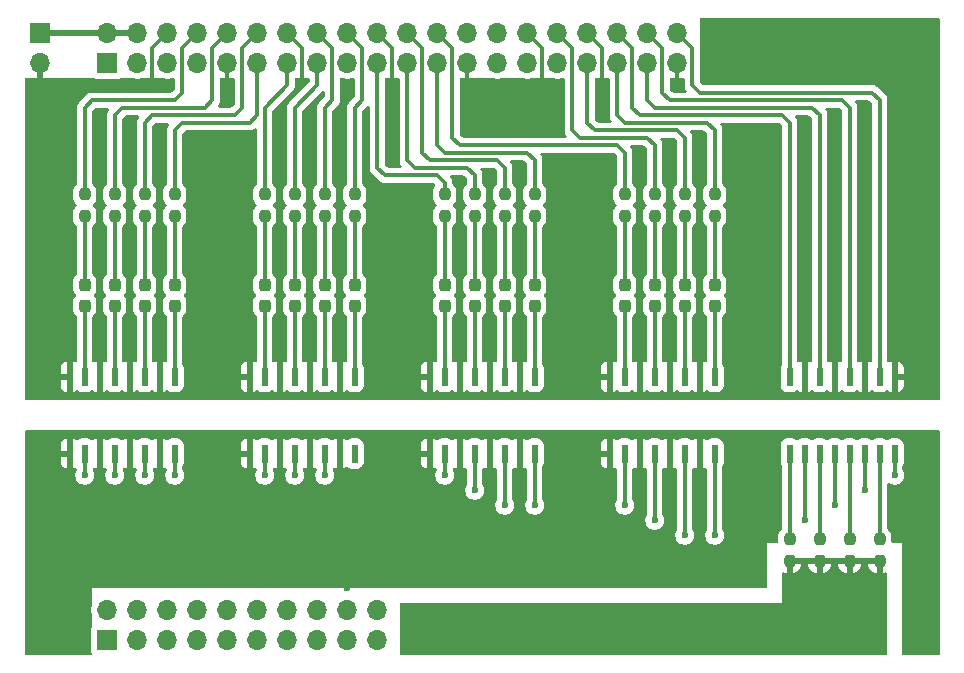
<source format=gtl>
G04 #@! TF.GenerationSoftware,KiCad,Pcbnew,9.0.0*
G04 #@! TF.CreationDate,2025-03-06T11:49:08+09:00*
G04 #@! TF.ProjectId,ufb_hat,7566625f-6861-4742-9e6b-696361645f70,rev?*
G04 #@! TF.SameCoordinates,PX2fd7508PY6486dd0*
G04 #@! TF.FileFunction,Copper,L1,Top*
G04 #@! TF.FilePolarity,Positive*
%FSLAX46Y46*%
G04 Gerber Fmt 4.6, Leading zero omitted, Abs format (unit mm)*
G04 Created by KiCad (PCBNEW 9.0.0) date 2025-03-06 11:49:08*
%MOMM*%
%LPD*%
G01*
G04 APERTURE LIST*
G04 Aperture macros list*
%AMRoundRect*
0 Rectangle with rounded corners*
0 $1 Rounding radius*
0 $2 $3 $4 $5 $6 $7 $8 $9 X,Y pos of 4 corners*
0 Add a 4 corners polygon primitive as box body*
4,1,4,$2,$3,$4,$5,$6,$7,$8,$9,$2,$3,0*
0 Add four circle primitives for the rounded corners*
1,1,$1+$1,$2,$3*
1,1,$1+$1,$4,$5*
1,1,$1+$1,$6,$7*
1,1,$1+$1,$8,$9*
0 Add four rect primitives between the rounded corners*
20,1,$1+$1,$2,$3,$4,$5,0*
20,1,$1+$1,$4,$5,$6,$7,0*
20,1,$1+$1,$6,$7,$8,$9,0*
20,1,$1+$1,$8,$9,$2,$3,0*%
G04 Aperture macros list end*
G04 #@! TA.AperFunction,SMDPad,CuDef*
%ADD10RoundRect,0.237500X0.237500X-0.287500X0.237500X0.287500X-0.237500X0.287500X-0.237500X-0.287500X0*%
G04 #@! TD*
G04 #@! TA.AperFunction,ComponentPad*
%ADD11R,1.700000X1.700000*%
G04 #@! TD*
G04 #@! TA.AperFunction,ComponentPad*
%ADD12O,1.700000X1.700000*%
G04 #@! TD*
G04 #@! TA.AperFunction,SMDPad,CuDef*
%ADD13RoundRect,0.237500X0.237500X-0.250000X0.237500X0.250000X-0.237500X0.250000X-0.237500X-0.250000X0*%
G04 #@! TD*
G04 #@! TA.AperFunction,SMDPad,CuDef*
%ADD14RoundRect,0.137500X-0.137500X0.662500X-0.137500X-0.662500X0.137500X-0.662500X0.137500X0.662500X0*%
G04 #@! TD*
G04 #@! TA.AperFunction,SMDPad,CuDef*
%ADD15RoundRect,0.137500X0.137500X-0.662500X0.137500X0.662500X-0.137500X0.662500X-0.137500X-0.662500X0*%
G04 #@! TD*
G04 #@! TA.AperFunction,ViaPad*
%ADD16C,0.600000*%
G04 #@! TD*
G04 #@! TA.AperFunction,Conductor*
%ADD17C,0.300000*%
G04 #@! TD*
G04 #@! TA.AperFunction,Conductor*
%ADD18C,0.500000*%
G04 #@! TD*
G04 APERTURE END LIST*
D10*
G04 #@! TO.P,D2,1,K*
G04 #@! TO.N,Net-(D2-K)*
X8890000Y30875000D03*
G04 #@! TO.P,D2,2,A*
G04 #@! TO.N,Net-(D2-A)*
X8890000Y32625000D03*
G04 #@! TD*
D11*
G04 #@! TO.P,J3,1,Pin_1*
G04 #@! TO.N,Net-(J3-Pin_1)*
X2540000Y53975000D03*
D12*
G04 #@! TO.P,J3,2,Pin_2*
G04 #@! TO.N,/GND2*
X2540000Y51435000D03*
G04 #@! TD*
D13*
G04 #@! TO.P,R10,1*
G04 #@! TO.N,Net-(D10-A)*
X39370000Y38457500D03*
G04 #@! TO.P,R10,2*
G04 #@! TO.N,/GPIO9*
X39370000Y40282500D03*
G04 #@! TD*
D10*
G04 #@! TO.P,D13,1,K*
G04 #@! TO.N,Net-(D13-K)*
X52070000Y30875000D03*
G04 #@! TO.P,D13,2,A*
G04 #@! TO.N,Net-(D13-A)*
X52070000Y32625000D03*
G04 #@! TD*
G04 #@! TO.P,D12,1,K*
G04 #@! TO.N,Net-(D12-K)*
X44450000Y30875000D03*
G04 #@! TO.P,D12,2,A*
G04 #@! TO.N,Net-(D12-A)*
X44450000Y32625000D03*
G04 #@! TD*
D13*
G04 #@! TO.P,R12,1*
G04 #@! TO.N,Net-(D12-A)*
X44450000Y38457500D03*
G04 #@! TO.P,R12,2*
G04 #@! TO.N,/GPIO11*
X44450000Y40282500D03*
G04 #@! TD*
D10*
G04 #@! TO.P,D5,1,K*
G04 #@! TO.N,Net-(D5-K)*
X21590000Y30875000D03*
G04 #@! TO.P,D5,2,A*
G04 #@! TO.N,Net-(D5-A)*
X21590000Y32625000D03*
G04 #@! TD*
D13*
G04 #@! TO.P,R4,1*
G04 #@! TO.N,Net-(D4-A)*
X13970000Y38457500D03*
G04 #@! TO.P,R4,2*
G04 #@! TO.N,/GPIO18*
X13970000Y40282500D03*
G04 #@! TD*
D10*
G04 #@! TO.P,D10,1,K*
G04 #@! TO.N,Net-(D10-K)*
X39370000Y30875000D03*
G04 #@! TO.P,D10,2,A*
G04 #@! TO.N,Net-(D10-A)*
X39370000Y32625000D03*
G04 #@! TD*
G04 #@! TO.P,D9,1,K*
G04 #@! TO.N,Net-(D9-K)*
X36830000Y30875000D03*
G04 #@! TO.P,D9,2,A*
G04 #@! TO.N,Net-(D9-A)*
X36830000Y32625000D03*
G04 #@! TD*
D13*
G04 #@! TO.P,R5,1*
G04 #@! TO.N,Net-(D5-A)*
X21590000Y38457500D03*
G04 #@! TO.P,R5,2*
G04 #@! TO.N,/GPIO27*
X21590000Y40282500D03*
G04 #@! TD*
G04 #@! TO.P,R9,1*
G04 #@! TO.N,Net-(D9-A)*
X36830000Y38457500D03*
G04 #@! TO.P,R9,2*
G04 #@! TO.N,/GPIO10*
X36830000Y40282500D03*
G04 #@! TD*
D14*
G04 #@! TO.P,U3,1*
G04 #@! TO.N,Net-(D12-K)*
X44450000Y24840000D03*
G04 #@! TO.P,U3,2*
G04 #@! TO.N,/GND2*
X43180000Y24840000D03*
G04 #@! TO.P,U3,3*
G04 #@! TO.N,Net-(D11-K)*
X41910000Y24840000D03*
G04 #@! TO.P,U3,4*
G04 #@! TO.N,/GND2*
X40640000Y24840000D03*
G04 #@! TO.P,U3,5*
G04 #@! TO.N,Net-(D10-K)*
X39370000Y24840000D03*
G04 #@! TO.P,U3,6*
G04 #@! TO.N,/GND2*
X38100000Y24840000D03*
G04 #@! TO.P,U3,7*
G04 #@! TO.N,Net-(D9-K)*
X36830000Y24840000D03*
G04 #@! TO.P,U3,8*
G04 #@! TO.N,/GND2*
X35560000Y24840000D03*
G04 #@! TO.P,U3,9*
G04 #@! TO.N,/GND1*
X35560000Y18340000D03*
G04 #@! TO.P,U3,10*
G04 #@! TO.N,/P1*
X36830000Y18340000D03*
G04 #@! TO.P,U3,11*
G04 #@! TO.N,/GND1*
X38100000Y18340000D03*
G04 #@! TO.P,U3,12*
G04 #@! TO.N,/P2*
X39370000Y18340000D03*
G04 #@! TO.P,U3,13*
G04 #@! TO.N,/GND1*
X40640000Y18340000D03*
G04 #@! TO.P,U3,14*
G04 #@! TO.N,/P3*
X41910000Y18340000D03*
G04 #@! TO.P,U3,15*
G04 #@! TO.N,/GND1*
X43180000Y18340000D03*
G04 #@! TO.P,U3,16*
G04 #@! TO.N,/P4*
X44450000Y18340000D03*
G04 #@! TD*
G04 #@! TO.P,U2,1*
G04 #@! TO.N,Net-(D8-K)*
X29210000Y24840000D03*
G04 #@! TO.P,U2,2*
G04 #@! TO.N,/GND2*
X27940000Y24840000D03*
G04 #@! TO.P,U2,3*
G04 #@! TO.N,Net-(D7-K)*
X26670000Y24840000D03*
G04 #@! TO.P,U2,4*
G04 #@! TO.N,/GND2*
X25400000Y24840000D03*
G04 #@! TO.P,U2,5*
G04 #@! TO.N,Net-(D6-K)*
X24130000Y24840000D03*
G04 #@! TO.P,U2,6*
G04 #@! TO.N,/GND2*
X22860000Y24840000D03*
G04 #@! TO.P,U2,7*
G04 #@! TO.N,Net-(D5-K)*
X21590000Y24840000D03*
G04 #@! TO.P,U2,8*
G04 #@! TO.N,/GND2*
X20320000Y24840000D03*
G04 #@! TO.P,U2,9*
G04 #@! TO.N,/GND1*
X20320000Y18340000D03*
G04 #@! TO.P,U2,10*
G04 #@! TO.N,/SHARE*
X21590000Y18340000D03*
G04 #@! TO.P,U2,11*
G04 #@! TO.N,/GND1*
X22860000Y18340000D03*
G04 #@! TO.P,U2,12*
G04 #@! TO.N,/PS*
X24130000Y18340000D03*
G04 #@! TO.P,U2,13*
G04 #@! TO.N,/GND1*
X25400000Y18340000D03*
G04 #@! TO.P,U2,14*
G04 #@! TO.N,/OPT*
X26670000Y18340000D03*
G04 #@! TO.P,U2,15*
G04 #@! TO.N,/GND1*
X27940000Y18340000D03*
G04 #@! TO.P,U2,16*
G04 #@! TO.N,unconnected-(U2-Pad16)*
X29210000Y18340000D03*
G04 #@! TD*
D13*
G04 #@! TO.P,R7,1*
G04 #@! TO.N,Net-(D7-A)*
X26670000Y38457500D03*
G04 #@! TO.P,R7,2*
G04 #@! TO.N,/GPIO23*
X26670000Y40282500D03*
G04 #@! TD*
D10*
G04 #@! TO.P,D16,1,K*
G04 #@! TO.N,Net-(D16-K)*
X59690000Y30875000D03*
G04 #@! TO.P,D16,2,A*
G04 #@! TO.N,Net-(D16-A)*
X59690000Y32625000D03*
G04 #@! TD*
D13*
G04 #@! TO.P,R17,1*
G04 #@! TO.N,/VCC*
X66040000Y9247500D03*
G04 #@! TO.P,R17,2*
G04 #@! TO.N,Net-(R17-Pad2)*
X66040000Y11072500D03*
G04 #@! TD*
D10*
G04 #@! TO.P,D4,1,K*
G04 #@! TO.N,Net-(D4-K)*
X13970000Y30875000D03*
G04 #@! TO.P,D4,2,A*
G04 #@! TO.N,Net-(D4-A)*
X13970000Y32625000D03*
G04 #@! TD*
D11*
G04 #@! TO.P,J2,1,Pin_1*
G04 #@! TO.N,/UP*
X8255000Y2540000D03*
D12*
G04 #@! TO.P,J2,2,Pin_2*
G04 #@! TO.N,/DOWN*
X8255000Y5080000D03*
G04 #@! TO.P,J2,3,Pin_3*
G04 #@! TO.N,/RIGHT*
X10795000Y2540000D03*
G04 #@! TO.P,J2,4,Pin_4*
G04 #@! TO.N,/LEFT*
X10795000Y5080000D03*
G04 #@! TO.P,J2,5,Pin_5*
G04 #@! TO.N,/SHARE*
X13335000Y2540000D03*
G04 #@! TO.P,J2,6,Pin_6*
G04 #@! TO.N,/PS*
X13335000Y5080000D03*
G04 #@! TO.P,J2,7,Pin_7*
G04 #@! TO.N,/OPT*
X15875000Y2540000D03*
G04 #@! TO.P,J2,8,Pin_8*
G04 #@! TO.N,/P1*
X15875000Y5080000D03*
G04 #@! TO.P,J2,9,Pin_9*
G04 #@! TO.N,/P2*
X18415000Y2540000D03*
G04 #@! TO.P,J2,10,Pin_10*
G04 #@! TO.N,/P3*
X18415000Y5080000D03*
G04 #@! TO.P,J2,11,Pin_11*
G04 #@! TO.N,/P4*
X20955000Y2540000D03*
G04 #@! TO.P,J2,12,Pin_12*
G04 #@! TO.N,unconnected-(J2-Pin_12-Pad12)*
X20955000Y5080000D03*
G04 #@! TO.P,J2,13,Pin_13*
G04 #@! TO.N,/K1*
X23495000Y2540000D03*
G04 #@! TO.P,J2,14,Pin_14*
G04 #@! TO.N,/K2*
X23495000Y5080000D03*
G04 #@! TO.P,J2,15,Pin_15*
G04 #@! TO.N,/K3*
X26035000Y2540000D03*
G04 #@! TO.P,J2,16,Pin_16*
G04 #@! TO.N,/K4*
X26035000Y5080000D03*
G04 #@! TO.P,J2,17,Pin_17*
G04 #@! TO.N,/GND1*
X28575000Y2540000D03*
G04 #@! TO.P,J2,18,Pin_18*
X28575000Y5080000D03*
G04 #@! TO.P,J2,19,Pin_19*
G04 #@! TO.N,/VCC*
X31115000Y2540000D03*
G04 #@! TO.P,J2,20,Pin_20*
X31115000Y5080000D03*
G04 #@! TD*
D13*
G04 #@! TO.P,R13,1*
G04 #@! TO.N,Net-(D13-A)*
X52070000Y38457500D03*
G04 #@! TO.P,R13,2*
G04 #@! TO.N,/GPIO8*
X52070000Y40282500D03*
G04 #@! TD*
G04 #@! TO.P,R3,1*
G04 #@! TO.N,Net-(D3-A)*
X11430000Y38457500D03*
G04 #@! TO.P,R3,2*
G04 #@! TO.N,/GPIO17*
X11430000Y40282500D03*
G04 #@! TD*
G04 #@! TO.P,R18,1*
G04 #@! TO.N,/VCC*
X68580000Y9247500D03*
G04 #@! TO.P,R18,2*
G04 #@! TO.N,Net-(R18-Pad2)*
X68580000Y11072500D03*
G04 #@! TD*
D10*
G04 #@! TO.P,D15,1,K*
G04 #@! TO.N,Net-(D15-K)*
X57150000Y30875000D03*
G04 #@! TO.P,D15,2,A*
G04 #@! TO.N,Net-(D15-A)*
X57150000Y32625000D03*
G04 #@! TD*
D14*
G04 #@! TO.P,U1,1*
G04 #@! TO.N,Net-(D4-K)*
X13970000Y24840000D03*
G04 #@! TO.P,U1,2*
G04 #@! TO.N,/GND2*
X12700000Y24840000D03*
G04 #@! TO.P,U1,3*
G04 #@! TO.N,Net-(D3-K)*
X11430000Y24840000D03*
G04 #@! TO.P,U1,4*
G04 #@! TO.N,/GND2*
X10160000Y24840000D03*
G04 #@! TO.P,U1,5*
G04 #@! TO.N,Net-(D2-K)*
X8890000Y24840000D03*
G04 #@! TO.P,U1,6*
G04 #@! TO.N,/GND2*
X7620000Y24840000D03*
G04 #@! TO.P,U1,7*
G04 #@! TO.N,Net-(D1-K)*
X6350000Y24840000D03*
G04 #@! TO.P,U1,8*
G04 #@! TO.N,/GND2*
X5080000Y24840000D03*
G04 #@! TO.P,U1,9*
G04 #@! TO.N,/GND1*
X5080000Y18340000D03*
G04 #@! TO.P,U1,10*
G04 #@! TO.N,/UP*
X6350000Y18340000D03*
G04 #@! TO.P,U1,11*
G04 #@! TO.N,/GND1*
X7620000Y18340000D03*
G04 #@! TO.P,U1,12*
G04 #@! TO.N,/DOWN*
X8890000Y18340000D03*
G04 #@! TO.P,U1,13*
G04 #@! TO.N,/GND1*
X10160000Y18340000D03*
G04 #@! TO.P,U1,14*
G04 #@! TO.N,/RIGHT*
X11430000Y18340000D03*
G04 #@! TO.P,U1,15*
G04 #@! TO.N,/GND1*
X12700000Y18340000D03*
G04 #@! TO.P,U1,16*
G04 #@! TO.N,/LEFT*
X13970000Y18340000D03*
G04 #@! TD*
D10*
G04 #@! TO.P,D11,1,K*
G04 #@! TO.N,Net-(D11-K)*
X41910000Y30875000D03*
G04 #@! TO.P,D11,2,A*
G04 #@! TO.N,Net-(D11-A)*
X41910000Y32625000D03*
G04 #@! TD*
G04 #@! TO.P,D1,1,K*
G04 #@! TO.N,Net-(D1-K)*
X6350000Y30875000D03*
G04 #@! TO.P,D1,2,A*
G04 #@! TO.N,Net-(D1-A)*
X6350000Y32625000D03*
G04 #@! TD*
D13*
G04 #@! TO.P,R16,1*
G04 #@! TO.N,Net-(D16-A)*
X59690000Y38457500D03*
G04 #@! TO.P,R16,2*
G04 #@! TO.N,/GPIO19*
X59690000Y40282500D03*
G04 #@! TD*
D10*
G04 #@! TO.P,D7,1,K*
G04 #@! TO.N,Net-(D7-K)*
X26670000Y30875000D03*
G04 #@! TO.P,D7,2,A*
G04 #@! TO.N,Net-(D7-A)*
X26670000Y32625000D03*
G04 #@! TD*
D13*
G04 #@! TO.P,R2,1*
G04 #@! TO.N,Net-(D2-A)*
X8890000Y38457500D03*
G04 #@! TO.P,R2,2*
G04 #@! TO.N,/GPIO15*
X8890000Y40282500D03*
G04 #@! TD*
D10*
G04 #@! TO.P,D6,1,K*
G04 #@! TO.N,Net-(D6-K)*
X24130000Y30875000D03*
G04 #@! TO.P,D6,2,A*
G04 #@! TO.N,Net-(D6-A)*
X24130000Y32625000D03*
G04 #@! TD*
D14*
G04 #@! TO.P,U4,1*
G04 #@! TO.N,Net-(D16-K)*
X59690000Y24840000D03*
G04 #@! TO.P,U4,2*
G04 #@! TO.N,/GND2*
X58420000Y24840000D03*
G04 #@! TO.P,U4,3*
G04 #@! TO.N,Net-(D15-K)*
X57150000Y24840000D03*
G04 #@! TO.P,U4,4*
G04 #@! TO.N,/GND2*
X55880000Y24840000D03*
G04 #@! TO.P,U4,5*
G04 #@! TO.N,Net-(D14-K)*
X54610000Y24840000D03*
G04 #@! TO.P,U4,6*
G04 #@! TO.N,/GND2*
X53340000Y24840000D03*
G04 #@! TO.P,U4,7*
G04 #@! TO.N,Net-(D13-K)*
X52070000Y24840000D03*
G04 #@! TO.P,U4,8*
G04 #@! TO.N,/GND2*
X50800000Y24840000D03*
G04 #@! TO.P,U4,9*
G04 #@! TO.N,/GND1*
X50800000Y18340000D03*
G04 #@! TO.P,U4,10*
G04 #@! TO.N,/K1*
X52070000Y18340000D03*
G04 #@! TO.P,U4,11*
G04 #@! TO.N,/GND1*
X53340000Y18340000D03*
G04 #@! TO.P,U4,12*
G04 #@! TO.N,/K2*
X54610000Y18340000D03*
G04 #@! TO.P,U4,13*
G04 #@! TO.N,/GND1*
X55880000Y18340000D03*
G04 #@! TO.P,U4,14*
G04 #@! TO.N,/K3*
X57150000Y18340000D03*
G04 #@! TO.P,U4,15*
G04 #@! TO.N,/GND1*
X58420000Y18340000D03*
G04 #@! TO.P,U4,16*
G04 #@! TO.N,/K4*
X59690000Y18340000D03*
G04 #@! TD*
D13*
G04 #@! TO.P,R8,1*
G04 #@! TO.N,Net-(D8-A)*
X29210000Y38457500D03*
G04 #@! TO.P,R8,2*
G04 #@! TO.N,/GPIO24*
X29210000Y40282500D03*
G04 #@! TD*
G04 #@! TO.P,R11,1*
G04 #@! TO.N,Net-(D11-A)*
X41910000Y38457500D03*
G04 #@! TO.P,R11,2*
G04 #@! TO.N,/GPIO25*
X41910000Y40282500D03*
G04 #@! TD*
G04 #@! TO.P,R19,1*
G04 #@! TO.N,/VCC*
X71120000Y9247500D03*
G04 #@! TO.P,R19,2*
G04 #@! TO.N,Net-(R19-Pad2)*
X71120000Y11072500D03*
G04 #@! TD*
D10*
G04 #@! TO.P,D14,1,K*
G04 #@! TO.N,Net-(D14-K)*
X54610000Y30875000D03*
G04 #@! TO.P,D14,2,A*
G04 #@! TO.N,Net-(D14-A)*
X54610000Y32625000D03*
G04 #@! TD*
D13*
G04 #@! TO.P,R15,1*
G04 #@! TO.N,Net-(D15-A)*
X57150000Y38457500D03*
G04 #@! TO.P,R15,2*
G04 #@! TO.N,/GPIO13*
X57150000Y40282500D03*
G04 #@! TD*
D15*
G04 #@! TO.P,U5,1*
G04 #@! TO.N,Net-(R17-Pad2)*
X66040000Y18340000D03*
G04 #@! TO.P,U5,2*
G04 #@! TO.N,/K2*
X67310000Y18340000D03*
G04 #@! TO.P,U5,3*
G04 #@! TO.N,Net-(R18-Pad2)*
X68580000Y18340000D03*
G04 #@! TO.P,U5,4*
G04 #@! TO.N,/K1*
X69850000Y18340000D03*
G04 #@! TO.P,U5,5*
G04 #@! TO.N,Net-(R19-Pad2)*
X71120000Y18340000D03*
G04 #@! TO.P,U5,6*
G04 #@! TO.N,/P2*
X72390000Y18340000D03*
G04 #@! TO.P,U5,7*
G04 #@! TO.N,Net-(R20-Pad2)*
X73660000Y18340000D03*
G04 #@! TO.P,U5,8*
G04 #@! TO.N,/P1*
X74930000Y18340000D03*
G04 #@! TO.P,U5,9*
G04 #@! TO.N,/GND2*
X74930000Y24840000D03*
G04 #@! TO.P,U5,10*
G04 #@! TO.N,/GPIO21*
X73660000Y24840000D03*
G04 #@! TO.P,U5,11*
G04 #@! TO.N,/GND2*
X72390000Y24840000D03*
G04 #@! TO.P,U5,12*
G04 #@! TO.N,/GPIO20*
X71120000Y24840000D03*
G04 #@! TO.P,U5,13*
G04 #@! TO.N,/GND2*
X69850000Y24840000D03*
G04 #@! TO.P,U5,14*
G04 #@! TO.N,/GPIO26*
X68580000Y24840000D03*
G04 #@! TO.P,U5,15*
G04 #@! TO.N,/GND2*
X67310000Y24840000D03*
G04 #@! TO.P,U5,16*
G04 #@! TO.N,/GPIO16*
X66040000Y24840000D03*
G04 #@! TD*
D10*
G04 #@! TO.P,D3,1,K*
G04 #@! TO.N,Net-(D3-K)*
X11430000Y30875000D03*
G04 #@! TO.P,D3,2,A*
G04 #@! TO.N,Net-(D3-A)*
X11430000Y32625000D03*
G04 #@! TD*
D13*
G04 #@! TO.P,R20,1*
G04 #@! TO.N,/VCC*
X73660000Y9247500D03*
G04 #@! TO.P,R20,2*
G04 #@! TO.N,Net-(R20-Pad2)*
X73660000Y11072500D03*
G04 #@! TD*
G04 #@! TO.P,R1,1*
G04 #@! TO.N,Net-(D1-A)*
X6350000Y38457500D03*
G04 #@! TO.P,R1,2*
G04 #@! TO.N,/GPIO14*
X6350000Y40282500D03*
G04 #@! TD*
G04 #@! TO.P,R14,1*
G04 #@! TO.N,Net-(D14-A)*
X54610000Y38457500D03*
G04 #@! TO.P,R14,2*
G04 #@! TO.N,/GPIO12*
X54610000Y40282500D03*
G04 #@! TD*
D10*
G04 #@! TO.P,D8,1,K*
G04 #@! TO.N,Net-(D8-K)*
X29210000Y30875000D03*
G04 #@! TO.P,D8,2,A*
G04 #@! TO.N,Net-(D8-A)*
X29210000Y32625000D03*
G04 #@! TD*
D13*
G04 #@! TO.P,R6,1*
G04 #@! TO.N,Net-(D6-A)*
X24130000Y38457500D03*
G04 #@! TO.P,R6,2*
G04 #@! TO.N,/GPIO22*
X24130000Y40282500D03*
G04 #@! TD*
D11*
G04 #@! TO.P,J1,1,3V3*
G04 #@! TO.N,unconnected-(J1-3V3-Pad1)_1*
X8255000Y51435000D03*
D12*
G04 #@! TO.P,J1,2,5V*
G04 #@! TO.N,Net-(J3-Pin_1)*
X8255000Y53975000D03*
G04 #@! TO.P,J1,3,GPIO2/SDA*
G04 #@! TO.N,unconnected-(J1-GPIO2{slash}SDA-Pad3)*
X10795000Y51435000D03*
G04 #@! TO.P,J1,4,5V*
G04 #@! TO.N,Net-(J3-Pin_1)*
X10795000Y53975000D03*
G04 #@! TO.P,J1,5,GPIO3/SCL*
G04 #@! TO.N,unconnected-(J1-GPIO3{slash}SCL-Pad5)*
X13335000Y51435000D03*
G04 #@! TO.P,J1,6,GND*
G04 #@! TO.N,/GND2*
X13335000Y53975000D03*
G04 #@! TO.P,J1,7,GPIO4/GCLK0*
G04 #@! TO.N,unconnected-(J1-GPIO4{slash}GCLK0-Pad7)*
X15875000Y51435000D03*
G04 #@! TO.P,J1,8,GPIO14/TXD*
G04 #@! TO.N,/GPIO14*
X15875000Y53975000D03*
G04 #@! TO.P,J1,9,GND*
G04 #@! TO.N,/GND2*
X18415000Y51435000D03*
G04 #@! TO.P,J1,10,GPIO15/RXD*
G04 #@! TO.N,/GPIO15*
X18415000Y53975000D03*
G04 #@! TO.P,J1,11,GPIO17*
G04 #@! TO.N,/GPIO18*
X20955000Y51435000D03*
G04 #@! TO.P,J1,12,GPIO18/PWM0*
G04 #@! TO.N,/GPIO17*
X20955000Y53975000D03*
G04 #@! TO.P,J1,13,GPIO27*
G04 #@! TO.N,/GPIO27*
X23495000Y51435000D03*
G04 #@! TO.P,J1,14,GND*
G04 #@! TO.N,/GND2*
X23495000Y53975000D03*
G04 #@! TO.P,J1,15,GPIO22*
G04 #@! TO.N,/GPIO22*
X26035000Y51435000D03*
G04 #@! TO.P,J1,16,GPIO23*
G04 #@! TO.N,/GPIO23*
X26035000Y53975000D03*
G04 #@! TO.P,J1,17,3V3*
G04 #@! TO.N,unconnected-(J1-3V3-Pad1)*
X28575000Y51435000D03*
G04 #@! TO.P,J1,18,GPIO24*
G04 #@! TO.N,/GPIO24*
X28575000Y53975000D03*
G04 #@! TO.P,J1,19,GPIO10/MOSI0*
G04 #@! TO.N,/GPIO10*
X31115000Y51435000D03*
G04 #@! TO.P,J1,20,GND*
G04 #@! TO.N,/GND2*
X31115000Y53975000D03*
G04 #@! TO.P,J1,21,GPIO9/MISO0*
G04 #@! TO.N,/GPIO9*
X33655000Y51435000D03*
G04 #@! TO.P,J1,22,GPIO25*
G04 #@! TO.N,/GPIO25*
X33655000Y53975000D03*
G04 #@! TO.P,J1,23,GPIO11/SCLK0*
G04 #@! TO.N,/GPIO11*
X36195000Y51435000D03*
G04 #@! TO.P,J1,24,GPIO8/~{CE0}*
G04 #@! TO.N,/GPIO8*
X36195000Y53975000D03*
G04 #@! TO.P,J1,25,GND*
G04 #@! TO.N,/GND2*
X38735000Y51435000D03*
G04 #@! TO.P,J1,26,GPIO7/~{CE1}*
G04 #@! TO.N,unconnected-(J1-GPIO7{slash}~{CE1}-Pad26)*
X38735000Y53975000D03*
G04 #@! TO.P,J1,27,GPIO0/ID_SD*
G04 #@! TO.N,unconnected-(J1-GPIO0{slash}ID_SD-Pad27)*
X41275000Y51435000D03*
G04 #@! TO.P,J1,28,GPIO1/ID_SC*
G04 #@! TO.N,unconnected-(J1-GPIO1{slash}ID_SC-Pad28)*
X41275000Y53975000D03*
G04 #@! TO.P,J1,29,GPIO5/GCLK1*
G04 #@! TO.N,unconnected-(J1-GPIO5{slash}GCLK1-Pad29)*
X43815000Y51435000D03*
G04 #@! TO.P,J1,30,GND*
G04 #@! TO.N,/GND2*
X43815000Y53975000D03*
G04 #@! TO.P,J1,31,GPIO6/GCLK2*
G04 #@! TO.N,unconnected-(J1-GPIO6{slash}GCLK2-Pad31)*
X46355000Y51435000D03*
G04 #@! TO.P,J1,32,GPIO12/PWM0*
G04 #@! TO.N,/GPIO12*
X46355000Y53975000D03*
G04 #@! TO.P,J1,33,GPIO13/PWM1*
G04 #@! TO.N,/GPIO13*
X48895000Y51435000D03*
G04 #@! TO.P,J1,34,GND*
G04 #@! TO.N,/GND2*
X48895000Y53975000D03*
G04 #@! TO.P,J1,35,GPIO19/MISO1*
G04 #@! TO.N,/GPIO19*
X51435000Y51435000D03*
G04 #@! TO.P,J1,36,GPIO16*
G04 #@! TO.N,/GPIO16*
X51435000Y53975000D03*
G04 #@! TO.P,J1,37,GPIO26*
G04 #@! TO.N,/GPIO26*
X53975000Y51435000D03*
G04 #@! TO.P,J1,38,GPIO20/MOSI1*
G04 #@! TO.N,/GPIO20*
X53975000Y53975000D03*
G04 #@! TO.P,J1,39,GND*
G04 #@! TO.N,/GND2*
X56515000Y51435000D03*
G04 #@! TO.P,J1,40,GPIO21/SCLK1*
G04 #@! TO.N,/GPIO21*
X56515000Y53975000D03*
G04 #@! TD*
D16*
G04 #@! TO.N,/GND2*
X62865000Y33655000D03*
X62865000Y23495000D03*
G04 #@! TO.N,/GND1*
X62865000Y7620000D03*
X62865000Y19685000D03*
X47625000Y11430000D03*
X32385000Y13970000D03*
X17145000Y15875000D03*
G04 #@! TO.N,/GND2*
X66675000Y54610000D03*
X78105000Y54610000D03*
X78105000Y44450000D03*
X78105000Y33655000D03*
X78105000Y23495000D03*
G04 #@! TO.N,/GND1*
X78105000Y19685000D03*
X78105000Y10795000D03*
X78105000Y1905000D03*
G04 #@! TO.N,/VCC*
X66675000Y1905000D03*
X55880000Y1905000D03*
X45085000Y1905000D03*
G04 #@! TO.N,/LEFT*
X13970000Y16510000D03*
G04 #@! TO.N,/PS*
X24130000Y16510000D03*
G04 #@! TO.N,/P1*
X74930000Y16510000D03*
X36830000Y16510000D03*
G04 #@! TO.N,/RIGHT*
X11430000Y16510000D03*
G04 #@! TO.N,/K2*
X67310000Y12700000D03*
X54610000Y12700000D03*
G04 #@! TO.N,/P4*
X44450000Y13970000D03*
G04 #@! TO.N,/P3*
X41910000Y13970000D03*
G04 #@! TO.N,/K4*
X59690000Y11430000D03*
G04 #@! TO.N,/P2*
X39370000Y15240000D03*
X72390000Y15240000D03*
G04 #@! TO.N,/SHARE*
X21590000Y16510000D03*
G04 #@! TO.N,/OPT*
X26670000Y16510000D03*
G04 #@! TO.N,/K3*
X57150000Y11430000D03*
G04 #@! TO.N,/UP*
X6350000Y16510000D03*
G04 #@! TO.N,/K1*
X69850000Y13970000D03*
X52070000Y13970000D03*
G04 #@! TO.N,/DOWN*
X8890000Y16510000D03*
G04 #@! TO.N,/GND1*
X1905000Y10795000D03*
X28575000Y6985000D03*
X17145000Y19685000D03*
X47625000Y19685000D03*
X1905000Y19685000D03*
X32385000Y19685000D03*
X1905000Y1905000D03*
G04 #@! TO.N,/VCC*
X72390000Y8255000D03*
X33655000Y5080000D03*
X33655000Y2540000D03*
X67310000Y8255000D03*
G04 #@! TO.N,/GND2*
X67310000Y46355000D03*
X38100000Y27940000D03*
X12700000Y27940000D03*
X38100000Y41275000D03*
X58420000Y45085000D03*
X47625000Y42545000D03*
X17145000Y44450000D03*
X55880000Y44450000D03*
X69850000Y46990000D03*
X22860000Y27940000D03*
X38100000Y35560000D03*
X40640000Y27940000D03*
X10160000Y27940000D03*
X25400000Y27940000D03*
X25400000Y46990000D03*
X43180000Y42545000D03*
X43180000Y35560000D03*
X69850000Y27940000D03*
X12700000Y35560000D03*
X18415000Y49530000D03*
X1905000Y23495000D03*
X47625000Y33655000D03*
X32385000Y33655000D03*
X24765000Y49530000D03*
X7620000Y27940000D03*
X55880000Y35560000D03*
X40640000Y41910000D03*
X12700000Y45720000D03*
X1905000Y44450000D03*
X38735000Y49530000D03*
X10160000Y35560000D03*
X45085000Y49530000D03*
X1905000Y33655000D03*
X40640000Y35560000D03*
X2540000Y49530000D03*
X43180000Y27940000D03*
X67310000Y27940000D03*
X47625000Y23495000D03*
X7620000Y46990000D03*
X32385000Y23495000D03*
X67310000Y35560000D03*
X25400000Y35560000D03*
X53340000Y35560000D03*
X10160000Y46355000D03*
X72390000Y35560000D03*
X72390000Y27940000D03*
X27940000Y35560000D03*
X62865000Y45085000D03*
X58420000Y27940000D03*
X7620000Y35560000D03*
X27940000Y46990000D03*
X58420000Y35560000D03*
X17145000Y33655000D03*
X27940000Y27940000D03*
X53340000Y27940000D03*
X56515000Y49530000D03*
X32385000Y40005000D03*
X72390000Y47625000D03*
X55880000Y27940000D03*
X17145000Y23495000D03*
X53340000Y43815000D03*
X22860000Y35560000D03*
X50165000Y49530000D03*
X32385000Y49530000D03*
X69850000Y35560000D03*
X12065000Y49530000D03*
G04 #@! TD*
D17*
G04 #@! TO.N,Net-(D1-K)*
X6350000Y24840000D02*
X6350000Y30875000D01*
G04 #@! TO.N,Net-(D1-A)*
X6350000Y38457500D02*
X6350000Y32625000D01*
G04 #@! TO.N,Net-(D2-A)*
X8890000Y32625000D02*
X8890000Y38457500D01*
G04 #@! TO.N,Net-(D2-K)*
X8890000Y24840000D02*
X8890000Y30875000D01*
G04 #@! TO.N,Net-(D3-A)*
X11430000Y38457500D02*
X11430000Y32625000D01*
G04 #@! TO.N,Net-(D3-K)*
X11430000Y24840000D02*
X11430000Y30875000D01*
G04 #@! TO.N,Net-(D4-K)*
X13970000Y24840000D02*
X13970000Y30875000D01*
G04 #@! TO.N,Net-(D4-A)*
X13970000Y32625000D02*
X13970000Y38457500D01*
G04 #@! TO.N,Net-(D5-K)*
X21590000Y24840000D02*
X21590000Y30875000D01*
G04 #@! TO.N,Net-(D5-A)*
X21590000Y32625000D02*
X21590000Y38457500D01*
G04 #@! TO.N,Net-(D6-K)*
X24130000Y30875000D02*
X24130000Y24840000D01*
G04 #@! TO.N,Net-(D6-A)*
X24130000Y38457500D02*
X24130000Y32625000D01*
G04 #@! TO.N,Net-(D7-A)*
X26670000Y32625000D02*
X26670000Y38457500D01*
G04 #@! TO.N,Net-(D7-K)*
X26670000Y30875000D02*
X26670000Y24840000D01*
G04 #@! TO.N,Net-(D8-A)*
X29210000Y38457500D02*
X29210000Y32625000D01*
G04 #@! TO.N,Net-(D8-K)*
X29210000Y30875000D02*
X29210000Y24840000D01*
G04 #@! TO.N,Net-(D9-A)*
X36830000Y32625000D02*
X36830000Y38457500D01*
G04 #@! TO.N,Net-(D9-K)*
X36830000Y30875000D02*
X36830000Y24840000D01*
G04 #@! TO.N,Net-(D10-K)*
X39370000Y24840000D02*
X39370000Y30875000D01*
G04 #@! TO.N,Net-(D10-A)*
X39370000Y38457500D02*
X39370000Y32625000D01*
G04 #@! TO.N,Net-(D11-A)*
X41910000Y32625000D02*
X41910000Y38457500D01*
G04 #@! TO.N,Net-(D11-K)*
X41910000Y30875000D02*
X41910000Y24840000D01*
G04 #@! TO.N,Net-(D12-A)*
X44450000Y38457500D02*
X44450000Y32625000D01*
G04 #@! TO.N,Net-(D12-K)*
X44450000Y24840000D02*
X44450000Y30875000D01*
G04 #@! TO.N,Net-(D13-K)*
X52070000Y30875000D02*
X52070000Y24840000D01*
G04 #@! TO.N,Net-(D13-A)*
X52070000Y32625000D02*
X52070000Y38457500D01*
G04 #@! TO.N,Net-(D14-K)*
X54610000Y24840000D02*
X54610000Y30875000D01*
G04 #@! TO.N,Net-(D14-A)*
X54610000Y38457500D02*
X54610000Y32625000D01*
G04 #@! TO.N,Net-(D15-K)*
X57150000Y30875000D02*
X57150000Y24840000D01*
G04 #@! TO.N,Net-(D15-A)*
X57150000Y32625000D02*
X57150000Y38457500D01*
G04 #@! TO.N,Net-(D16-K)*
X59690000Y24840000D02*
X59690000Y30875000D01*
G04 #@! TO.N,Net-(D16-A)*
X59690000Y38457500D02*
X59690000Y32625000D01*
G04 #@! TO.N,/LEFT*
X13970000Y18340000D02*
X13970000Y16510000D01*
G04 #@! TO.N,/PS*
X24130000Y18340000D02*
X24130000Y16510000D01*
G04 #@! TO.N,/P1*
X36830000Y16510000D02*
X36830000Y18340000D01*
X74930000Y16510000D02*
X74930000Y18340000D01*
G04 #@! TO.N,/RIGHT*
X11430000Y18340000D02*
X11430000Y16510000D01*
G04 #@! TO.N,/K2*
X67310000Y12700000D02*
X67310000Y18340000D01*
X54610000Y12700000D02*
X54610000Y18340000D01*
G04 #@! TO.N,/P4*
X44450000Y13970000D02*
X44450000Y18340000D01*
G04 #@! TO.N,/P3*
X41910000Y13970000D02*
X41910000Y18340000D01*
G04 #@! TO.N,/K4*
X59690000Y11430000D02*
X59690000Y18340000D01*
G04 #@! TO.N,/P2*
X72390000Y15240000D02*
X72390000Y18340000D01*
X39370000Y15240000D02*
X39370000Y18340000D01*
G04 #@! TO.N,/SHARE*
X21590000Y18340000D02*
X21590000Y16510000D01*
G04 #@! TO.N,/OPT*
X26670000Y18340000D02*
X26670000Y16510000D01*
G04 #@! TO.N,/K3*
X57150000Y11430000D02*
X57150000Y18340000D01*
G04 #@! TO.N,/UP*
X6350000Y16510000D02*
X6350000Y18340000D01*
G04 #@! TO.N,/K1*
X52070000Y13970000D02*
X52070000Y18340000D01*
X69850000Y13970000D02*
X69850000Y18340000D01*
G04 #@! TO.N,/DOWN*
X8890000Y16510000D02*
X8890000Y18340000D01*
G04 #@! TO.N,/GND2*
X56515000Y51435000D02*
X56515000Y49530000D01*
X32385000Y49530000D02*
X32385000Y52705000D01*
D18*
X2540000Y51435000D02*
X2540000Y49530000D01*
D17*
X23495000Y53975000D02*
X24765000Y52705000D01*
X45085000Y52705000D02*
X43815000Y53975000D01*
X50165000Y52705000D02*
X48895000Y53975000D01*
X13335000Y53975000D02*
X12065000Y52705000D01*
X38735000Y51435000D02*
X38735000Y49530000D01*
X18415000Y51435000D02*
X18415000Y49530000D01*
X24765000Y52705000D02*
X24765000Y49530000D01*
X32385000Y52705000D02*
X31115000Y53975000D01*
X45085000Y49530000D02*
X45085000Y52705000D01*
X12065000Y52705000D02*
X12065000Y49530000D01*
X50165000Y49530000D02*
X50165000Y52705000D01*
G04 #@! TO.N,/GPIO26*
X68580000Y24840000D02*
X68580000Y46990000D01*
X54610000Y47625000D02*
X53975000Y48260000D01*
X53975000Y48260000D02*
X53975000Y51435000D01*
X67945000Y47625000D02*
X54610000Y47625000D01*
X68580000Y46990000D02*
X67945000Y47625000D01*
G04 #@! TO.N,/GPIO25*
X41275000Y43180000D02*
X35560000Y43180000D01*
X41910000Y42545000D02*
X41275000Y43180000D01*
X41910000Y40282500D02*
X41910000Y42545000D01*
X34925000Y43815000D02*
X34925000Y52705000D01*
X35560000Y43180000D02*
X34925000Y43815000D01*
X34925000Y52705000D02*
X33655000Y53975000D01*
G04 #@! TO.N,/GPIO10*
X31115000Y42545000D02*
X31115000Y51435000D01*
X31750000Y41910000D02*
X31115000Y42545000D01*
X36195000Y41910000D02*
X31750000Y41910000D01*
X36830000Y40282500D02*
X36830000Y41275000D01*
X36830000Y41275000D02*
X36195000Y41910000D01*
G04 #@! TO.N,/GPIO20*
X71120000Y24840000D02*
X71120000Y47625000D01*
X55245000Y52705000D02*
X53975000Y53975000D01*
X70485000Y48260000D02*
X55880000Y48260000D01*
X71120000Y47625000D02*
X70485000Y48260000D01*
X55245000Y48895000D02*
X55245000Y52705000D01*
X55880000Y48260000D02*
X55245000Y48895000D01*
G04 #@! TO.N,/GPIO21*
X73025000Y48895000D02*
X58420000Y48895000D01*
X57785000Y52705000D02*
X56515000Y53975000D01*
X58420000Y48895000D02*
X57785000Y49530000D01*
X73660000Y24840000D02*
X73660000Y48260000D01*
X57785000Y49530000D02*
X57785000Y52705000D01*
X73660000Y48260000D02*
X73025000Y48895000D01*
G04 #@! TO.N,/GPIO27*
X23495000Y51435000D02*
X23495000Y49530000D01*
X21590000Y47625000D02*
X21590000Y40282500D01*
X23495000Y49530000D02*
X21590000Y47625000D01*
G04 #@! TO.N,/GPIO12*
X47625000Y45720000D02*
X47625000Y52705000D01*
X47625000Y52705000D02*
X46355000Y53975000D01*
X54610000Y40282500D02*
X54610000Y44450000D01*
X54610000Y44450000D02*
X53975000Y45085000D01*
X48260000Y45085000D02*
X47625000Y45720000D01*
X53975000Y45085000D02*
X48260000Y45085000D01*
G04 #@! TO.N,/GPIO15*
X17145000Y48260000D02*
X17145000Y52705000D01*
X17145000Y52705000D02*
X18415000Y53975000D01*
X8890000Y46990000D02*
X9525000Y47625000D01*
X9525000Y47625000D02*
X16510000Y47625000D01*
X16510000Y47625000D02*
X17145000Y48260000D01*
X8890000Y40282500D02*
X8890000Y46990000D01*
G04 #@! TO.N,/GPIO24*
X29845000Y48260000D02*
X29210000Y47625000D01*
X29845000Y52705000D02*
X29845000Y48260000D01*
X29210000Y47625000D02*
X29210000Y40282500D01*
X28575000Y53975000D02*
X29845000Y52705000D01*
G04 #@! TO.N,/GPIO16*
X53340000Y46990000D02*
X65405000Y46990000D01*
X52705000Y52705000D02*
X52705000Y47625000D01*
X52705000Y47625000D02*
X53340000Y46990000D01*
X65405000Y46990000D02*
X66040000Y46355000D01*
X66040000Y46355000D02*
X66040000Y24840000D01*
X51435000Y53975000D02*
X52705000Y52705000D01*
G04 #@! TO.N,/GPIO18*
X13970000Y40282500D02*
X13970000Y45720000D01*
X20955000Y46990000D02*
X20955000Y51435000D01*
X20320000Y46355000D02*
X20955000Y46990000D01*
X13970000Y45720000D02*
X14605000Y46355000D01*
X14605000Y46355000D02*
X20320000Y46355000D01*
G04 #@! TO.N,/GPIO23*
X27305000Y48260000D02*
X26670000Y47625000D01*
X27305000Y52705000D02*
X27305000Y48260000D01*
X26670000Y47625000D02*
X26670000Y40282500D01*
X26035000Y53975000D02*
X27305000Y52705000D01*
G04 #@! TO.N,/GPIO22*
X24130000Y47625000D02*
X24130000Y40282500D01*
X26035000Y49530000D02*
X24130000Y47625000D01*
X26035000Y51435000D02*
X26035000Y49530000D01*
G04 #@! TO.N,/GPIO17*
X19050000Y46990000D02*
X19685000Y47625000D01*
X11430000Y46355000D02*
X12065000Y46990000D01*
X11430000Y40282500D02*
X11430000Y46355000D01*
X19685000Y52705000D02*
X20955000Y53975000D01*
X12065000Y46990000D02*
X19050000Y46990000D01*
X19685000Y47625000D02*
X19685000Y52705000D01*
G04 #@! TO.N,/GPIO11*
X36830000Y43815000D02*
X36195000Y44450000D01*
X44450000Y40282500D02*
X44450000Y43180000D01*
X43815000Y43815000D02*
X36830000Y43815000D01*
X36195000Y44450000D02*
X36195000Y51435000D01*
X44450000Y43180000D02*
X43815000Y43815000D01*
G04 #@! TO.N,/GPIO8*
X52070000Y40282500D02*
X52070000Y43815000D01*
X51435000Y44450000D02*
X38100000Y44450000D01*
X37465000Y45085000D02*
X37465000Y52705000D01*
X38100000Y44450000D02*
X37465000Y45085000D01*
X52070000Y43815000D02*
X51435000Y44450000D01*
X37465000Y52705000D02*
X36195000Y53975000D01*
G04 #@! TO.N,/GPIO14*
X6350000Y40282500D02*
X6350000Y47625000D01*
X13970000Y48260000D02*
X14605000Y48895000D01*
X14605000Y52705000D02*
X15875000Y53975000D01*
X6350000Y47625000D02*
X6985000Y48260000D01*
X6985000Y48260000D02*
X13970000Y48260000D01*
X14605000Y48895000D02*
X14605000Y52705000D01*
G04 #@! TO.N,/GPIO13*
X57150000Y40282500D02*
X57150000Y45085000D01*
X56515000Y45720000D02*
X49530000Y45720000D01*
X48895000Y46355000D02*
X48895000Y51435000D01*
X57150000Y45085000D02*
X56515000Y45720000D01*
X49530000Y45720000D02*
X48895000Y46355000D01*
G04 #@! TO.N,/GPIO9*
X39370000Y41910000D02*
X38735000Y42545000D01*
X38735000Y42545000D02*
X34290000Y42545000D01*
X33655000Y43180000D02*
X33655000Y51435000D01*
X34290000Y42545000D02*
X33655000Y43180000D01*
X39370000Y40282500D02*
X39370000Y41910000D01*
G04 #@! TO.N,/GPIO19*
X51435000Y46990000D02*
X51435000Y51435000D01*
X59690000Y40282500D02*
X59690000Y45720000D01*
X59055000Y46355000D02*
X52070000Y46355000D01*
X59690000Y45720000D02*
X59055000Y46355000D01*
X52070000Y46355000D02*
X51435000Y46990000D01*
D18*
G04 #@! TO.N,Net-(J3-Pin_1)*
X2540000Y53975000D02*
X10795000Y53975000D01*
D17*
G04 #@! TO.N,Net-(R17-Pad2)*
X66040000Y11072500D02*
X66040000Y18340000D01*
G04 #@! TO.N,Net-(R18-Pad2)*
X68580000Y11072500D02*
X68580000Y18340000D01*
G04 #@! TO.N,Net-(R19-Pad2)*
X71120000Y11072500D02*
X71120000Y18340000D01*
G04 #@! TO.N,Net-(R20-Pad2)*
X73660000Y11072500D02*
X73660000Y18340000D01*
G04 #@! TD*
G04 #@! TA.AperFunction,Conductor*
G04 #@! TO.N,/GND2*
G36*
X78683039Y55225315D02*
G01*
X78728794Y55172511D01*
X78740000Y55121000D01*
X78740000Y22984000D01*
X78720315Y22916961D01*
X78667511Y22871206D01*
X78616000Y22860000D01*
X1394000Y22860000D01*
X1326961Y22879685D01*
X1281206Y22932489D01*
X1270000Y22984000D01*
X1270000Y24113107D01*
X4305001Y24113107D01*
X4307844Y24076979D01*
X4352779Y23922311D01*
X4352780Y23922308D01*
X4434770Y23783669D01*
X4434776Y23783661D01*
X4548660Y23669777D01*
X4548668Y23669771D01*
X4687305Y23587782D01*
X4830000Y23546326D01*
X4830000Y24590000D01*
X4305001Y24590000D01*
X4305001Y24113107D01*
X1270000Y24113107D01*
X1270000Y25566891D01*
X4305000Y25566891D01*
X4305000Y25090000D01*
X4830000Y25090000D01*
X4830000Y26133676D01*
X4829998Y26133677D01*
X4687310Y26092222D01*
X4687307Y26092220D01*
X4548668Y26010230D01*
X4548660Y26010224D01*
X4434776Y25896340D01*
X4434770Y25896332D01*
X4352780Y25757693D01*
X4352779Y25757690D01*
X4307844Y25603025D01*
X4307843Y25603019D01*
X4305000Y25566891D01*
X1270000Y25566891D01*
X1270000Y50041000D01*
X1289685Y50108039D01*
X1342489Y50153794D01*
X1394000Y50165000D01*
X7089611Y50165000D01*
X7156650Y50145315D01*
X7162209Y50141456D01*
X7162665Y50141207D01*
X7162669Y50141204D01*
X7225539Y50117755D01*
X7297517Y50090909D01*
X7297516Y50090909D01*
X7304444Y50090165D01*
X7357127Y50084500D01*
X9152872Y50084501D01*
X9212483Y50090909D01*
X9347331Y50141204D01*
X9347336Y50141209D01*
X9355109Y50145452D01*
X9355933Y50143943D01*
X9411543Y50164684D01*
X9420389Y50165000D01*
X10313709Y50165000D01*
X10352027Y50158932D01*
X10478757Y50117754D01*
X10688713Y50084500D01*
X10688714Y50084500D01*
X10901286Y50084500D01*
X10901287Y50084500D01*
X11111243Y50117754D01*
X11237972Y50158932D01*
X11276291Y50165000D01*
X12853709Y50165000D01*
X12892027Y50158932D01*
X13018757Y50117754D01*
X13228713Y50084500D01*
X13228714Y50084500D01*
X13441286Y50084500D01*
X13441287Y50084500D01*
X13651243Y50117754D01*
X13777972Y50158932D01*
X13780302Y50159301D01*
X13781356Y50159977D01*
X13816291Y50165000D01*
X13830500Y50165000D01*
X13897539Y50145315D01*
X13943294Y50092511D01*
X13954500Y50041000D01*
X13954500Y49215808D01*
X13934815Y49148769D01*
X13918181Y49128127D01*
X13736873Y48946819D01*
X13675550Y48913334D01*
X13649192Y48910500D01*
X6920929Y48910500D01*
X6795261Y48885503D01*
X6795251Y48885500D01*
X6746220Y48865190D01*
X6676881Y48836470D01*
X6676863Y48836460D01*
X6570332Y48765279D01*
X6570325Y48765273D01*
X5844726Y48039674D01*
X5773534Y47933126D01*
X5724499Y47814745D01*
X5724497Y47814739D01*
X5699500Y47689072D01*
X5699500Y41213208D01*
X5679815Y41146169D01*
X5656619Y41120585D01*
X5656757Y41120447D01*
X5653941Y41117632D01*
X5652407Y41115939D01*
X5651652Y41115343D01*
X5529659Y40993349D01*
X5439093Y40846519D01*
X5439092Y40846516D01*
X5384826Y40682753D01*
X5384826Y40682752D01*
X5384825Y40682752D01*
X5374500Y40581685D01*
X5374500Y39983331D01*
X5374501Y39983313D01*
X5384825Y39882248D01*
X5439092Y39718485D01*
X5439093Y39718482D01*
X5529661Y39571649D01*
X5643629Y39457681D01*
X5677114Y39396358D01*
X5672130Y39326666D01*
X5643629Y39282319D01*
X5529661Y39168352D01*
X5439093Y39021519D01*
X5439092Y39021516D01*
X5384826Y38857753D01*
X5384826Y38857752D01*
X5384825Y38857752D01*
X5374500Y38756685D01*
X5374500Y38158331D01*
X5374501Y38158313D01*
X5384825Y38057248D01*
X5421109Y37947751D01*
X5439092Y37893484D01*
X5529660Y37746650D01*
X5651650Y37624660D01*
X5651656Y37624657D01*
X5652405Y37624064D01*
X5652790Y37623520D01*
X5656757Y37619553D01*
X5656079Y37618876D01*
X5692785Y37567044D01*
X5699500Y37526793D01*
X5699500Y33593208D01*
X5679815Y33526169D01*
X5656619Y33500585D01*
X5656757Y33500447D01*
X5653941Y33497632D01*
X5652407Y33495939D01*
X5651652Y33495343D01*
X5529659Y33373349D01*
X5439093Y33226519D01*
X5439092Y33226516D01*
X5384826Y33062753D01*
X5384826Y33062752D01*
X5384825Y33062752D01*
X5374500Y32961685D01*
X5374500Y32288331D01*
X5374501Y32288313D01*
X5384825Y32187248D01*
X5439092Y32023485D01*
X5439093Y32023482D01*
X5529661Y31876649D01*
X5568629Y31837681D01*
X5602114Y31776358D01*
X5597130Y31706666D01*
X5568629Y31662319D01*
X5529661Y31623352D01*
X5439093Y31476519D01*
X5439092Y31476516D01*
X5384826Y31312753D01*
X5384826Y31312752D01*
X5384825Y31312752D01*
X5374500Y31211685D01*
X5374500Y30538331D01*
X5374501Y30538313D01*
X5384825Y30437248D01*
X5421109Y30327751D01*
X5439092Y30273484D01*
X5529660Y30126650D01*
X5651650Y30004660D01*
X5651656Y30004657D01*
X5652405Y30004064D01*
X5652790Y30003520D01*
X5656757Y29999553D01*
X5656079Y29998876D01*
X5692785Y29947044D01*
X5699500Y29906793D01*
X5699500Y26175482D01*
X5679815Y26108443D01*
X5627011Y26062688D01*
X5557853Y26052744D01*
X5512380Y26068749D01*
X5472690Y26092221D01*
X5472689Y26092222D01*
X5330001Y26133677D01*
X5330000Y26133676D01*
X5330000Y23546327D01*
X5472694Y23587782D01*
X5472695Y23587782D01*
X5611329Y23669769D01*
X5611336Y23669775D01*
X5626963Y23685402D01*
X5688285Y23718889D01*
X5757977Y23713906D01*
X5802329Y23685402D01*
X5818357Y23669374D01*
X5818361Y23669372D01*
X5818363Y23669370D01*
X5818365Y23669369D01*
X5957106Y23587319D01*
X5997928Y23575459D01*
X6111897Y23542347D01*
X6111900Y23542347D01*
X6111902Y23542346D01*
X6148065Y23539500D01*
X6551934Y23539501D01*
X6588098Y23542346D01*
X6742894Y23587319D01*
X6881643Y23669374D01*
X6897672Y23685404D01*
X6958992Y23718889D01*
X7028684Y23713906D01*
X7073036Y23685402D01*
X7088661Y23669777D01*
X7088668Y23669771D01*
X7227305Y23587782D01*
X7370000Y23546326D01*
X7370000Y26133676D01*
X7369998Y26133677D01*
X7227310Y26092222D01*
X7227309Y26092221D01*
X7187620Y26068749D01*
X7119895Y26051568D01*
X7053633Y26073728D01*
X7009871Y26128195D01*
X7000500Y26175482D01*
X7000500Y29906793D01*
X7020185Y29973832D01*
X7043380Y29999416D01*
X7043243Y29999553D01*
X7046050Y30002361D01*
X7047595Y30004064D01*
X7048339Y30004654D01*
X7048350Y30004660D01*
X7170340Y30126650D01*
X7260908Y30273484D01*
X7315174Y30437247D01*
X7325500Y30538323D01*
X7325499Y31211676D01*
X7315174Y31312753D01*
X7260908Y31476516D01*
X7170340Y31623350D01*
X7131371Y31662319D01*
X7097886Y31723642D01*
X7102870Y31793334D01*
X7131371Y31837681D01*
X7170340Y31876650D01*
X7260908Y32023484D01*
X7315174Y32187247D01*
X7325500Y32288323D01*
X7325499Y32961676D01*
X7315174Y33062753D01*
X7260908Y33226516D01*
X7170340Y33373350D01*
X7048350Y33495340D01*
X7048349Y33495341D01*
X7048347Y33495343D01*
X7047593Y33495939D01*
X7047209Y33496481D01*
X7043243Y33500447D01*
X7043920Y33501125D01*
X7007214Y33552959D01*
X7000500Y33593208D01*
X7000500Y37526793D01*
X7020185Y37593832D01*
X7043380Y37619416D01*
X7043243Y37619553D01*
X7046050Y37622361D01*
X7047595Y37624064D01*
X7048339Y37624654D01*
X7048350Y37624660D01*
X7170340Y37746650D01*
X7260908Y37893484D01*
X7315174Y38057247D01*
X7325500Y38158323D01*
X7325499Y38756676D01*
X7315174Y38857753D01*
X7260908Y39021516D01*
X7170340Y39168350D01*
X7056371Y39282319D01*
X7022886Y39343642D01*
X7027870Y39413334D01*
X7056371Y39457681D01*
X7170340Y39571650D01*
X7260908Y39718484D01*
X7315174Y39882247D01*
X7325500Y39983323D01*
X7325499Y40581676D01*
X7315174Y40682753D01*
X7260908Y40846516D01*
X7170340Y40993350D01*
X7048350Y41115340D01*
X7048349Y41115341D01*
X7048347Y41115343D01*
X7047593Y41115939D01*
X7047209Y41116481D01*
X7043243Y41120447D01*
X7043920Y41121125D01*
X7007214Y41172959D01*
X7000500Y41213208D01*
X7000500Y47304192D01*
X7020185Y47371231D01*
X7036819Y47391873D01*
X7218127Y47573181D01*
X7279450Y47606666D01*
X7305808Y47609500D01*
X8290647Y47609500D01*
X8357686Y47589815D01*
X8403441Y47537011D01*
X8413385Y47467853D01*
X8387855Y47409903D01*
X8388108Y47409734D01*
X8387147Y47408296D01*
X8386507Y47406843D01*
X8384726Y47404673D01*
X8313534Y47298126D01*
X8264499Y47179745D01*
X8264497Y47179739D01*
X8239500Y47054072D01*
X8239500Y41213208D01*
X8219815Y41146169D01*
X8196619Y41120585D01*
X8196757Y41120447D01*
X8193941Y41117632D01*
X8192407Y41115939D01*
X8191652Y41115343D01*
X8069659Y40993349D01*
X7979093Y40846519D01*
X7979092Y40846516D01*
X7924826Y40682753D01*
X7924826Y40682752D01*
X7924825Y40682752D01*
X7914500Y40581685D01*
X7914500Y39983331D01*
X7914501Y39983313D01*
X7924825Y39882248D01*
X7979092Y39718485D01*
X7979093Y39718482D01*
X8069661Y39571649D01*
X8183629Y39457681D01*
X8217114Y39396358D01*
X8212130Y39326666D01*
X8183629Y39282319D01*
X8069661Y39168352D01*
X7979093Y39021519D01*
X7979092Y39021516D01*
X7924826Y38857753D01*
X7924826Y38857752D01*
X7924825Y38857752D01*
X7914500Y38756685D01*
X7914500Y38158331D01*
X7914501Y38158313D01*
X7924825Y38057248D01*
X7961109Y37947751D01*
X7979092Y37893484D01*
X8069660Y37746650D01*
X8191650Y37624660D01*
X8191656Y37624657D01*
X8192405Y37624064D01*
X8192790Y37623520D01*
X8196757Y37619553D01*
X8196079Y37618876D01*
X8232785Y37567044D01*
X8239500Y37526793D01*
X8239500Y33593208D01*
X8219815Y33526169D01*
X8196619Y33500585D01*
X8196757Y33500447D01*
X8193941Y33497632D01*
X8192407Y33495939D01*
X8191652Y33495343D01*
X8069659Y33373349D01*
X7979093Y33226519D01*
X7979092Y33226516D01*
X7924826Y33062753D01*
X7924826Y33062752D01*
X7924825Y33062752D01*
X7914500Y32961685D01*
X7914500Y32288331D01*
X7914501Y32288313D01*
X7924825Y32187248D01*
X7979092Y32023485D01*
X7979093Y32023482D01*
X8069661Y31876649D01*
X8108629Y31837681D01*
X8142114Y31776358D01*
X8137130Y31706666D01*
X8108629Y31662319D01*
X8069661Y31623352D01*
X7979093Y31476519D01*
X7979092Y31476516D01*
X7924826Y31312753D01*
X7924826Y31312752D01*
X7924825Y31312752D01*
X7914500Y31211685D01*
X7914500Y30538331D01*
X7914501Y30538313D01*
X7924825Y30437248D01*
X7961109Y30327751D01*
X7979092Y30273484D01*
X8069660Y30126650D01*
X8191650Y30004660D01*
X8191656Y30004657D01*
X8192405Y30004064D01*
X8192790Y30003520D01*
X8196757Y29999553D01*
X8196079Y29998876D01*
X8232785Y29947044D01*
X8239500Y29906793D01*
X8239500Y26175482D01*
X8219815Y26108443D01*
X8167011Y26062688D01*
X8097853Y26052744D01*
X8052380Y26068749D01*
X8012690Y26092221D01*
X8012689Y26092222D01*
X7870001Y26133677D01*
X7870000Y26133676D01*
X7870000Y23546327D01*
X8012694Y23587782D01*
X8012695Y23587782D01*
X8151329Y23669769D01*
X8151336Y23669775D01*
X8166963Y23685402D01*
X8228285Y23718889D01*
X8297977Y23713906D01*
X8342329Y23685402D01*
X8358357Y23669374D01*
X8358361Y23669372D01*
X8358363Y23669370D01*
X8358365Y23669369D01*
X8497106Y23587319D01*
X8537928Y23575459D01*
X8651897Y23542347D01*
X8651900Y23542347D01*
X8651902Y23542346D01*
X8688065Y23539500D01*
X9091934Y23539501D01*
X9128098Y23542346D01*
X9282894Y23587319D01*
X9421643Y23669374D01*
X9437672Y23685404D01*
X9498992Y23718889D01*
X9568684Y23713906D01*
X9613036Y23685402D01*
X9628661Y23669777D01*
X9628668Y23669771D01*
X9767305Y23587782D01*
X9910000Y23546326D01*
X9910000Y26133676D01*
X9909998Y26133677D01*
X9767310Y26092222D01*
X9767309Y26092221D01*
X9727620Y26068749D01*
X9659895Y26051568D01*
X9593633Y26073728D01*
X9549871Y26128195D01*
X9540500Y26175482D01*
X9540500Y29906793D01*
X9560185Y29973832D01*
X9583380Y29999416D01*
X9583243Y29999553D01*
X9586050Y30002361D01*
X9587595Y30004064D01*
X9588339Y30004654D01*
X9588350Y30004660D01*
X9710340Y30126650D01*
X9800908Y30273484D01*
X9855174Y30437247D01*
X9865500Y30538323D01*
X9865499Y31211676D01*
X9855174Y31312753D01*
X9800908Y31476516D01*
X9710340Y31623350D01*
X9671371Y31662319D01*
X9637886Y31723642D01*
X9642870Y31793334D01*
X9671371Y31837681D01*
X9710340Y31876650D01*
X9800908Y32023484D01*
X9855174Y32187247D01*
X9865500Y32288323D01*
X9865499Y32961676D01*
X9855174Y33062753D01*
X9800908Y33226516D01*
X9710340Y33373350D01*
X9588350Y33495340D01*
X9588349Y33495341D01*
X9588347Y33495343D01*
X9587593Y33495939D01*
X9587209Y33496481D01*
X9583243Y33500447D01*
X9583920Y33501125D01*
X9547214Y33552959D01*
X9540500Y33593208D01*
X9540500Y37526793D01*
X9560185Y37593832D01*
X9583380Y37619416D01*
X9583243Y37619553D01*
X9586050Y37622361D01*
X9587595Y37624064D01*
X9588339Y37624654D01*
X9588350Y37624660D01*
X9710340Y37746650D01*
X9800908Y37893484D01*
X9855174Y38057247D01*
X9865500Y38158323D01*
X9865499Y38756676D01*
X9855174Y38857753D01*
X9800908Y39021516D01*
X9710340Y39168350D01*
X9596371Y39282319D01*
X9562886Y39343642D01*
X9567870Y39413334D01*
X9596371Y39457681D01*
X9710340Y39571650D01*
X9800908Y39718484D01*
X9855174Y39882247D01*
X9865500Y39983323D01*
X9865499Y40581676D01*
X9855174Y40682753D01*
X9800908Y40846516D01*
X9710340Y40993350D01*
X9588350Y41115340D01*
X9588349Y41115341D01*
X9588347Y41115343D01*
X9587593Y41115939D01*
X9587209Y41116481D01*
X9583243Y41120447D01*
X9583920Y41121125D01*
X9547214Y41172959D01*
X9540500Y41213208D01*
X9540500Y46669192D01*
X9560185Y46736231D01*
X9576819Y46756873D01*
X9758127Y46938181D01*
X9819450Y46971666D01*
X9845808Y46974500D01*
X10830647Y46974500D01*
X10897686Y46954815D01*
X10943441Y46902011D01*
X10953385Y46832853D01*
X10927855Y46774903D01*
X10928108Y46774734D01*
X10927147Y46773296D01*
X10926507Y46771843D01*
X10924726Y46769673D01*
X10853534Y46663126D01*
X10804499Y46544745D01*
X10804497Y46544739D01*
X10779500Y46419072D01*
X10779500Y41213208D01*
X10759815Y41146169D01*
X10736619Y41120585D01*
X10736757Y41120447D01*
X10733941Y41117632D01*
X10732407Y41115939D01*
X10731652Y41115343D01*
X10609659Y40993349D01*
X10519093Y40846519D01*
X10519092Y40846516D01*
X10464826Y40682753D01*
X10464826Y40682752D01*
X10464825Y40682752D01*
X10454500Y40581685D01*
X10454500Y39983331D01*
X10454501Y39983313D01*
X10464825Y39882248D01*
X10519092Y39718485D01*
X10519093Y39718482D01*
X10609661Y39571649D01*
X10723629Y39457681D01*
X10757114Y39396358D01*
X10752130Y39326666D01*
X10723629Y39282319D01*
X10609661Y39168352D01*
X10519093Y39021519D01*
X10519092Y39021516D01*
X10464826Y38857753D01*
X10464826Y38857752D01*
X10464825Y38857752D01*
X10454500Y38756685D01*
X10454500Y38158331D01*
X10454501Y38158313D01*
X10464825Y38057248D01*
X10501109Y37947751D01*
X10519092Y37893484D01*
X10609660Y37746650D01*
X10731650Y37624660D01*
X10731656Y37624657D01*
X10732405Y37624064D01*
X10732790Y37623520D01*
X10736757Y37619553D01*
X10736079Y37618876D01*
X10772785Y37567044D01*
X10779500Y37526793D01*
X10779500Y33593208D01*
X10759815Y33526169D01*
X10736619Y33500585D01*
X10736757Y33500447D01*
X10733941Y33497632D01*
X10732407Y33495939D01*
X10731652Y33495343D01*
X10609659Y33373349D01*
X10519093Y33226519D01*
X10519092Y33226516D01*
X10464826Y33062753D01*
X10464826Y33062752D01*
X10464825Y33062752D01*
X10454500Y32961685D01*
X10454500Y32288331D01*
X10454501Y32288313D01*
X10464825Y32187248D01*
X10519092Y32023485D01*
X10519093Y32023482D01*
X10609661Y31876649D01*
X10648629Y31837681D01*
X10682114Y31776358D01*
X10677130Y31706666D01*
X10648629Y31662319D01*
X10609661Y31623352D01*
X10519093Y31476519D01*
X10519092Y31476516D01*
X10464826Y31312753D01*
X10464826Y31312752D01*
X10464825Y31312752D01*
X10454500Y31211685D01*
X10454500Y30538331D01*
X10454501Y30538313D01*
X10464825Y30437248D01*
X10501109Y30327751D01*
X10519092Y30273484D01*
X10609660Y30126650D01*
X10731650Y30004660D01*
X10731656Y30004657D01*
X10732405Y30004064D01*
X10732790Y30003520D01*
X10736757Y29999553D01*
X10736079Y29998876D01*
X10772785Y29947044D01*
X10779500Y29906793D01*
X10779500Y26175482D01*
X10759815Y26108443D01*
X10707011Y26062688D01*
X10637853Y26052744D01*
X10592380Y26068749D01*
X10552690Y26092221D01*
X10552689Y26092222D01*
X10410001Y26133677D01*
X10410000Y26133676D01*
X10410000Y23546327D01*
X10552694Y23587782D01*
X10552695Y23587782D01*
X10691329Y23669769D01*
X10691336Y23669775D01*
X10706963Y23685402D01*
X10768285Y23718889D01*
X10837977Y23713906D01*
X10882329Y23685402D01*
X10898357Y23669374D01*
X10898361Y23669372D01*
X10898363Y23669370D01*
X10898365Y23669369D01*
X11037106Y23587319D01*
X11077928Y23575459D01*
X11191897Y23542347D01*
X11191900Y23542347D01*
X11191902Y23542346D01*
X11228065Y23539500D01*
X11631934Y23539501D01*
X11668098Y23542346D01*
X11822894Y23587319D01*
X11961643Y23669374D01*
X11977672Y23685404D01*
X12038992Y23718889D01*
X12108684Y23713906D01*
X12153036Y23685402D01*
X12168661Y23669777D01*
X12168668Y23669771D01*
X12307305Y23587782D01*
X12450000Y23546326D01*
X12450000Y26133676D01*
X12449998Y26133677D01*
X12307310Y26092222D01*
X12307309Y26092221D01*
X12267620Y26068749D01*
X12199895Y26051568D01*
X12133633Y26073728D01*
X12089871Y26128195D01*
X12080500Y26175482D01*
X12080500Y29906793D01*
X12100185Y29973832D01*
X12123380Y29999416D01*
X12123243Y29999553D01*
X12126050Y30002361D01*
X12127595Y30004064D01*
X12128339Y30004654D01*
X12128350Y30004660D01*
X12250340Y30126650D01*
X12340908Y30273484D01*
X12395174Y30437247D01*
X12405500Y30538323D01*
X12405499Y31211676D01*
X12395174Y31312753D01*
X12340908Y31476516D01*
X12250340Y31623350D01*
X12211371Y31662319D01*
X12177886Y31723642D01*
X12182870Y31793334D01*
X12211371Y31837681D01*
X12250340Y31876650D01*
X12340908Y32023484D01*
X12395174Y32187247D01*
X12405500Y32288323D01*
X12405499Y32961676D01*
X12395174Y33062753D01*
X12340908Y33226516D01*
X12250340Y33373350D01*
X12128350Y33495340D01*
X12128349Y33495341D01*
X12128347Y33495343D01*
X12127593Y33495939D01*
X12127209Y33496481D01*
X12123243Y33500447D01*
X12123920Y33501125D01*
X12087214Y33552959D01*
X12080500Y33593208D01*
X12080500Y37526793D01*
X12100185Y37593832D01*
X12123380Y37619416D01*
X12123243Y37619553D01*
X12126050Y37622361D01*
X12127595Y37624064D01*
X12128339Y37624654D01*
X12128350Y37624660D01*
X12250340Y37746650D01*
X12340908Y37893484D01*
X12395174Y38057247D01*
X12405500Y38158323D01*
X12405499Y38756676D01*
X12395174Y38857753D01*
X12340908Y39021516D01*
X12250340Y39168350D01*
X12136371Y39282319D01*
X12102886Y39343642D01*
X12107870Y39413334D01*
X12136371Y39457681D01*
X12250340Y39571650D01*
X12340908Y39718484D01*
X12395174Y39882247D01*
X12405500Y39983323D01*
X12405499Y40581676D01*
X12395174Y40682753D01*
X12340908Y40846516D01*
X12250340Y40993350D01*
X12128350Y41115340D01*
X12128349Y41115341D01*
X12128347Y41115343D01*
X12127593Y41115939D01*
X12127209Y41116481D01*
X12123243Y41120447D01*
X12123920Y41121125D01*
X12087214Y41172959D01*
X12080500Y41213208D01*
X12080500Y46034192D01*
X12100185Y46101231D01*
X12116819Y46121873D01*
X12298127Y46303181D01*
X12359450Y46336666D01*
X12385808Y46339500D01*
X13370647Y46339500D01*
X13437686Y46319815D01*
X13483441Y46267011D01*
X13493385Y46197853D01*
X13467855Y46139903D01*
X13468108Y46139734D01*
X13467147Y46138296D01*
X13466507Y46136843D01*
X13464726Y46134673D01*
X13393534Y46028126D01*
X13344499Y45909745D01*
X13344497Y45909739D01*
X13319500Y45784072D01*
X13319500Y41213208D01*
X13299815Y41146169D01*
X13276619Y41120585D01*
X13276757Y41120447D01*
X13273941Y41117632D01*
X13272407Y41115939D01*
X13271652Y41115343D01*
X13149659Y40993349D01*
X13059093Y40846519D01*
X13059092Y40846516D01*
X13004826Y40682753D01*
X13004826Y40682752D01*
X13004825Y40682752D01*
X12994500Y40581685D01*
X12994500Y39983331D01*
X12994501Y39983313D01*
X13004825Y39882248D01*
X13059092Y39718485D01*
X13059093Y39718482D01*
X13149661Y39571649D01*
X13263629Y39457681D01*
X13297114Y39396358D01*
X13292130Y39326666D01*
X13263629Y39282319D01*
X13149661Y39168352D01*
X13059093Y39021519D01*
X13059092Y39021516D01*
X13004826Y38857753D01*
X13004826Y38857752D01*
X13004825Y38857752D01*
X12994500Y38756685D01*
X12994500Y38158331D01*
X12994501Y38158313D01*
X13004825Y38057248D01*
X13041109Y37947751D01*
X13059092Y37893484D01*
X13149660Y37746650D01*
X13271650Y37624660D01*
X13271656Y37624657D01*
X13272405Y37624064D01*
X13272790Y37623520D01*
X13276757Y37619553D01*
X13276079Y37618876D01*
X13312785Y37567044D01*
X13319500Y37526793D01*
X13319500Y33593208D01*
X13299815Y33526169D01*
X13276619Y33500585D01*
X13276757Y33500447D01*
X13273941Y33497632D01*
X13272407Y33495939D01*
X13271652Y33495343D01*
X13149659Y33373349D01*
X13059093Y33226519D01*
X13059092Y33226516D01*
X13004826Y33062753D01*
X13004826Y33062752D01*
X13004825Y33062752D01*
X12994500Y32961685D01*
X12994500Y32288331D01*
X12994501Y32288313D01*
X13004825Y32187248D01*
X13059092Y32023485D01*
X13059093Y32023482D01*
X13149661Y31876649D01*
X13188629Y31837681D01*
X13222114Y31776358D01*
X13217130Y31706666D01*
X13188629Y31662319D01*
X13149661Y31623352D01*
X13059093Y31476519D01*
X13059092Y31476516D01*
X13004826Y31312753D01*
X13004826Y31312752D01*
X13004825Y31312752D01*
X12994500Y31211685D01*
X12994500Y30538331D01*
X12994501Y30538313D01*
X13004825Y30437248D01*
X13041109Y30327751D01*
X13059092Y30273484D01*
X13149660Y30126650D01*
X13271650Y30004660D01*
X13271656Y30004657D01*
X13272405Y30004064D01*
X13272790Y30003520D01*
X13276757Y29999553D01*
X13276079Y29998876D01*
X13312785Y29947044D01*
X13319500Y29906793D01*
X13319500Y26175482D01*
X13299815Y26108443D01*
X13247011Y26062688D01*
X13177853Y26052744D01*
X13132380Y26068749D01*
X13092690Y26092221D01*
X13092689Y26092222D01*
X12950001Y26133677D01*
X12950000Y26133676D01*
X12950000Y23546327D01*
X13092694Y23587782D01*
X13092695Y23587782D01*
X13231329Y23669769D01*
X13231336Y23669775D01*
X13246963Y23685402D01*
X13308285Y23718889D01*
X13377977Y23713906D01*
X13422329Y23685402D01*
X13438357Y23669374D01*
X13438361Y23669372D01*
X13438363Y23669370D01*
X13438365Y23669369D01*
X13577106Y23587319D01*
X13617928Y23575459D01*
X13731897Y23542347D01*
X13731900Y23542347D01*
X13731902Y23542346D01*
X13768065Y23539500D01*
X14171934Y23539501D01*
X14208098Y23542346D01*
X14362894Y23587319D01*
X14501643Y23669374D01*
X14615626Y23783357D01*
X14697681Y23922106D01*
X14742654Y24076902D01*
X14745500Y24113065D01*
X14745500Y24113107D01*
X19545001Y24113107D01*
X19547844Y24076979D01*
X19592779Y23922311D01*
X19592780Y23922308D01*
X19674770Y23783669D01*
X19674776Y23783661D01*
X19788660Y23669777D01*
X19788668Y23669771D01*
X19927305Y23587782D01*
X20070000Y23546326D01*
X20070000Y24590000D01*
X19545001Y24590000D01*
X19545001Y24113107D01*
X14745500Y24113107D01*
X14745499Y25090000D01*
X14745499Y25566891D01*
X19545000Y25566891D01*
X19545000Y25090000D01*
X20070000Y25090000D01*
X20070000Y26133676D01*
X20069998Y26133677D01*
X19927310Y26092222D01*
X19927307Y26092220D01*
X19788668Y26010230D01*
X19788660Y26010224D01*
X19674776Y25896340D01*
X19674770Y25896332D01*
X19592780Y25757693D01*
X19592779Y25757690D01*
X19547844Y25603025D01*
X19547843Y25603019D01*
X19545000Y25566891D01*
X14745499Y25566891D01*
X14745499Y25566923D01*
X14745498Y25566948D01*
X14745216Y25570532D01*
X14742654Y25603098D01*
X14697681Y25757894D01*
X14637766Y25859206D01*
X14620500Y25922324D01*
X14620500Y29906793D01*
X14640185Y29973832D01*
X14663380Y29999416D01*
X14663243Y29999553D01*
X14666050Y30002361D01*
X14667595Y30004064D01*
X14668339Y30004654D01*
X14668350Y30004660D01*
X14790340Y30126650D01*
X14880908Y30273484D01*
X14935174Y30437247D01*
X14945500Y30538323D01*
X14945499Y31211676D01*
X14935174Y31312753D01*
X14880908Y31476516D01*
X14790340Y31623350D01*
X14751371Y31662319D01*
X14717886Y31723642D01*
X14722870Y31793334D01*
X14751371Y31837681D01*
X14790340Y31876650D01*
X14880908Y32023484D01*
X14935174Y32187247D01*
X14945500Y32288323D01*
X14945499Y32961676D01*
X14935174Y33062753D01*
X14880908Y33226516D01*
X14790340Y33373350D01*
X14668350Y33495340D01*
X14668349Y33495341D01*
X14668347Y33495343D01*
X14667593Y33495939D01*
X14667209Y33496481D01*
X14663243Y33500447D01*
X14663920Y33501125D01*
X14627214Y33552959D01*
X14620500Y33593208D01*
X14620500Y37526793D01*
X14640185Y37593832D01*
X14663380Y37619416D01*
X14663243Y37619553D01*
X14666050Y37622361D01*
X14667595Y37624064D01*
X14668339Y37624654D01*
X14668350Y37624660D01*
X14790340Y37746650D01*
X14880908Y37893484D01*
X14935174Y38057247D01*
X14945500Y38158323D01*
X14945499Y38756676D01*
X14935174Y38857753D01*
X14880908Y39021516D01*
X14790340Y39168350D01*
X14676371Y39282319D01*
X14642886Y39343642D01*
X14647870Y39413334D01*
X14676371Y39457681D01*
X14790340Y39571650D01*
X14880908Y39718484D01*
X14935174Y39882247D01*
X14945500Y39983323D01*
X14945499Y40581676D01*
X14935174Y40682753D01*
X14880908Y40846516D01*
X14790340Y40993350D01*
X14668350Y41115340D01*
X14668349Y41115341D01*
X14668347Y41115343D01*
X14667593Y41115939D01*
X14667209Y41116481D01*
X14663243Y41120447D01*
X14663920Y41121125D01*
X14627214Y41172959D01*
X14620500Y41213208D01*
X14620500Y45399192D01*
X14640185Y45466231D01*
X14656819Y45486873D01*
X14838127Y45668181D01*
X14899450Y45701666D01*
X14925808Y45704500D01*
X20384071Y45704500D01*
X20468615Y45721318D01*
X20509744Y45729499D01*
X20628127Y45778535D01*
X20636409Y45784069D01*
X20734669Y45849723D01*
X20737582Y45852637D01*
X20745937Y45858298D01*
X20774014Y45867292D01*
X20801145Y45878814D01*
X20806907Y45877828D01*
X20812476Y45879611D01*
X20840954Y45871999D01*
X20870013Y45867023D01*
X20874328Y45863077D01*
X20879976Y45861567D01*
X20899815Y45839769D01*
X20921573Y45819871D01*
X20923186Y45814090D01*
X20927005Y45809894D01*
X20931052Y45785912D01*
X20939500Y45755648D01*
X20939500Y41213208D01*
X20919815Y41146169D01*
X20896619Y41120585D01*
X20896757Y41120447D01*
X20893941Y41117632D01*
X20892407Y41115939D01*
X20891652Y41115343D01*
X20769659Y40993349D01*
X20679093Y40846519D01*
X20679092Y40846516D01*
X20624826Y40682753D01*
X20624826Y40682752D01*
X20624825Y40682752D01*
X20614500Y40581685D01*
X20614500Y39983331D01*
X20614501Y39983313D01*
X20624825Y39882248D01*
X20679092Y39718485D01*
X20679093Y39718482D01*
X20769661Y39571649D01*
X20883629Y39457681D01*
X20917114Y39396358D01*
X20912130Y39326666D01*
X20883629Y39282319D01*
X20769661Y39168352D01*
X20679093Y39021519D01*
X20679092Y39021516D01*
X20624826Y38857753D01*
X20624826Y38857752D01*
X20624825Y38857752D01*
X20614500Y38756685D01*
X20614500Y38158331D01*
X20614501Y38158313D01*
X20624825Y38057248D01*
X20661109Y37947751D01*
X20679092Y37893484D01*
X20769660Y37746650D01*
X20891650Y37624660D01*
X20891656Y37624657D01*
X20892405Y37624064D01*
X20892790Y37623520D01*
X20896757Y37619553D01*
X20896079Y37618876D01*
X20932785Y37567044D01*
X20939500Y37526793D01*
X20939500Y33593208D01*
X20919815Y33526169D01*
X20896619Y33500585D01*
X20896757Y33500447D01*
X20893941Y33497632D01*
X20892407Y33495939D01*
X20891652Y33495343D01*
X20769659Y33373349D01*
X20679093Y33226519D01*
X20679092Y33226516D01*
X20624826Y33062753D01*
X20624826Y33062752D01*
X20624825Y33062752D01*
X20614500Y32961685D01*
X20614500Y32288331D01*
X20614501Y32288313D01*
X20624825Y32187248D01*
X20679092Y32023485D01*
X20679093Y32023482D01*
X20769661Y31876649D01*
X20808629Y31837681D01*
X20842114Y31776358D01*
X20837130Y31706666D01*
X20808629Y31662319D01*
X20769661Y31623352D01*
X20679093Y31476519D01*
X20679092Y31476516D01*
X20624826Y31312753D01*
X20624826Y31312752D01*
X20624825Y31312752D01*
X20614500Y31211685D01*
X20614500Y30538331D01*
X20614501Y30538313D01*
X20624825Y30437248D01*
X20661109Y30327751D01*
X20679092Y30273484D01*
X20769660Y30126650D01*
X20891650Y30004660D01*
X20891656Y30004657D01*
X20892405Y30004064D01*
X20892790Y30003520D01*
X20896757Y29999553D01*
X20896079Y29998876D01*
X20932785Y29947044D01*
X20939500Y29906793D01*
X20939500Y26175482D01*
X20919815Y26108443D01*
X20867011Y26062688D01*
X20797853Y26052744D01*
X20752380Y26068749D01*
X20712690Y26092221D01*
X20712689Y26092222D01*
X20570001Y26133677D01*
X20570000Y26133676D01*
X20570000Y23546327D01*
X20712694Y23587782D01*
X20712695Y23587782D01*
X20851329Y23669769D01*
X20851336Y23669775D01*
X20866963Y23685402D01*
X20928285Y23718889D01*
X20997977Y23713906D01*
X21042329Y23685402D01*
X21058357Y23669374D01*
X21058361Y23669372D01*
X21058363Y23669370D01*
X21058365Y23669369D01*
X21197106Y23587319D01*
X21237928Y23575459D01*
X21351897Y23542347D01*
X21351900Y23542347D01*
X21351902Y23542346D01*
X21388065Y23539500D01*
X21791934Y23539501D01*
X21828098Y23542346D01*
X21982894Y23587319D01*
X22121643Y23669374D01*
X22137672Y23685404D01*
X22198992Y23718889D01*
X22268684Y23713906D01*
X22313036Y23685402D01*
X22328661Y23669777D01*
X22328668Y23669771D01*
X22467305Y23587782D01*
X22610000Y23546326D01*
X22610000Y26133676D01*
X22609998Y26133677D01*
X22467310Y26092222D01*
X22467309Y26092221D01*
X22427620Y26068749D01*
X22359895Y26051568D01*
X22293633Y26073728D01*
X22249871Y26128195D01*
X22240500Y26175482D01*
X22240500Y29906793D01*
X22260185Y29973832D01*
X22283380Y29999416D01*
X22283243Y29999553D01*
X22286050Y30002361D01*
X22287595Y30004064D01*
X22288339Y30004654D01*
X22288350Y30004660D01*
X22410340Y30126650D01*
X22500908Y30273484D01*
X22555174Y30437247D01*
X22565500Y30538323D01*
X22565499Y31211676D01*
X22555174Y31312753D01*
X22500908Y31476516D01*
X22410340Y31623350D01*
X22371371Y31662319D01*
X22337886Y31723642D01*
X22342870Y31793334D01*
X22371371Y31837681D01*
X22410340Y31876650D01*
X22500908Y32023484D01*
X22555174Y32187247D01*
X22565500Y32288323D01*
X22565499Y32961676D01*
X22555174Y33062753D01*
X22500908Y33226516D01*
X22410340Y33373350D01*
X22288350Y33495340D01*
X22288349Y33495341D01*
X22288347Y33495343D01*
X22287593Y33495939D01*
X22287209Y33496481D01*
X22283243Y33500447D01*
X22283920Y33501125D01*
X22247214Y33552959D01*
X22240500Y33593208D01*
X22240500Y37526793D01*
X22260185Y37593832D01*
X22283380Y37619416D01*
X22283243Y37619553D01*
X22286050Y37622361D01*
X22287595Y37624064D01*
X22288339Y37624654D01*
X22288350Y37624660D01*
X22410340Y37746650D01*
X22500908Y37893484D01*
X22555174Y38057247D01*
X22565500Y38158323D01*
X22565499Y38756676D01*
X22555174Y38857753D01*
X22500908Y39021516D01*
X22410340Y39168350D01*
X22296371Y39282319D01*
X22262886Y39343642D01*
X22267870Y39413334D01*
X22296371Y39457681D01*
X22410340Y39571650D01*
X22500908Y39718484D01*
X22555174Y39882247D01*
X22565500Y39983323D01*
X22565499Y40581676D01*
X22555174Y40682753D01*
X22500908Y40846516D01*
X22410340Y40993350D01*
X22288350Y41115340D01*
X22288349Y41115341D01*
X22288347Y41115343D01*
X22287593Y41115939D01*
X22287209Y41116481D01*
X22283243Y41120447D01*
X22283920Y41121125D01*
X22247214Y41172959D01*
X22240500Y41213208D01*
X22240500Y47304192D01*
X22260185Y47371231D01*
X22276819Y47391873D01*
X24000273Y49115327D01*
X24000274Y49115328D01*
X24000277Y49115331D01*
X24071465Y49221873D01*
X24120501Y49340256D01*
X24132270Y49399420D01*
X24132440Y49400276D01*
X24132440Y49400278D01*
X24145500Y49465930D01*
X24145500Y50041000D01*
X24165185Y50108039D01*
X24217989Y50153794D01*
X24269500Y50165000D01*
X25260500Y50165000D01*
X25269185Y50162450D01*
X25278147Y50163738D01*
X25302187Y50152760D01*
X25327539Y50145315D01*
X25333466Y50138475D01*
X25341703Y50134713D01*
X25355992Y50112479D01*
X25373294Y50092511D01*
X25375581Y50081997D01*
X25379477Y50075935D01*
X25384500Y50041000D01*
X25384500Y49850809D01*
X25364815Y49783770D01*
X25348181Y49763128D01*
X23624727Y48039675D01*
X23624726Y48039674D01*
X23553534Y47933126D01*
X23504499Y47814745D01*
X23504497Y47814739D01*
X23479500Y47689072D01*
X23479500Y41213208D01*
X23459815Y41146169D01*
X23436619Y41120585D01*
X23436757Y41120447D01*
X23433941Y41117632D01*
X23432407Y41115939D01*
X23431652Y41115343D01*
X23309659Y40993349D01*
X23219093Y40846519D01*
X23219092Y40846516D01*
X23164826Y40682753D01*
X23164826Y40682752D01*
X23164825Y40682752D01*
X23154500Y40581685D01*
X23154500Y39983331D01*
X23154501Y39983313D01*
X23164825Y39882248D01*
X23219092Y39718485D01*
X23219093Y39718482D01*
X23309661Y39571649D01*
X23423629Y39457681D01*
X23457114Y39396358D01*
X23452130Y39326666D01*
X23423629Y39282319D01*
X23309661Y39168352D01*
X23219093Y39021519D01*
X23219092Y39021516D01*
X23164826Y38857753D01*
X23164826Y38857752D01*
X23164825Y38857752D01*
X23154500Y38756685D01*
X23154500Y38158331D01*
X23154501Y38158313D01*
X23164825Y38057248D01*
X23201109Y37947751D01*
X23219092Y37893484D01*
X23309660Y37746650D01*
X23431650Y37624660D01*
X23431656Y37624657D01*
X23432405Y37624064D01*
X23432790Y37623520D01*
X23436757Y37619553D01*
X23436079Y37618876D01*
X23472785Y37567044D01*
X23479500Y37526793D01*
X23479500Y33593208D01*
X23459815Y33526169D01*
X23436619Y33500585D01*
X23436757Y33500447D01*
X23433941Y33497632D01*
X23432407Y33495939D01*
X23431652Y33495343D01*
X23309659Y33373349D01*
X23219093Y33226519D01*
X23219092Y33226516D01*
X23164826Y33062753D01*
X23164826Y33062752D01*
X23164825Y33062752D01*
X23154500Y32961685D01*
X23154500Y32288331D01*
X23154501Y32288313D01*
X23164825Y32187248D01*
X23219092Y32023485D01*
X23219093Y32023482D01*
X23309661Y31876649D01*
X23348629Y31837681D01*
X23382114Y31776358D01*
X23377130Y31706666D01*
X23348629Y31662319D01*
X23309661Y31623352D01*
X23219093Y31476519D01*
X23219092Y31476516D01*
X23164826Y31312753D01*
X23164826Y31312752D01*
X23164825Y31312752D01*
X23154500Y31211685D01*
X23154500Y30538331D01*
X23154501Y30538313D01*
X23164825Y30437248D01*
X23201109Y30327751D01*
X23219092Y30273484D01*
X23309660Y30126650D01*
X23431650Y30004660D01*
X23431656Y30004657D01*
X23432405Y30004064D01*
X23432790Y30003520D01*
X23436757Y29999553D01*
X23436079Y29998876D01*
X23472785Y29947044D01*
X23479500Y29906793D01*
X23479500Y26175482D01*
X23459815Y26108443D01*
X23407011Y26062688D01*
X23337853Y26052744D01*
X23292380Y26068749D01*
X23252690Y26092221D01*
X23252689Y26092222D01*
X23110001Y26133677D01*
X23110000Y26133676D01*
X23110000Y23546327D01*
X23252694Y23587782D01*
X23252695Y23587782D01*
X23391329Y23669769D01*
X23391336Y23669775D01*
X23406963Y23685402D01*
X23468285Y23718889D01*
X23537977Y23713906D01*
X23582329Y23685402D01*
X23598357Y23669374D01*
X23598361Y23669372D01*
X23598363Y23669370D01*
X23598365Y23669369D01*
X23737106Y23587319D01*
X23777928Y23575459D01*
X23891897Y23542347D01*
X23891900Y23542347D01*
X23891902Y23542346D01*
X23928065Y23539500D01*
X24331934Y23539501D01*
X24368098Y23542346D01*
X24522894Y23587319D01*
X24661643Y23669374D01*
X24677672Y23685404D01*
X24738992Y23718889D01*
X24808684Y23713906D01*
X24853036Y23685402D01*
X24868661Y23669777D01*
X24868668Y23669771D01*
X25007305Y23587782D01*
X25150000Y23546326D01*
X25150000Y26133676D01*
X25149998Y26133677D01*
X25007310Y26092222D01*
X25007309Y26092221D01*
X24967620Y26068749D01*
X24899895Y26051568D01*
X24833633Y26073728D01*
X24789871Y26128195D01*
X24780500Y26175482D01*
X24780500Y29906793D01*
X24800185Y29973832D01*
X24823380Y29999416D01*
X24823243Y29999553D01*
X24826050Y30002361D01*
X24827595Y30004064D01*
X24828339Y30004654D01*
X24828350Y30004660D01*
X24950340Y30126650D01*
X25040908Y30273484D01*
X25095174Y30437247D01*
X25105500Y30538323D01*
X25105499Y31211676D01*
X25095174Y31312753D01*
X25040908Y31476516D01*
X24950340Y31623350D01*
X24911371Y31662319D01*
X24877886Y31723642D01*
X24882870Y31793334D01*
X24911371Y31837681D01*
X24950340Y31876650D01*
X25040908Y32023484D01*
X25095174Y32187247D01*
X25105500Y32288323D01*
X25105499Y32961676D01*
X25095174Y33062753D01*
X25040908Y33226516D01*
X24950340Y33373350D01*
X24828350Y33495340D01*
X24828349Y33495341D01*
X24828347Y33495343D01*
X24827593Y33495939D01*
X24827209Y33496481D01*
X24823243Y33500447D01*
X24823920Y33501125D01*
X24787214Y33552959D01*
X24780500Y33593208D01*
X24780500Y37526793D01*
X24800185Y37593832D01*
X24823380Y37619416D01*
X24823243Y37619553D01*
X24826050Y37622361D01*
X24827595Y37624064D01*
X24828339Y37624654D01*
X24828350Y37624660D01*
X24950340Y37746650D01*
X25040908Y37893484D01*
X25095174Y38057247D01*
X25105500Y38158323D01*
X25105499Y38756676D01*
X25095174Y38857753D01*
X25040908Y39021516D01*
X24950340Y39168350D01*
X24836371Y39282319D01*
X24802886Y39343642D01*
X24807870Y39413334D01*
X24836371Y39457681D01*
X24950340Y39571650D01*
X25040908Y39718484D01*
X25095174Y39882247D01*
X25105500Y39983323D01*
X25105499Y40581676D01*
X25095174Y40682753D01*
X25040908Y40846516D01*
X24950340Y40993350D01*
X24828350Y41115340D01*
X24828349Y41115341D01*
X24828347Y41115343D01*
X24827593Y41115939D01*
X24827209Y41116481D01*
X24823243Y41120447D01*
X24823920Y41121125D01*
X24787214Y41172959D01*
X24780500Y41213208D01*
X24780500Y47304192D01*
X24800185Y47371231D01*
X24816819Y47391873D01*
X26442819Y49017873D01*
X26504142Y49051358D01*
X26573834Y49046374D01*
X26629767Y49004502D01*
X26654184Y48939038D01*
X26654500Y48930192D01*
X26654500Y48580809D01*
X26634815Y48513770D01*
X26618181Y48493128D01*
X26164727Y48039675D01*
X26164726Y48039674D01*
X26093534Y47933126D01*
X26044499Y47814745D01*
X26044497Y47814739D01*
X26019500Y47689072D01*
X26019500Y41213208D01*
X25999815Y41146169D01*
X25976619Y41120585D01*
X25976757Y41120447D01*
X25973941Y41117632D01*
X25972407Y41115939D01*
X25971652Y41115343D01*
X25849659Y40993349D01*
X25759093Y40846519D01*
X25759092Y40846516D01*
X25704826Y40682753D01*
X25704826Y40682752D01*
X25704825Y40682752D01*
X25694500Y40581685D01*
X25694500Y39983331D01*
X25694501Y39983313D01*
X25704825Y39882248D01*
X25759092Y39718485D01*
X25759093Y39718482D01*
X25849661Y39571649D01*
X25963629Y39457681D01*
X25997114Y39396358D01*
X25992130Y39326666D01*
X25963629Y39282319D01*
X25849661Y39168352D01*
X25759093Y39021519D01*
X25759092Y39021516D01*
X25704826Y38857753D01*
X25704826Y38857752D01*
X25704825Y38857752D01*
X25694500Y38756685D01*
X25694500Y38158331D01*
X25694501Y38158313D01*
X25704825Y38057248D01*
X25741109Y37947751D01*
X25759092Y37893484D01*
X25849660Y37746650D01*
X25971650Y37624660D01*
X25971656Y37624657D01*
X25972405Y37624064D01*
X25972790Y37623520D01*
X25976757Y37619553D01*
X25976079Y37618876D01*
X26012785Y37567044D01*
X26019500Y37526793D01*
X26019500Y33593208D01*
X25999815Y33526169D01*
X25976619Y33500585D01*
X25976757Y33500447D01*
X25973941Y33497632D01*
X25972407Y33495939D01*
X25971652Y33495343D01*
X25849659Y33373349D01*
X25759093Y33226519D01*
X25759092Y33226516D01*
X25704826Y33062753D01*
X25704826Y33062752D01*
X25704825Y33062752D01*
X25694500Y32961685D01*
X25694500Y32288331D01*
X25694501Y32288313D01*
X25704825Y32187248D01*
X25759092Y32023485D01*
X25759093Y32023482D01*
X25849661Y31876649D01*
X25888629Y31837681D01*
X25922114Y31776358D01*
X25917130Y31706666D01*
X25888629Y31662319D01*
X25849661Y31623352D01*
X25759093Y31476519D01*
X25759092Y31476516D01*
X25704826Y31312753D01*
X25704826Y31312752D01*
X25704825Y31312752D01*
X25694500Y31211685D01*
X25694500Y30538331D01*
X25694501Y30538313D01*
X25704825Y30437248D01*
X25741109Y30327751D01*
X25759092Y30273484D01*
X25849660Y30126650D01*
X25971650Y30004660D01*
X25971656Y30004657D01*
X25972405Y30004064D01*
X25972790Y30003520D01*
X25976757Y29999553D01*
X25976079Y29998876D01*
X26012785Y29947044D01*
X26019500Y29906793D01*
X26019500Y26175482D01*
X25999815Y26108443D01*
X25947011Y26062688D01*
X25877853Y26052744D01*
X25832380Y26068749D01*
X25792690Y26092221D01*
X25792689Y26092222D01*
X25650001Y26133677D01*
X25650000Y26133676D01*
X25650000Y23546327D01*
X25792694Y23587782D01*
X25792695Y23587782D01*
X25931329Y23669769D01*
X25931336Y23669775D01*
X25946963Y23685402D01*
X26008285Y23718889D01*
X26077977Y23713906D01*
X26122329Y23685402D01*
X26138357Y23669374D01*
X26138361Y23669372D01*
X26138363Y23669370D01*
X26138365Y23669369D01*
X26277106Y23587319D01*
X26317928Y23575459D01*
X26431897Y23542347D01*
X26431900Y23542347D01*
X26431902Y23542346D01*
X26468065Y23539500D01*
X26871934Y23539501D01*
X26908098Y23542346D01*
X27062894Y23587319D01*
X27201643Y23669374D01*
X27217672Y23685404D01*
X27278992Y23718889D01*
X27348684Y23713906D01*
X27393036Y23685402D01*
X27408661Y23669777D01*
X27408668Y23669771D01*
X27547305Y23587782D01*
X27690000Y23546326D01*
X27690000Y26133676D01*
X27689998Y26133677D01*
X27547310Y26092222D01*
X27547309Y26092221D01*
X27507620Y26068749D01*
X27439895Y26051568D01*
X27373633Y26073728D01*
X27329871Y26128195D01*
X27320500Y26175482D01*
X27320500Y29906793D01*
X27340185Y29973832D01*
X27363380Y29999416D01*
X27363243Y29999553D01*
X27366050Y30002361D01*
X27367595Y30004064D01*
X27368339Y30004654D01*
X27368350Y30004660D01*
X27490340Y30126650D01*
X27580908Y30273484D01*
X27635174Y30437247D01*
X27645500Y30538323D01*
X27645499Y31211676D01*
X27635174Y31312753D01*
X27580908Y31476516D01*
X27490340Y31623350D01*
X27451371Y31662319D01*
X27417886Y31723642D01*
X27422870Y31793334D01*
X27451371Y31837681D01*
X27490340Y31876650D01*
X27580908Y32023484D01*
X27635174Y32187247D01*
X27645500Y32288323D01*
X27645499Y32961676D01*
X27635174Y33062753D01*
X27580908Y33226516D01*
X27490340Y33373350D01*
X27368350Y33495340D01*
X27368349Y33495341D01*
X27368347Y33495343D01*
X27367593Y33495939D01*
X27367209Y33496481D01*
X27363243Y33500447D01*
X27363920Y33501125D01*
X27327214Y33552959D01*
X27320500Y33593208D01*
X27320500Y37526793D01*
X27340185Y37593832D01*
X27363380Y37619416D01*
X27363243Y37619553D01*
X27366050Y37622361D01*
X27367595Y37624064D01*
X27368339Y37624654D01*
X27368350Y37624660D01*
X27490340Y37746650D01*
X27580908Y37893484D01*
X27635174Y38057247D01*
X27645500Y38158323D01*
X27645499Y38756676D01*
X27635174Y38857753D01*
X27580908Y39021516D01*
X27490340Y39168350D01*
X27376371Y39282319D01*
X27342886Y39343642D01*
X27347870Y39413334D01*
X27376371Y39457681D01*
X27490340Y39571650D01*
X27580908Y39718484D01*
X27635174Y39882247D01*
X27645500Y39983323D01*
X27645499Y40581676D01*
X27635174Y40682753D01*
X27580908Y40846516D01*
X27490340Y40993350D01*
X27368350Y41115340D01*
X27368349Y41115341D01*
X27368347Y41115343D01*
X27367593Y41115939D01*
X27367209Y41116481D01*
X27363243Y41120447D01*
X27363920Y41121125D01*
X27327214Y41172959D01*
X27320500Y41213208D01*
X27320500Y47304192D01*
X27340185Y47371231D01*
X27356819Y47391873D01*
X27810272Y47845326D01*
X27810277Y47845331D01*
X27881466Y47951874D01*
X27930501Y48070257D01*
X27955500Y48195931D01*
X27955500Y48324069D01*
X27955500Y50041000D01*
X27958050Y50049686D01*
X27956762Y50058647D01*
X27967740Y50082688D01*
X27975185Y50108039D01*
X27982025Y50113967D01*
X27985787Y50122203D01*
X28008021Y50136493D01*
X28027989Y50153794D01*
X28038503Y50156082D01*
X28044565Y50159977D01*
X28079500Y50165000D01*
X28093709Y50165000D01*
X28132027Y50158932D01*
X28258757Y50117754D01*
X28468713Y50084500D01*
X28468714Y50084500D01*
X28681286Y50084500D01*
X28681287Y50084500D01*
X28891243Y50117754D01*
X29017972Y50158932D01*
X29020302Y50159301D01*
X29021356Y50159977D01*
X29056291Y50165000D01*
X29070500Y50165000D01*
X29137539Y50145315D01*
X29183294Y50092511D01*
X29194500Y50041000D01*
X29194500Y48580809D01*
X29174815Y48513770D01*
X29158181Y48493128D01*
X28704727Y48039675D01*
X28704726Y48039674D01*
X28633534Y47933126D01*
X28584499Y47814745D01*
X28584497Y47814739D01*
X28559500Y47689072D01*
X28559500Y41213208D01*
X28539815Y41146169D01*
X28516619Y41120585D01*
X28516757Y41120447D01*
X28513941Y41117632D01*
X28512407Y41115939D01*
X28511652Y41115343D01*
X28389659Y40993349D01*
X28299093Y40846519D01*
X28299092Y40846516D01*
X28244826Y40682753D01*
X28244826Y40682752D01*
X28244825Y40682752D01*
X28234500Y40581685D01*
X28234500Y39983331D01*
X28234501Y39983313D01*
X28244825Y39882248D01*
X28299092Y39718485D01*
X28299093Y39718482D01*
X28389661Y39571649D01*
X28503629Y39457681D01*
X28537114Y39396358D01*
X28532130Y39326666D01*
X28503629Y39282319D01*
X28389661Y39168352D01*
X28299093Y39021519D01*
X28299092Y39021516D01*
X28244826Y38857753D01*
X28244826Y38857752D01*
X28244825Y38857752D01*
X28234500Y38756685D01*
X28234500Y38158331D01*
X28234501Y38158313D01*
X28244825Y38057248D01*
X28281109Y37947751D01*
X28299092Y37893484D01*
X28389660Y37746650D01*
X28511650Y37624660D01*
X28511656Y37624657D01*
X28512405Y37624064D01*
X28512790Y37623520D01*
X28516757Y37619553D01*
X28516079Y37618876D01*
X28552785Y37567044D01*
X28559500Y37526793D01*
X28559500Y33593208D01*
X28539815Y33526169D01*
X28516619Y33500585D01*
X28516757Y33500447D01*
X28513941Y33497632D01*
X28512407Y33495939D01*
X28511652Y33495343D01*
X28389659Y33373349D01*
X28299093Y33226519D01*
X28299092Y33226516D01*
X28244826Y33062753D01*
X28244826Y33062752D01*
X28244825Y33062752D01*
X28234500Y32961685D01*
X28234500Y32288331D01*
X28234501Y32288313D01*
X28244825Y32187248D01*
X28299092Y32023485D01*
X28299093Y32023482D01*
X28389661Y31876649D01*
X28428629Y31837681D01*
X28462114Y31776358D01*
X28457130Y31706666D01*
X28428629Y31662319D01*
X28389661Y31623352D01*
X28299093Y31476519D01*
X28299092Y31476516D01*
X28244826Y31312753D01*
X28244826Y31312752D01*
X28244825Y31312752D01*
X28234500Y31211685D01*
X28234500Y30538331D01*
X28234501Y30538313D01*
X28244825Y30437248D01*
X28281109Y30327751D01*
X28299092Y30273484D01*
X28389660Y30126650D01*
X28511650Y30004660D01*
X28511656Y30004657D01*
X28512405Y30004064D01*
X28512790Y30003520D01*
X28516757Y29999553D01*
X28516079Y29998876D01*
X28552785Y29947044D01*
X28559500Y29906793D01*
X28559500Y26175482D01*
X28539815Y26108443D01*
X28487011Y26062688D01*
X28417853Y26052744D01*
X28372380Y26068749D01*
X28332690Y26092221D01*
X28332689Y26092222D01*
X28190001Y26133677D01*
X28190000Y26133676D01*
X28190000Y23546326D01*
X28332694Y23587782D01*
X28332695Y23587782D01*
X28471329Y23669769D01*
X28471336Y23669775D01*
X28486963Y23685402D01*
X28548285Y23718889D01*
X28617977Y23713906D01*
X28662329Y23685402D01*
X28678357Y23669374D01*
X28678361Y23669372D01*
X28678363Y23669370D01*
X28678365Y23669369D01*
X28817106Y23587319D01*
X28857928Y23575459D01*
X28971897Y23542347D01*
X28971900Y23542347D01*
X28971902Y23542346D01*
X29008065Y23539500D01*
X29411934Y23539501D01*
X29448098Y23542346D01*
X29602894Y23587319D01*
X29741643Y23669374D01*
X29855626Y23783357D01*
X29937681Y23922106D01*
X29982654Y24076902D01*
X29985500Y24113065D01*
X29985500Y24113107D01*
X34785001Y24113107D01*
X34787844Y24076979D01*
X34832779Y23922311D01*
X34832780Y23922308D01*
X34914770Y23783669D01*
X34914776Y23783661D01*
X35028660Y23669777D01*
X35028668Y23669771D01*
X35167305Y23587782D01*
X35310000Y23546326D01*
X35310000Y24590000D01*
X34785001Y24590000D01*
X34785001Y24113107D01*
X29985500Y24113107D01*
X29985499Y25090000D01*
X29985499Y25566891D01*
X34785000Y25566891D01*
X34785000Y25090000D01*
X35310000Y25090000D01*
X35310000Y26133676D01*
X35309998Y26133677D01*
X35167310Y26092222D01*
X35167307Y26092220D01*
X35028668Y26010230D01*
X35028660Y26010224D01*
X34914776Y25896340D01*
X34914770Y25896332D01*
X34832780Y25757693D01*
X34832779Y25757690D01*
X34787844Y25603025D01*
X34787843Y25603019D01*
X34785000Y25566891D01*
X29985499Y25566891D01*
X29985499Y25566923D01*
X29985498Y25566948D01*
X29985216Y25570532D01*
X29982654Y25603098D01*
X29937681Y25757894D01*
X29877766Y25859206D01*
X29860500Y25922324D01*
X29860500Y29906793D01*
X29880185Y29973832D01*
X29903380Y29999416D01*
X29903243Y29999553D01*
X29906050Y30002361D01*
X29907595Y30004064D01*
X29908339Y30004654D01*
X29908350Y30004660D01*
X30030340Y30126650D01*
X30120908Y30273484D01*
X30175174Y30437247D01*
X30185500Y30538323D01*
X30185499Y31211676D01*
X30175174Y31312753D01*
X30120908Y31476516D01*
X30030340Y31623350D01*
X29991371Y31662319D01*
X29957886Y31723642D01*
X29962870Y31793334D01*
X29991371Y31837681D01*
X30030340Y31876650D01*
X30120908Y32023484D01*
X30175174Y32187247D01*
X30185500Y32288323D01*
X30185499Y32961676D01*
X30175174Y33062753D01*
X30120908Y33226516D01*
X30030340Y33373350D01*
X29908350Y33495340D01*
X29908349Y33495341D01*
X29908347Y33495343D01*
X29907593Y33495939D01*
X29907209Y33496481D01*
X29903243Y33500447D01*
X29903920Y33501125D01*
X29867214Y33552959D01*
X29860500Y33593208D01*
X29860500Y37526793D01*
X29880185Y37593832D01*
X29903380Y37619416D01*
X29903243Y37619553D01*
X29906050Y37622361D01*
X29907595Y37624064D01*
X29908339Y37624654D01*
X29908350Y37624660D01*
X30030340Y37746650D01*
X30120908Y37893484D01*
X30175174Y38057247D01*
X30185500Y38158323D01*
X30185499Y38756676D01*
X30175174Y38857753D01*
X30120908Y39021516D01*
X30030340Y39168350D01*
X29916371Y39282319D01*
X29882886Y39343642D01*
X29887870Y39413334D01*
X29916371Y39457681D01*
X30030340Y39571650D01*
X30120908Y39718484D01*
X30175174Y39882247D01*
X30185500Y39983323D01*
X30185499Y40581676D01*
X30175174Y40682753D01*
X30120908Y40846516D01*
X30030340Y40993350D01*
X29908350Y41115340D01*
X29908349Y41115341D01*
X29908347Y41115343D01*
X29907593Y41115939D01*
X29907209Y41116481D01*
X29903243Y41120447D01*
X29903920Y41121125D01*
X29867214Y41172959D01*
X29860500Y41213208D01*
X29860500Y47304192D01*
X29880185Y47371231D01*
X29896819Y47391873D01*
X30252819Y47747873D01*
X30314142Y47781358D01*
X30383834Y47776374D01*
X30439767Y47734502D01*
X30464184Y47669038D01*
X30464500Y47660192D01*
X30464500Y42480931D01*
X30477560Y42415277D01*
X30489499Y42355256D01*
X30538535Y42236873D01*
X30609723Y42130331D01*
X30609726Y42130327D01*
X31335325Y41404728D01*
X31335331Y41404723D01*
X31441874Y41333534D01*
X31511221Y41304811D01*
X31560256Y41284499D01*
X31560259Y41284499D01*
X31560260Y41284498D01*
X31685928Y41259500D01*
X31685931Y41259500D01*
X35874192Y41259500D01*
X35903632Y41250856D01*
X35933619Y41244332D01*
X35938634Y41240578D01*
X35941231Y41239815D01*
X35961873Y41223181D01*
X36013001Y41172053D01*
X36046486Y41110730D01*
X36041502Y41041038D01*
X36013001Y40996691D01*
X36009661Y40993352D01*
X35919093Y40846519D01*
X35919092Y40846516D01*
X35864826Y40682753D01*
X35864826Y40682752D01*
X35864825Y40682752D01*
X35854500Y40581685D01*
X35854500Y39983331D01*
X35854501Y39983313D01*
X35864825Y39882248D01*
X35919092Y39718485D01*
X35919093Y39718482D01*
X36009661Y39571649D01*
X36123629Y39457681D01*
X36157114Y39396358D01*
X36152130Y39326666D01*
X36123629Y39282319D01*
X36009661Y39168352D01*
X35919093Y39021519D01*
X35919092Y39021516D01*
X35864826Y38857753D01*
X35864826Y38857752D01*
X35864825Y38857752D01*
X35854500Y38756685D01*
X35854500Y38158331D01*
X35854501Y38158313D01*
X35864825Y38057248D01*
X35901109Y37947751D01*
X35919092Y37893484D01*
X36009660Y37746650D01*
X36131650Y37624660D01*
X36131656Y37624657D01*
X36132405Y37624064D01*
X36132790Y37623520D01*
X36136757Y37619553D01*
X36136079Y37618876D01*
X36172785Y37567044D01*
X36179500Y37526793D01*
X36179500Y33593208D01*
X36159815Y33526169D01*
X36136619Y33500585D01*
X36136757Y33500447D01*
X36133941Y33497632D01*
X36132407Y33495939D01*
X36131652Y33495343D01*
X36009659Y33373349D01*
X35919093Y33226519D01*
X35919092Y33226516D01*
X35864826Y33062753D01*
X35864826Y33062752D01*
X35864825Y33062752D01*
X35854500Y32961685D01*
X35854500Y32288331D01*
X35854501Y32288313D01*
X35864825Y32187248D01*
X35919092Y32023485D01*
X35919093Y32023482D01*
X36009661Y31876649D01*
X36048629Y31837681D01*
X36082114Y31776358D01*
X36077130Y31706666D01*
X36048629Y31662319D01*
X36009661Y31623352D01*
X35919093Y31476519D01*
X35919092Y31476516D01*
X35864826Y31312753D01*
X35864826Y31312752D01*
X35864825Y31312752D01*
X35854500Y31211685D01*
X35854500Y30538331D01*
X35854501Y30538313D01*
X35864825Y30437248D01*
X35901109Y30327751D01*
X35919092Y30273484D01*
X36009660Y30126650D01*
X36131650Y30004660D01*
X36131656Y30004657D01*
X36132405Y30004064D01*
X36132790Y30003520D01*
X36136757Y29999553D01*
X36136079Y29998876D01*
X36172785Y29947044D01*
X36179500Y29906793D01*
X36179500Y26175482D01*
X36159815Y26108443D01*
X36107011Y26062688D01*
X36037853Y26052744D01*
X35992380Y26068749D01*
X35952690Y26092221D01*
X35952689Y26092222D01*
X35810001Y26133677D01*
X35810000Y26133676D01*
X35810000Y23546327D01*
X35952694Y23587782D01*
X35952695Y23587782D01*
X36091329Y23669769D01*
X36091336Y23669775D01*
X36106963Y23685402D01*
X36168285Y23718889D01*
X36237977Y23713906D01*
X36282329Y23685402D01*
X36298357Y23669374D01*
X36298361Y23669372D01*
X36298363Y23669370D01*
X36298365Y23669369D01*
X36437106Y23587319D01*
X36477928Y23575459D01*
X36591897Y23542347D01*
X36591900Y23542347D01*
X36591902Y23542346D01*
X36628065Y23539500D01*
X37031934Y23539501D01*
X37068098Y23542346D01*
X37222894Y23587319D01*
X37361643Y23669374D01*
X37377672Y23685404D01*
X37438992Y23718889D01*
X37508684Y23713906D01*
X37553036Y23685402D01*
X37568661Y23669777D01*
X37568668Y23669771D01*
X37707305Y23587782D01*
X37850000Y23546326D01*
X37850000Y26133676D01*
X37849998Y26133677D01*
X37707310Y26092222D01*
X37707309Y26092221D01*
X37667620Y26068749D01*
X37599895Y26051568D01*
X37533633Y26073728D01*
X37489871Y26128195D01*
X37480500Y26175482D01*
X37480500Y29906793D01*
X37500185Y29973832D01*
X37523380Y29999416D01*
X37523243Y29999553D01*
X37526050Y30002361D01*
X37527595Y30004064D01*
X37528339Y30004654D01*
X37528350Y30004660D01*
X37650340Y30126650D01*
X37740908Y30273484D01*
X37795174Y30437247D01*
X37805500Y30538323D01*
X37805499Y31211676D01*
X37795174Y31312753D01*
X37740908Y31476516D01*
X37650340Y31623350D01*
X37611371Y31662319D01*
X37577886Y31723642D01*
X37582870Y31793334D01*
X37611371Y31837681D01*
X37650340Y31876650D01*
X37740908Y32023484D01*
X37795174Y32187247D01*
X37805500Y32288323D01*
X37805499Y32961676D01*
X37795174Y33062753D01*
X37740908Y33226516D01*
X37650340Y33373350D01*
X37528350Y33495340D01*
X37528349Y33495341D01*
X37528347Y33495343D01*
X37527593Y33495939D01*
X37527209Y33496481D01*
X37523243Y33500447D01*
X37523920Y33501125D01*
X37487214Y33552959D01*
X37480500Y33593208D01*
X37480500Y37526793D01*
X37500185Y37593832D01*
X37523380Y37619416D01*
X37523243Y37619553D01*
X37526050Y37622361D01*
X37527595Y37624064D01*
X37528339Y37624654D01*
X37528350Y37624660D01*
X37650340Y37746650D01*
X37740908Y37893484D01*
X37795174Y38057247D01*
X37805500Y38158323D01*
X37805499Y38756676D01*
X37795174Y38857753D01*
X37740908Y39021516D01*
X37650340Y39168350D01*
X37536371Y39282319D01*
X37502886Y39343642D01*
X37507870Y39413334D01*
X37536371Y39457681D01*
X37650340Y39571650D01*
X37740908Y39718484D01*
X37795174Y39882247D01*
X37805500Y39983323D01*
X37805499Y40581676D01*
X37795174Y40682753D01*
X37740908Y40846516D01*
X37650340Y40993350D01*
X37528350Y41115340D01*
X37528349Y41115341D01*
X37528347Y41115343D01*
X37527593Y41115939D01*
X37527209Y41116481D01*
X37523243Y41120447D01*
X37523920Y41121125D01*
X37487214Y41172959D01*
X37480500Y41213208D01*
X37480500Y41339072D01*
X37455502Y41464740D01*
X37455500Y41464746D01*
X37435189Y41513779D01*
X37406466Y41583126D01*
X37335277Y41689669D01*
X37329443Y41695503D01*
X37321872Y41708663D01*
X37315993Y41733056D01*
X37306185Y41756156D01*
X37307947Y41766445D01*
X37305503Y41776588D01*
X37313745Y41800288D01*
X37317983Y41825022D01*
X37325026Y41832723D01*
X37328455Y41842581D01*
X37348205Y41858065D01*
X37365139Y41876578D01*
X37375515Y41879475D01*
X37383442Y41885688D01*
X37405054Y41887719D01*
X37429353Y41894500D01*
X38414192Y41894500D01*
X38481231Y41874815D01*
X38501873Y41858181D01*
X38683181Y41676873D01*
X38716666Y41615550D01*
X38719500Y41589192D01*
X38719500Y41213208D01*
X38699815Y41146169D01*
X38676619Y41120585D01*
X38676757Y41120447D01*
X38673941Y41117632D01*
X38672407Y41115939D01*
X38671652Y41115343D01*
X38549659Y40993349D01*
X38459093Y40846519D01*
X38459092Y40846516D01*
X38404826Y40682753D01*
X38404826Y40682752D01*
X38404825Y40682752D01*
X38394500Y40581685D01*
X38394500Y39983331D01*
X38394501Y39983313D01*
X38404825Y39882248D01*
X38459092Y39718485D01*
X38459093Y39718482D01*
X38549661Y39571649D01*
X38663629Y39457681D01*
X38697114Y39396358D01*
X38692130Y39326666D01*
X38663629Y39282319D01*
X38549661Y39168352D01*
X38459093Y39021519D01*
X38459092Y39021516D01*
X38404826Y38857753D01*
X38404826Y38857752D01*
X38404825Y38857752D01*
X38394500Y38756685D01*
X38394500Y38158331D01*
X38394501Y38158313D01*
X38404825Y38057248D01*
X38441109Y37947751D01*
X38459092Y37893484D01*
X38549660Y37746650D01*
X38671650Y37624660D01*
X38671656Y37624657D01*
X38672405Y37624064D01*
X38672790Y37623520D01*
X38676757Y37619553D01*
X38676079Y37618876D01*
X38712785Y37567044D01*
X38719500Y37526793D01*
X38719500Y33593208D01*
X38699815Y33526169D01*
X38676619Y33500585D01*
X38676757Y33500447D01*
X38673941Y33497632D01*
X38672407Y33495939D01*
X38671652Y33495343D01*
X38549659Y33373349D01*
X38459093Y33226519D01*
X38459092Y33226516D01*
X38404826Y33062753D01*
X38404826Y33062752D01*
X38404825Y33062752D01*
X38394500Y32961685D01*
X38394500Y32288331D01*
X38394501Y32288313D01*
X38404825Y32187248D01*
X38459092Y32023485D01*
X38459093Y32023482D01*
X38549661Y31876649D01*
X38588629Y31837681D01*
X38622114Y31776358D01*
X38617130Y31706666D01*
X38588629Y31662319D01*
X38549661Y31623352D01*
X38459093Y31476519D01*
X38459092Y31476516D01*
X38404826Y31312753D01*
X38404826Y31312752D01*
X38404825Y31312752D01*
X38394500Y31211685D01*
X38394500Y30538331D01*
X38394501Y30538313D01*
X38404825Y30437248D01*
X38441109Y30327751D01*
X38459092Y30273484D01*
X38549660Y30126650D01*
X38671650Y30004660D01*
X38671656Y30004657D01*
X38672405Y30004064D01*
X38672790Y30003520D01*
X38676757Y29999553D01*
X38676079Y29998876D01*
X38712785Y29947044D01*
X38719500Y29906793D01*
X38719500Y26175482D01*
X38699815Y26108443D01*
X38647011Y26062688D01*
X38577853Y26052744D01*
X38532380Y26068749D01*
X38492690Y26092221D01*
X38492689Y26092222D01*
X38350001Y26133677D01*
X38350000Y26133676D01*
X38350000Y23546327D01*
X38492694Y23587782D01*
X38492695Y23587782D01*
X38631329Y23669769D01*
X38631336Y23669775D01*
X38646963Y23685402D01*
X38708285Y23718889D01*
X38777977Y23713906D01*
X38822329Y23685402D01*
X38838357Y23669374D01*
X38838361Y23669372D01*
X38838363Y23669370D01*
X38838365Y23669369D01*
X38977106Y23587319D01*
X39017928Y23575459D01*
X39131897Y23542347D01*
X39131900Y23542347D01*
X39131902Y23542346D01*
X39168065Y23539500D01*
X39571934Y23539501D01*
X39608098Y23542346D01*
X39762894Y23587319D01*
X39901643Y23669374D01*
X39917672Y23685404D01*
X39978992Y23718889D01*
X40048684Y23713906D01*
X40093036Y23685402D01*
X40108661Y23669777D01*
X40108668Y23669771D01*
X40247305Y23587782D01*
X40390000Y23546326D01*
X40390000Y26133676D01*
X40389998Y26133677D01*
X40247310Y26092222D01*
X40247309Y26092221D01*
X40207620Y26068749D01*
X40139895Y26051568D01*
X40073633Y26073728D01*
X40029871Y26128195D01*
X40020500Y26175482D01*
X40020500Y29906793D01*
X40040185Y29973832D01*
X40063380Y29999416D01*
X40063243Y29999553D01*
X40066050Y30002361D01*
X40067595Y30004064D01*
X40068339Y30004654D01*
X40068350Y30004660D01*
X40190340Y30126650D01*
X40280908Y30273484D01*
X40335174Y30437247D01*
X40345500Y30538323D01*
X40345499Y31211676D01*
X40335174Y31312753D01*
X40280908Y31476516D01*
X40190340Y31623350D01*
X40151371Y31662319D01*
X40117886Y31723642D01*
X40122870Y31793334D01*
X40151371Y31837681D01*
X40190340Y31876650D01*
X40280908Y32023484D01*
X40335174Y32187247D01*
X40345500Y32288323D01*
X40345499Y32961676D01*
X40335174Y33062753D01*
X40280908Y33226516D01*
X40190340Y33373350D01*
X40068350Y33495340D01*
X40068349Y33495341D01*
X40068347Y33495343D01*
X40067593Y33495939D01*
X40067209Y33496481D01*
X40063243Y33500447D01*
X40063920Y33501125D01*
X40027214Y33552959D01*
X40020500Y33593208D01*
X40020500Y37526793D01*
X40040185Y37593832D01*
X40063380Y37619416D01*
X40063243Y37619553D01*
X40066050Y37622361D01*
X40067595Y37624064D01*
X40068339Y37624654D01*
X40068350Y37624660D01*
X40190340Y37746650D01*
X40280908Y37893484D01*
X40335174Y38057247D01*
X40345500Y38158323D01*
X40345499Y38756676D01*
X40335174Y38857753D01*
X40280908Y39021516D01*
X40190340Y39168350D01*
X40076371Y39282319D01*
X40042886Y39343642D01*
X40047870Y39413334D01*
X40076371Y39457681D01*
X40190340Y39571650D01*
X40280908Y39718484D01*
X40335174Y39882247D01*
X40345500Y39983323D01*
X40345499Y40581676D01*
X40335174Y40682753D01*
X40280908Y40846516D01*
X40190340Y40993350D01*
X40068350Y41115340D01*
X40068349Y41115341D01*
X40068347Y41115343D01*
X40067593Y41115939D01*
X40067209Y41116481D01*
X40063243Y41120447D01*
X40063920Y41121125D01*
X40027214Y41172959D01*
X40020500Y41213208D01*
X40020500Y41974072D01*
X39995502Y42099740D01*
X39995500Y42099746D01*
X39982832Y42130327D01*
X39975189Y42148779D01*
X39946466Y42218126D01*
X39875277Y42324669D01*
X39869443Y42330503D01*
X39861872Y42343663D01*
X39855993Y42368056D01*
X39846185Y42391156D01*
X39847947Y42401445D01*
X39845503Y42411588D01*
X39853745Y42435288D01*
X39857983Y42460022D01*
X39865026Y42467723D01*
X39868455Y42477581D01*
X39888205Y42493065D01*
X39905139Y42511578D01*
X39915515Y42514475D01*
X39923442Y42520688D01*
X39945054Y42522719D01*
X39969353Y42529500D01*
X40954192Y42529500D01*
X41021231Y42509815D01*
X41041873Y42493181D01*
X41223181Y42311873D01*
X41256666Y42250550D01*
X41259500Y42224192D01*
X41259500Y41213208D01*
X41239815Y41146169D01*
X41216619Y41120585D01*
X41216757Y41120447D01*
X41213941Y41117632D01*
X41212407Y41115939D01*
X41211652Y41115343D01*
X41089659Y40993349D01*
X40999093Y40846519D01*
X40999092Y40846516D01*
X40944826Y40682753D01*
X40944826Y40682752D01*
X40944825Y40682752D01*
X40934500Y40581685D01*
X40934500Y39983331D01*
X40934501Y39983313D01*
X40944825Y39882248D01*
X40999092Y39718485D01*
X40999093Y39718482D01*
X41089661Y39571649D01*
X41203629Y39457681D01*
X41237114Y39396358D01*
X41232130Y39326666D01*
X41203629Y39282319D01*
X41089661Y39168352D01*
X40999093Y39021519D01*
X40999092Y39021516D01*
X40944826Y38857753D01*
X40944826Y38857752D01*
X40944825Y38857752D01*
X40934500Y38756685D01*
X40934500Y38158331D01*
X40934501Y38158313D01*
X40944825Y38057248D01*
X40981109Y37947751D01*
X40999092Y37893484D01*
X41089660Y37746650D01*
X41211650Y37624660D01*
X41211656Y37624657D01*
X41212405Y37624064D01*
X41212790Y37623520D01*
X41216757Y37619553D01*
X41216079Y37618876D01*
X41252785Y37567044D01*
X41259500Y37526793D01*
X41259500Y33593208D01*
X41239815Y33526169D01*
X41216619Y33500585D01*
X41216757Y33500447D01*
X41213941Y33497632D01*
X41212407Y33495939D01*
X41211652Y33495343D01*
X41089659Y33373349D01*
X40999093Y33226519D01*
X40999092Y33226516D01*
X40944826Y33062753D01*
X40944826Y33062752D01*
X40944825Y33062752D01*
X40934500Y32961685D01*
X40934500Y32288331D01*
X40934501Y32288313D01*
X40944825Y32187248D01*
X40999092Y32023485D01*
X40999093Y32023482D01*
X41089661Y31876649D01*
X41128629Y31837681D01*
X41162114Y31776358D01*
X41157130Y31706666D01*
X41128629Y31662319D01*
X41089661Y31623352D01*
X40999093Y31476519D01*
X40999092Y31476516D01*
X40944826Y31312753D01*
X40944826Y31312752D01*
X40944825Y31312752D01*
X40934500Y31211685D01*
X40934500Y30538331D01*
X40934501Y30538313D01*
X40944825Y30437248D01*
X40981109Y30327751D01*
X40999092Y30273484D01*
X41089660Y30126650D01*
X41211650Y30004660D01*
X41211656Y30004657D01*
X41212405Y30004064D01*
X41212790Y30003520D01*
X41216757Y29999553D01*
X41216079Y29998876D01*
X41252785Y29947044D01*
X41259500Y29906793D01*
X41259500Y26175482D01*
X41239815Y26108443D01*
X41187011Y26062688D01*
X41117853Y26052744D01*
X41072380Y26068749D01*
X41032690Y26092221D01*
X41032689Y26092222D01*
X40890001Y26133677D01*
X40890000Y26133676D01*
X40890000Y23546327D01*
X41032694Y23587782D01*
X41032695Y23587782D01*
X41171329Y23669769D01*
X41171336Y23669775D01*
X41186963Y23685402D01*
X41248285Y23718889D01*
X41317977Y23713906D01*
X41362329Y23685402D01*
X41378357Y23669374D01*
X41378361Y23669372D01*
X41378363Y23669370D01*
X41378365Y23669369D01*
X41517106Y23587319D01*
X41557928Y23575459D01*
X41671897Y23542347D01*
X41671900Y23542347D01*
X41671902Y23542346D01*
X41708065Y23539500D01*
X42111934Y23539501D01*
X42148098Y23542346D01*
X42302894Y23587319D01*
X42441643Y23669374D01*
X42457672Y23685404D01*
X42518992Y23718889D01*
X42588684Y23713906D01*
X42633036Y23685402D01*
X42648661Y23669777D01*
X42648668Y23669771D01*
X42787305Y23587782D01*
X42930000Y23546326D01*
X42930000Y26133676D01*
X42929998Y26133677D01*
X42787310Y26092222D01*
X42787309Y26092221D01*
X42747620Y26068749D01*
X42679895Y26051568D01*
X42613633Y26073728D01*
X42569871Y26128195D01*
X42560500Y26175482D01*
X42560500Y29906793D01*
X42580185Y29973832D01*
X42603380Y29999416D01*
X42603243Y29999553D01*
X42606050Y30002361D01*
X42607595Y30004064D01*
X42608339Y30004654D01*
X42608350Y30004660D01*
X42730340Y30126650D01*
X42820908Y30273484D01*
X42875174Y30437247D01*
X42885500Y30538323D01*
X42885499Y31211676D01*
X42875174Y31312753D01*
X42820908Y31476516D01*
X42730340Y31623350D01*
X42691371Y31662319D01*
X42657886Y31723642D01*
X42662870Y31793334D01*
X42691371Y31837681D01*
X42730340Y31876650D01*
X42820908Y32023484D01*
X42875174Y32187247D01*
X42885500Y32288323D01*
X42885499Y32961676D01*
X42875174Y33062753D01*
X42820908Y33226516D01*
X42730340Y33373350D01*
X42608350Y33495340D01*
X42608349Y33495341D01*
X42608347Y33495343D01*
X42607593Y33495939D01*
X42607209Y33496481D01*
X42603243Y33500447D01*
X42603920Y33501125D01*
X42567214Y33552959D01*
X42560500Y33593208D01*
X42560500Y37526793D01*
X42580185Y37593832D01*
X42603380Y37619416D01*
X42603243Y37619553D01*
X42606050Y37622361D01*
X42607595Y37624064D01*
X42608339Y37624654D01*
X42608350Y37624660D01*
X42730340Y37746650D01*
X42820908Y37893484D01*
X42875174Y38057247D01*
X42885500Y38158323D01*
X42885499Y38756676D01*
X42875174Y38857753D01*
X42820908Y39021516D01*
X42730340Y39168350D01*
X42616371Y39282319D01*
X42582886Y39343642D01*
X42587870Y39413334D01*
X42616371Y39457681D01*
X42730340Y39571650D01*
X42820908Y39718484D01*
X42875174Y39882247D01*
X42885500Y39983323D01*
X42885499Y40581676D01*
X42875174Y40682753D01*
X42820908Y40846516D01*
X42730340Y40993350D01*
X42608350Y41115340D01*
X42608349Y41115341D01*
X42608347Y41115343D01*
X42607593Y41115939D01*
X42607209Y41116481D01*
X42603243Y41120447D01*
X42603920Y41121125D01*
X42567214Y41172959D01*
X42560500Y41213208D01*
X42560500Y42609072D01*
X42535502Y42734740D01*
X42535500Y42734746D01*
X42525009Y42760072D01*
X42515189Y42783779D01*
X42486466Y42853126D01*
X42415277Y42959669D01*
X42409443Y42965503D01*
X42401872Y42978663D01*
X42395993Y43003056D01*
X42386185Y43026156D01*
X42387947Y43036445D01*
X42385503Y43046588D01*
X42393745Y43070288D01*
X42397983Y43095022D01*
X42405026Y43102723D01*
X42408455Y43112581D01*
X42428205Y43128065D01*
X42445139Y43146578D01*
X42455515Y43149475D01*
X42463442Y43155688D01*
X42485054Y43157719D01*
X42509353Y43164500D01*
X43494192Y43164500D01*
X43561231Y43144815D01*
X43581873Y43128181D01*
X43763181Y42946873D01*
X43796666Y42885550D01*
X43799500Y42859192D01*
X43799500Y41213208D01*
X43779815Y41146169D01*
X43756619Y41120585D01*
X43756757Y41120447D01*
X43753941Y41117632D01*
X43752407Y41115939D01*
X43751652Y41115343D01*
X43629659Y40993349D01*
X43539093Y40846519D01*
X43539092Y40846516D01*
X43484826Y40682753D01*
X43484826Y40682752D01*
X43484825Y40682752D01*
X43474500Y40581685D01*
X43474500Y39983331D01*
X43474501Y39983313D01*
X43484825Y39882248D01*
X43539092Y39718485D01*
X43539093Y39718482D01*
X43629661Y39571649D01*
X43743629Y39457681D01*
X43777114Y39396358D01*
X43772130Y39326666D01*
X43743629Y39282319D01*
X43629661Y39168352D01*
X43539093Y39021519D01*
X43539092Y39021516D01*
X43484826Y38857753D01*
X43484826Y38857752D01*
X43484825Y38857752D01*
X43474500Y38756685D01*
X43474500Y38158331D01*
X43474501Y38158313D01*
X43484825Y38057248D01*
X43521109Y37947751D01*
X43539092Y37893484D01*
X43629660Y37746650D01*
X43751650Y37624660D01*
X43751656Y37624657D01*
X43752405Y37624064D01*
X43752790Y37623520D01*
X43756757Y37619553D01*
X43756079Y37618876D01*
X43792785Y37567044D01*
X43799500Y37526793D01*
X43799500Y33593208D01*
X43779815Y33526169D01*
X43756619Y33500585D01*
X43756757Y33500447D01*
X43753941Y33497632D01*
X43752407Y33495939D01*
X43751652Y33495343D01*
X43629659Y33373349D01*
X43539093Y33226519D01*
X43539092Y33226516D01*
X43484826Y33062753D01*
X43484826Y33062752D01*
X43484825Y33062752D01*
X43474500Y32961685D01*
X43474500Y32288331D01*
X43474501Y32288313D01*
X43484825Y32187248D01*
X43539092Y32023485D01*
X43539093Y32023482D01*
X43629661Y31876649D01*
X43668629Y31837681D01*
X43702114Y31776358D01*
X43697130Y31706666D01*
X43668629Y31662319D01*
X43629661Y31623352D01*
X43539093Y31476519D01*
X43539092Y31476516D01*
X43484826Y31312753D01*
X43484826Y31312752D01*
X43484825Y31312752D01*
X43474500Y31211685D01*
X43474500Y30538331D01*
X43474501Y30538313D01*
X43484825Y30437248D01*
X43521109Y30327751D01*
X43539092Y30273484D01*
X43629660Y30126650D01*
X43751650Y30004660D01*
X43751656Y30004657D01*
X43752405Y30004064D01*
X43752790Y30003520D01*
X43756757Y29999553D01*
X43756079Y29998876D01*
X43792785Y29947044D01*
X43799500Y29906793D01*
X43799500Y26175482D01*
X43779815Y26108443D01*
X43727011Y26062688D01*
X43657853Y26052744D01*
X43612380Y26068749D01*
X43572690Y26092221D01*
X43572689Y26092222D01*
X43430001Y26133677D01*
X43430000Y26133676D01*
X43430000Y23546327D01*
X43572694Y23587782D01*
X43572695Y23587782D01*
X43711329Y23669769D01*
X43711336Y23669775D01*
X43726963Y23685402D01*
X43788285Y23718889D01*
X43857977Y23713906D01*
X43902329Y23685402D01*
X43918357Y23669374D01*
X43918361Y23669372D01*
X43918363Y23669370D01*
X43918365Y23669369D01*
X44057106Y23587319D01*
X44097928Y23575459D01*
X44211897Y23542347D01*
X44211900Y23542347D01*
X44211902Y23542346D01*
X44248065Y23539500D01*
X44651934Y23539501D01*
X44688098Y23542346D01*
X44842894Y23587319D01*
X44981643Y23669374D01*
X45095626Y23783357D01*
X45177681Y23922106D01*
X45222654Y24076902D01*
X45225500Y24113065D01*
X45225500Y24113107D01*
X50025001Y24113107D01*
X50027844Y24076979D01*
X50072779Y23922311D01*
X50072780Y23922308D01*
X50154770Y23783669D01*
X50154776Y23783661D01*
X50268660Y23669777D01*
X50268668Y23669771D01*
X50407305Y23587782D01*
X50550000Y23546326D01*
X50550000Y24590000D01*
X50025001Y24590000D01*
X50025001Y24113107D01*
X45225500Y24113107D01*
X45225499Y25090000D01*
X45225499Y25566891D01*
X50025000Y25566891D01*
X50025000Y25090000D01*
X50550000Y25090000D01*
X50550000Y26133676D01*
X50549998Y26133677D01*
X50407310Y26092222D01*
X50407307Y26092220D01*
X50268668Y26010230D01*
X50268660Y26010224D01*
X50154776Y25896340D01*
X50154770Y25896332D01*
X50072780Y25757693D01*
X50072779Y25757690D01*
X50027844Y25603025D01*
X50027843Y25603019D01*
X50025000Y25566891D01*
X45225499Y25566891D01*
X45225499Y25566923D01*
X45225498Y25566948D01*
X45225216Y25570532D01*
X45222654Y25603098D01*
X45177681Y25757894D01*
X45117766Y25859206D01*
X45100500Y25922324D01*
X45100500Y29906793D01*
X45120185Y29973832D01*
X45143380Y29999416D01*
X45143243Y29999553D01*
X45146050Y30002361D01*
X45147595Y30004064D01*
X45148339Y30004654D01*
X45148350Y30004660D01*
X45270340Y30126650D01*
X45360908Y30273484D01*
X45415174Y30437247D01*
X45425500Y30538323D01*
X45425499Y31211676D01*
X45415174Y31312753D01*
X45360908Y31476516D01*
X45270340Y31623350D01*
X45231371Y31662319D01*
X45197886Y31723642D01*
X45202870Y31793334D01*
X45231371Y31837681D01*
X45270340Y31876650D01*
X45360908Y32023484D01*
X45415174Y32187247D01*
X45425500Y32288323D01*
X45425499Y32961676D01*
X45415174Y33062753D01*
X45360908Y33226516D01*
X45270340Y33373350D01*
X45148350Y33495340D01*
X45148349Y33495341D01*
X45148347Y33495343D01*
X45147593Y33495939D01*
X45147209Y33496481D01*
X45143243Y33500447D01*
X45143920Y33501125D01*
X45107214Y33552959D01*
X45100500Y33593208D01*
X45100500Y37526793D01*
X45120185Y37593832D01*
X45143380Y37619416D01*
X45143243Y37619553D01*
X45146050Y37622361D01*
X45147595Y37624064D01*
X45148339Y37624654D01*
X45148350Y37624660D01*
X45270340Y37746650D01*
X45360908Y37893484D01*
X45415174Y38057247D01*
X45425500Y38158323D01*
X45425499Y38756676D01*
X45415174Y38857753D01*
X45360908Y39021516D01*
X45270340Y39168350D01*
X45156371Y39282319D01*
X45122886Y39343642D01*
X45127870Y39413334D01*
X45156371Y39457681D01*
X45270340Y39571650D01*
X45360908Y39718484D01*
X45415174Y39882247D01*
X45425500Y39983323D01*
X45425499Y40581676D01*
X45415174Y40682753D01*
X45360908Y40846516D01*
X45270340Y40993350D01*
X45148350Y41115340D01*
X45148349Y41115341D01*
X45148347Y41115343D01*
X45147593Y41115939D01*
X45147209Y41116481D01*
X45143243Y41120447D01*
X45143920Y41121125D01*
X45107214Y41172959D01*
X45100500Y41213208D01*
X45100500Y43244072D01*
X45075502Y43369740D01*
X45075500Y43369746D01*
X45055189Y43418779D01*
X45026466Y43488126D01*
X44955277Y43594669D01*
X44949443Y43600503D01*
X44941872Y43613663D01*
X44935993Y43638056D01*
X44926185Y43661156D01*
X44927947Y43671445D01*
X44925503Y43681588D01*
X44933745Y43705288D01*
X44937983Y43730022D01*
X44945026Y43737723D01*
X44948455Y43747581D01*
X44968205Y43763065D01*
X44985139Y43781578D01*
X44995515Y43784475D01*
X45003442Y43790688D01*
X45025054Y43792719D01*
X45049353Y43799500D01*
X51114192Y43799500D01*
X51181231Y43779815D01*
X51201873Y43763181D01*
X51383181Y43581873D01*
X51416666Y43520550D01*
X51419500Y43494192D01*
X51419500Y41213208D01*
X51399815Y41146169D01*
X51376619Y41120585D01*
X51376757Y41120447D01*
X51373941Y41117632D01*
X51372407Y41115939D01*
X51371652Y41115343D01*
X51249659Y40993349D01*
X51159093Y40846519D01*
X51159092Y40846516D01*
X51104826Y40682753D01*
X51104826Y40682752D01*
X51104825Y40682752D01*
X51094500Y40581685D01*
X51094500Y39983331D01*
X51094501Y39983313D01*
X51104825Y39882248D01*
X51159092Y39718485D01*
X51159093Y39718482D01*
X51249661Y39571649D01*
X51363629Y39457681D01*
X51397114Y39396358D01*
X51392130Y39326666D01*
X51363629Y39282319D01*
X51249661Y39168352D01*
X51159093Y39021519D01*
X51159092Y39021516D01*
X51104826Y38857753D01*
X51104826Y38857752D01*
X51104825Y38857752D01*
X51094500Y38756685D01*
X51094500Y38158331D01*
X51094501Y38158313D01*
X51104825Y38057248D01*
X51141109Y37947751D01*
X51159092Y37893484D01*
X51249660Y37746650D01*
X51371650Y37624660D01*
X51371656Y37624657D01*
X51372405Y37624064D01*
X51372790Y37623520D01*
X51376757Y37619553D01*
X51376079Y37618876D01*
X51412785Y37567044D01*
X51419500Y37526793D01*
X51419500Y33593208D01*
X51399815Y33526169D01*
X51376619Y33500585D01*
X51376757Y33500447D01*
X51373941Y33497632D01*
X51372407Y33495939D01*
X51371652Y33495343D01*
X51249659Y33373349D01*
X51159093Y33226519D01*
X51159092Y33226516D01*
X51104826Y33062753D01*
X51104826Y33062752D01*
X51104825Y33062752D01*
X51094500Y32961685D01*
X51094500Y32288331D01*
X51094501Y32288313D01*
X51104825Y32187248D01*
X51159092Y32023485D01*
X51159093Y32023482D01*
X51249661Y31876649D01*
X51288629Y31837681D01*
X51322114Y31776358D01*
X51317130Y31706666D01*
X51288629Y31662319D01*
X51249661Y31623352D01*
X51159093Y31476519D01*
X51159092Y31476516D01*
X51104826Y31312753D01*
X51104826Y31312752D01*
X51104825Y31312752D01*
X51094500Y31211685D01*
X51094500Y30538331D01*
X51094501Y30538313D01*
X51104825Y30437248D01*
X51141109Y30327751D01*
X51159092Y30273484D01*
X51249660Y30126650D01*
X51371650Y30004660D01*
X51371656Y30004657D01*
X51372405Y30004064D01*
X51372790Y30003520D01*
X51376757Y29999553D01*
X51376079Y29998876D01*
X51412785Y29947044D01*
X51419500Y29906793D01*
X51419500Y26175482D01*
X51399815Y26108443D01*
X51347011Y26062688D01*
X51277853Y26052744D01*
X51232380Y26068749D01*
X51192690Y26092221D01*
X51192689Y26092222D01*
X51050001Y26133677D01*
X51050000Y26133676D01*
X51050000Y23546326D01*
X51192694Y23587782D01*
X51192695Y23587782D01*
X51331329Y23669769D01*
X51331336Y23669775D01*
X51346963Y23685402D01*
X51408285Y23718889D01*
X51477977Y23713906D01*
X51522329Y23685402D01*
X51538357Y23669374D01*
X51538361Y23669372D01*
X51538363Y23669370D01*
X51538365Y23669369D01*
X51677106Y23587319D01*
X51717928Y23575459D01*
X51831897Y23542347D01*
X51831900Y23542347D01*
X51831902Y23542346D01*
X51868065Y23539500D01*
X52271934Y23539501D01*
X52308098Y23542346D01*
X52462894Y23587319D01*
X52601643Y23669374D01*
X52617672Y23685404D01*
X52678992Y23718889D01*
X52748684Y23713906D01*
X52793036Y23685402D01*
X52808661Y23669777D01*
X52808668Y23669771D01*
X52947305Y23587782D01*
X53090000Y23546326D01*
X53090000Y26133676D01*
X53089998Y26133677D01*
X52947310Y26092222D01*
X52947309Y26092221D01*
X52907620Y26068749D01*
X52839895Y26051568D01*
X52773633Y26073728D01*
X52729871Y26128195D01*
X52720500Y26175482D01*
X52720500Y29906793D01*
X52740185Y29973832D01*
X52763380Y29999416D01*
X52763243Y29999553D01*
X52766050Y30002361D01*
X52767595Y30004064D01*
X52768339Y30004654D01*
X52768350Y30004660D01*
X52890340Y30126650D01*
X52980908Y30273484D01*
X53035174Y30437247D01*
X53045500Y30538323D01*
X53045499Y31211676D01*
X53035174Y31312753D01*
X52980908Y31476516D01*
X52890340Y31623350D01*
X52851371Y31662319D01*
X52817886Y31723642D01*
X52822870Y31793334D01*
X52851371Y31837681D01*
X52890340Y31876650D01*
X52980908Y32023484D01*
X53035174Y32187247D01*
X53045500Y32288323D01*
X53045499Y32961676D01*
X53035174Y33062753D01*
X52980908Y33226516D01*
X52890340Y33373350D01*
X52768350Y33495340D01*
X52768349Y33495341D01*
X52768347Y33495343D01*
X52767593Y33495939D01*
X52767209Y33496481D01*
X52763243Y33500447D01*
X52763920Y33501125D01*
X52727214Y33552959D01*
X52720500Y33593208D01*
X52720500Y37526793D01*
X52740185Y37593832D01*
X52763380Y37619416D01*
X52763243Y37619553D01*
X52766050Y37622361D01*
X52767595Y37624064D01*
X52768339Y37624654D01*
X52768350Y37624660D01*
X52890340Y37746650D01*
X52980908Y37893484D01*
X53035174Y38057247D01*
X53045500Y38158323D01*
X53045499Y38756676D01*
X53035174Y38857753D01*
X52980908Y39021516D01*
X52890340Y39168350D01*
X52776371Y39282319D01*
X52742886Y39343642D01*
X52747870Y39413334D01*
X52776371Y39457681D01*
X52890340Y39571650D01*
X52980908Y39718484D01*
X53035174Y39882247D01*
X53045500Y39983323D01*
X53045499Y40581676D01*
X53035174Y40682753D01*
X52980908Y40846516D01*
X52890340Y40993350D01*
X52768350Y41115340D01*
X52768349Y41115341D01*
X52768347Y41115343D01*
X52767593Y41115939D01*
X52767209Y41116481D01*
X52763243Y41120447D01*
X52763920Y41121125D01*
X52727214Y41172959D01*
X52720500Y41213208D01*
X52720500Y43879072D01*
X52695502Y44004740D01*
X52695500Y44004746D01*
X52675189Y44053779D01*
X52646466Y44123126D01*
X52575277Y44229669D01*
X52569443Y44235503D01*
X52561872Y44248663D01*
X52555993Y44273056D01*
X52546185Y44296156D01*
X52547947Y44306445D01*
X52545503Y44316588D01*
X52553745Y44340288D01*
X52557983Y44365022D01*
X52565026Y44372723D01*
X52568455Y44382581D01*
X52588205Y44398065D01*
X52605139Y44416578D01*
X52615515Y44419475D01*
X52623442Y44425688D01*
X52645054Y44427719D01*
X52669353Y44434500D01*
X53654192Y44434500D01*
X53721231Y44414815D01*
X53741873Y44398181D01*
X53923181Y44216873D01*
X53956666Y44155550D01*
X53959500Y44129192D01*
X53959500Y41213208D01*
X53939815Y41146169D01*
X53916619Y41120585D01*
X53916757Y41120447D01*
X53913941Y41117632D01*
X53912407Y41115939D01*
X53911652Y41115343D01*
X53789659Y40993349D01*
X53699093Y40846519D01*
X53699092Y40846516D01*
X53644826Y40682753D01*
X53644826Y40682752D01*
X53644825Y40682752D01*
X53634500Y40581685D01*
X53634500Y39983331D01*
X53634501Y39983313D01*
X53644825Y39882248D01*
X53699092Y39718485D01*
X53699093Y39718482D01*
X53789661Y39571649D01*
X53903629Y39457681D01*
X53937114Y39396358D01*
X53932130Y39326666D01*
X53903629Y39282319D01*
X53789661Y39168352D01*
X53699093Y39021519D01*
X53699092Y39021516D01*
X53644826Y38857753D01*
X53644826Y38857752D01*
X53644825Y38857752D01*
X53634500Y38756685D01*
X53634500Y38158331D01*
X53634501Y38158313D01*
X53644825Y38057248D01*
X53681109Y37947751D01*
X53699092Y37893484D01*
X53789660Y37746650D01*
X53911650Y37624660D01*
X53911656Y37624657D01*
X53912405Y37624064D01*
X53912790Y37623520D01*
X53916757Y37619553D01*
X53916079Y37618876D01*
X53952785Y37567044D01*
X53959500Y37526793D01*
X53959500Y33593208D01*
X53939815Y33526169D01*
X53916619Y33500585D01*
X53916757Y33500447D01*
X53913941Y33497632D01*
X53912407Y33495939D01*
X53911652Y33495343D01*
X53789659Y33373349D01*
X53699093Y33226519D01*
X53699092Y33226516D01*
X53644826Y33062753D01*
X53644826Y33062752D01*
X53644825Y33062752D01*
X53634500Y32961685D01*
X53634500Y32288331D01*
X53634501Y32288313D01*
X53644825Y32187248D01*
X53699092Y32023485D01*
X53699093Y32023482D01*
X53789661Y31876649D01*
X53828629Y31837681D01*
X53862114Y31776358D01*
X53857130Y31706666D01*
X53828629Y31662319D01*
X53789661Y31623352D01*
X53699093Y31476519D01*
X53699092Y31476516D01*
X53644826Y31312753D01*
X53644826Y31312752D01*
X53644825Y31312752D01*
X53634500Y31211685D01*
X53634500Y30538331D01*
X53634501Y30538313D01*
X53644825Y30437248D01*
X53681109Y30327751D01*
X53699092Y30273484D01*
X53789660Y30126650D01*
X53911650Y30004660D01*
X53911656Y30004657D01*
X53912405Y30004064D01*
X53912790Y30003520D01*
X53916757Y29999553D01*
X53916079Y29998876D01*
X53952785Y29947044D01*
X53959500Y29906793D01*
X53959500Y26175482D01*
X53939815Y26108443D01*
X53887011Y26062688D01*
X53817853Y26052744D01*
X53772380Y26068749D01*
X53732690Y26092221D01*
X53732689Y26092222D01*
X53590001Y26133677D01*
X53590000Y26133676D01*
X53590000Y23546326D01*
X53732694Y23587782D01*
X53732695Y23587782D01*
X53871329Y23669769D01*
X53871336Y23669775D01*
X53886963Y23685402D01*
X53948285Y23718889D01*
X54017977Y23713906D01*
X54062329Y23685402D01*
X54078357Y23669374D01*
X54078361Y23669372D01*
X54078363Y23669370D01*
X54078365Y23669369D01*
X54217106Y23587319D01*
X54257928Y23575459D01*
X54371897Y23542347D01*
X54371900Y23542347D01*
X54371902Y23542346D01*
X54408065Y23539500D01*
X54811934Y23539501D01*
X54848098Y23542346D01*
X55002894Y23587319D01*
X55141643Y23669374D01*
X55157672Y23685404D01*
X55218992Y23718889D01*
X55288684Y23713906D01*
X55333036Y23685402D01*
X55348661Y23669777D01*
X55348668Y23669771D01*
X55487305Y23587782D01*
X55630000Y23546326D01*
X55630000Y26133676D01*
X55629998Y26133677D01*
X55487310Y26092222D01*
X55487309Y26092221D01*
X55447620Y26068749D01*
X55379895Y26051568D01*
X55313633Y26073728D01*
X55269871Y26128195D01*
X55260500Y26175482D01*
X55260500Y29906793D01*
X55280185Y29973832D01*
X55303380Y29999416D01*
X55303243Y29999553D01*
X55306050Y30002361D01*
X55307595Y30004064D01*
X55308339Y30004654D01*
X55308350Y30004660D01*
X55430340Y30126650D01*
X55520908Y30273484D01*
X55575174Y30437247D01*
X55585500Y30538323D01*
X55585499Y31211676D01*
X55575174Y31312753D01*
X55520908Y31476516D01*
X55430340Y31623350D01*
X55391371Y31662319D01*
X55357886Y31723642D01*
X55362870Y31793334D01*
X55391371Y31837681D01*
X55430340Y31876650D01*
X55520908Y32023484D01*
X55575174Y32187247D01*
X55585500Y32288323D01*
X55585499Y32961676D01*
X55575174Y33062753D01*
X55520908Y33226516D01*
X55430340Y33373350D01*
X55308350Y33495340D01*
X55308349Y33495341D01*
X55308347Y33495343D01*
X55307593Y33495939D01*
X55307209Y33496481D01*
X55303243Y33500447D01*
X55303920Y33501125D01*
X55267214Y33552959D01*
X55260500Y33593208D01*
X55260500Y37526793D01*
X55280185Y37593832D01*
X55303380Y37619416D01*
X55303243Y37619553D01*
X55306050Y37622361D01*
X55307595Y37624064D01*
X55308339Y37624654D01*
X55308350Y37624660D01*
X55430340Y37746650D01*
X55520908Y37893484D01*
X55575174Y38057247D01*
X55585500Y38158323D01*
X55585499Y38756676D01*
X55575174Y38857753D01*
X55520908Y39021516D01*
X55430340Y39168350D01*
X55316371Y39282319D01*
X55282886Y39343642D01*
X55287870Y39413334D01*
X55316371Y39457681D01*
X55430340Y39571650D01*
X55520908Y39718484D01*
X55575174Y39882247D01*
X55585500Y39983323D01*
X55585499Y40581676D01*
X55575174Y40682753D01*
X55520908Y40846516D01*
X55430340Y40993350D01*
X55308350Y41115340D01*
X55308349Y41115341D01*
X55308347Y41115343D01*
X55307593Y41115939D01*
X55307209Y41116481D01*
X55303243Y41120447D01*
X55303920Y41121125D01*
X55267214Y41172959D01*
X55260500Y41213208D01*
X55260500Y44514072D01*
X55235502Y44639740D01*
X55235500Y44639746D01*
X55215189Y44688779D01*
X55186466Y44758126D01*
X55115277Y44864669D01*
X55109443Y44870503D01*
X55101872Y44883663D01*
X55095993Y44908056D01*
X55086185Y44931156D01*
X55087947Y44941445D01*
X55085503Y44951588D01*
X55093745Y44975288D01*
X55097983Y45000022D01*
X55105026Y45007723D01*
X55108455Y45017581D01*
X55128205Y45033065D01*
X55145139Y45051578D01*
X55155515Y45054475D01*
X55163442Y45060688D01*
X55185054Y45062719D01*
X55209353Y45069500D01*
X56194192Y45069500D01*
X56261231Y45049815D01*
X56281873Y45033181D01*
X56463181Y44851873D01*
X56496666Y44790550D01*
X56499500Y44764192D01*
X56499500Y41213208D01*
X56479815Y41146169D01*
X56456619Y41120585D01*
X56456757Y41120447D01*
X56453941Y41117632D01*
X56452407Y41115939D01*
X56451652Y41115343D01*
X56329659Y40993349D01*
X56239093Y40846519D01*
X56239092Y40846516D01*
X56184826Y40682753D01*
X56184826Y40682752D01*
X56184825Y40682752D01*
X56174500Y40581685D01*
X56174500Y39983331D01*
X56174501Y39983313D01*
X56184825Y39882248D01*
X56239092Y39718485D01*
X56239093Y39718482D01*
X56329661Y39571649D01*
X56443629Y39457681D01*
X56477114Y39396358D01*
X56472130Y39326666D01*
X56443629Y39282319D01*
X56329661Y39168352D01*
X56239093Y39021519D01*
X56239092Y39021516D01*
X56184826Y38857753D01*
X56184826Y38857752D01*
X56184825Y38857752D01*
X56174500Y38756685D01*
X56174500Y38158331D01*
X56174501Y38158313D01*
X56184825Y38057248D01*
X56221109Y37947751D01*
X56239092Y37893484D01*
X56329660Y37746650D01*
X56451650Y37624660D01*
X56451656Y37624657D01*
X56452405Y37624064D01*
X56452790Y37623520D01*
X56456757Y37619553D01*
X56456079Y37618876D01*
X56492785Y37567044D01*
X56499500Y37526793D01*
X56499500Y33593208D01*
X56479815Y33526169D01*
X56456619Y33500585D01*
X56456757Y33500447D01*
X56453941Y33497632D01*
X56452407Y33495939D01*
X56451652Y33495343D01*
X56329659Y33373349D01*
X56239093Y33226519D01*
X56239092Y33226516D01*
X56184826Y33062753D01*
X56184826Y33062752D01*
X56184825Y33062752D01*
X56174500Y32961685D01*
X56174500Y32288331D01*
X56174501Y32288313D01*
X56184825Y32187248D01*
X56239092Y32023485D01*
X56239093Y32023482D01*
X56329661Y31876649D01*
X56368629Y31837681D01*
X56402114Y31776358D01*
X56397130Y31706666D01*
X56368629Y31662319D01*
X56329661Y31623352D01*
X56239093Y31476519D01*
X56239092Y31476516D01*
X56184826Y31312753D01*
X56184826Y31312752D01*
X56184825Y31312752D01*
X56174500Y31211685D01*
X56174500Y30538331D01*
X56174501Y30538313D01*
X56184825Y30437248D01*
X56221109Y30327751D01*
X56239092Y30273484D01*
X56329660Y30126650D01*
X56451650Y30004660D01*
X56451656Y30004657D01*
X56452405Y30004064D01*
X56452790Y30003520D01*
X56456757Y29999553D01*
X56456079Y29998876D01*
X56492785Y29947044D01*
X56499500Y29906793D01*
X56499500Y26175482D01*
X56479815Y26108443D01*
X56427011Y26062688D01*
X56357853Y26052744D01*
X56312380Y26068749D01*
X56272690Y26092221D01*
X56272689Y26092222D01*
X56130001Y26133677D01*
X56130000Y26133676D01*
X56130000Y23546327D01*
X56272694Y23587782D01*
X56272695Y23587782D01*
X56411329Y23669769D01*
X56411336Y23669775D01*
X56426963Y23685402D01*
X56488285Y23718889D01*
X56557977Y23713906D01*
X56602329Y23685402D01*
X56618357Y23669374D01*
X56618361Y23669372D01*
X56618363Y23669370D01*
X56618365Y23669369D01*
X56757106Y23587319D01*
X56797928Y23575459D01*
X56911897Y23542347D01*
X56911900Y23542347D01*
X56911902Y23542346D01*
X56948065Y23539500D01*
X57351934Y23539501D01*
X57388098Y23542346D01*
X57542894Y23587319D01*
X57681643Y23669374D01*
X57697672Y23685404D01*
X57758992Y23718889D01*
X57828684Y23713906D01*
X57873036Y23685402D01*
X57888661Y23669777D01*
X57888668Y23669771D01*
X58027305Y23587782D01*
X58170000Y23546326D01*
X58170000Y26133676D01*
X58169998Y26133677D01*
X58027310Y26092222D01*
X58027309Y26092221D01*
X57987620Y26068749D01*
X57919895Y26051568D01*
X57853633Y26073728D01*
X57809871Y26128195D01*
X57800500Y26175482D01*
X57800500Y29906793D01*
X57820185Y29973832D01*
X57843380Y29999416D01*
X57843243Y29999553D01*
X57846050Y30002361D01*
X57847595Y30004064D01*
X57848339Y30004654D01*
X57848350Y30004660D01*
X57970340Y30126650D01*
X58060908Y30273484D01*
X58115174Y30437247D01*
X58125500Y30538323D01*
X58125499Y31211676D01*
X58115174Y31312753D01*
X58060908Y31476516D01*
X57970340Y31623350D01*
X57931371Y31662319D01*
X57897886Y31723642D01*
X57902870Y31793334D01*
X57931371Y31837681D01*
X57970340Y31876650D01*
X58060908Y32023484D01*
X58115174Y32187247D01*
X58125500Y32288323D01*
X58125499Y32961676D01*
X58115174Y33062753D01*
X58060908Y33226516D01*
X57970340Y33373350D01*
X57848350Y33495340D01*
X57848349Y33495341D01*
X57848347Y33495343D01*
X57847593Y33495939D01*
X57847209Y33496481D01*
X57843243Y33500447D01*
X57843920Y33501125D01*
X57807214Y33552959D01*
X57800500Y33593208D01*
X57800500Y37526793D01*
X57820185Y37593832D01*
X57843380Y37619416D01*
X57843243Y37619553D01*
X57846050Y37622361D01*
X57847595Y37624064D01*
X57848339Y37624654D01*
X57848350Y37624660D01*
X57970340Y37746650D01*
X58060908Y37893484D01*
X58115174Y38057247D01*
X58125500Y38158323D01*
X58125499Y38756676D01*
X58115174Y38857753D01*
X58060908Y39021516D01*
X57970340Y39168350D01*
X57856371Y39282319D01*
X57822886Y39343642D01*
X57827870Y39413334D01*
X57856371Y39457681D01*
X57970340Y39571650D01*
X58060908Y39718484D01*
X58115174Y39882247D01*
X58125500Y39983323D01*
X58125499Y40581676D01*
X58115174Y40682753D01*
X58060908Y40846516D01*
X57970340Y40993350D01*
X57848350Y41115340D01*
X57848349Y41115341D01*
X57848347Y41115343D01*
X57847593Y41115939D01*
X57847209Y41116481D01*
X57843243Y41120447D01*
X57843920Y41121125D01*
X57807214Y41172959D01*
X57800500Y41213208D01*
X57800500Y45149072D01*
X57775502Y45274740D01*
X57775500Y45274746D01*
X57765009Y45300072D01*
X57755189Y45323779D01*
X57726466Y45393126D01*
X57655277Y45499669D01*
X57649443Y45505503D01*
X57641872Y45518663D01*
X57635993Y45543056D01*
X57626185Y45566156D01*
X57627947Y45576445D01*
X57625503Y45586588D01*
X57633745Y45610288D01*
X57637983Y45635022D01*
X57645026Y45642723D01*
X57648455Y45652581D01*
X57668205Y45668065D01*
X57685139Y45686578D01*
X57695515Y45689475D01*
X57703442Y45695688D01*
X57725054Y45697719D01*
X57749353Y45704500D01*
X58734192Y45704500D01*
X58801231Y45684815D01*
X58821873Y45668181D01*
X59003181Y45486873D01*
X59036666Y45425550D01*
X59039500Y45399192D01*
X59039500Y41213208D01*
X59019815Y41146169D01*
X58996619Y41120585D01*
X58996757Y41120447D01*
X58993941Y41117632D01*
X58992407Y41115939D01*
X58991652Y41115343D01*
X58869659Y40993349D01*
X58779093Y40846519D01*
X58779092Y40846516D01*
X58724826Y40682753D01*
X58724826Y40682752D01*
X58724825Y40682752D01*
X58714500Y40581685D01*
X58714500Y39983331D01*
X58714501Y39983313D01*
X58724825Y39882248D01*
X58779092Y39718485D01*
X58779093Y39718482D01*
X58869661Y39571649D01*
X58983629Y39457681D01*
X59017114Y39396358D01*
X59012130Y39326666D01*
X58983629Y39282319D01*
X58869661Y39168352D01*
X58779093Y39021519D01*
X58779092Y39021516D01*
X58724826Y38857753D01*
X58724826Y38857752D01*
X58724825Y38857752D01*
X58714500Y38756685D01*
X58714500Y38158331D01*
X58714501Y38158313D01*
X58724825Y38057248D01*
X58761109Y37947751D01*
X58779092Y37893484D01*
X58869660Y37746650D01*
X58991650Y37624660D01*
X58991656Y37624657D01*
X58992405Y37624064D01*
X58992790Y37623520D01*
X58996757Y37619553D01*
X58996079Y37618876D01*
X59032785Y37567044D01*
X59039500Y37526793D01*
X59039500Y33593208D01*
X59019815Y33526169D01*
X58996619Y33500585D01*
X58996757Y33500447D01*
X58993941Y33497632D01*
X58992407Y33495939D01*
X58991652Y33495343D01*
X58869659Y33373349D01*
X58779093Y33226519D01*
X58779092Y33226516D01*
X58724826Y33062753D01*
X58724826Y33062752D01*
X58724825Y33062752D01*
X58714500Y32961685D01*
X58714500Y32288331D01*
X58714501Y32288313D01*
X58724825Y32187248D01*
X58779092Y32023485D01*
X58779093Y32023482D01*
X58869661Y31876649D01*
X58908629Y31837681D01*
X58942114Y31776358D01*
X58937130Y31706666D01*
X58908629Y31662319D01*
X58869661Y31623352D01*
X58779093Y31476519D01*
X58779092Y31476516D01*
X58724826Y31312753D01*
X58724826Y31312752D01*
X58724825Y31312752D01*
X58714500Y31211685D01*
X58714500Y30538331D01*
X58714501Y30538313D01*
X58724825Y30437248D01*
X58761109Y30327751D01*
X58779092Y30273484D01*
X58869660Y30126650D01*
X58991650Y30004660D01*
X58991656Y30004657D01*
X58992405Y30004064D01*
X58992790Y30003520D01*
X58996757Y29999553D01*
X58996079Y29998876D01*
X59032785Y29947044D01*
X59039500Y29906793D01*
X59039500Y26175482D01*
X59019815Y26108443D01*
X58967011Y26062688D01*
X58897853Y26052744D01*
X58852380Y26068749D01*
X58812690Y26092221D01*
X58812689Y26092222D01*
X58670001Y26133677D01*
X58670000Y26133676D01*
X58670000Y23546326D01*
X58812694Y23587782D01*
X58812695Y23587782D01*
X58951329Y23669769D01*
X58951336Y23669775D01*
X58966963Y23685402D01*
X59028285Y23718889D01*
X59097977Y23713906D01*
X59142329Y23685402D01*
X59158357Y23669374D01*
X59158361Y23669372D01*
X59158363Y23669370D01*
X59158365Y23669369D01*
X59297106Y23587319D01*
X59337928Y23575459D01*
X59451897Y23542347D01*
X59451900Y23542347D01*
X59451902Y23542346D01*
X59488065Y23539500D01*
X59891934Y23539501D01*
X59928098Y23542346D01*
X60082894Y23587319D01*
X60221643Y23669374D01*
X60335626Y23783357D01*
X60417681Y23922106D01*
X60462654Y24076902D01*
X60465500Y24113065D01*
X60465499Y25566934D01*
X60462654Y25603098D01*
X60417681Y25757894D01*
X60357766Y25859206D01*
X60340500Y25922324D01*
X60340500Y29906793D01*
X60360185Y29973832D01*
X60383380Y29999416D01*
X60383243Y29999553D01*
X60386050Y30002361D01*
X60387595Y30004064D01*
X60388339Y30004654D01*
X60388350Y30004660D01*
X60510340Y30126650D01*
X60600908Y30273484D01*
X60655174Y30437247D01*
X60665500Y30538323D01*
X60665499Y31211676D01*
X60655174Y31312753D01*
X60600908Y31476516D01*
X60510340Y31623350D01*
X60471371Y31662319D01*
X60437886Y31723642D01*
X60442870Y31793334D01*
X60471371Y31837681D01*
X60510340Y31876650D01*
X60600908Y32023484D01*
X60655174Y32187247D01*
X60665500Y32288323D01*
X60665499Y32961676D01*
X60655174Y33062753D01*
X60600908Y33226516D01*
X60510340Y33373350D01*
X60388350Y33495340D01*
X60388349Y33495341D01*
X60388347Y33495343D01*
X60387593Y33495939D01*
X60387209Y33496481D01*
X60383243Y33500447D01*
X60383920Y33501125D01*
X60347214Y33552959D01*
X60340500Y33593208D01*
X60340500Y37526793D01*
X60360185Y37593832D01*
X60383380Y37619416D01*
X60383243Y37619553D01*
X60386050Y37622361D01*
X60387595Y37624064D01*
X60388339Y37624654D01*
X60388350Y37624660D01*
X60510340Y37746650D01*
X60600908Y37893484D01*
X60655174Y38057247D01*
X60665500Y38158323D01*
X60665499Y38756676D01*
X60655174Y38857753D01*
X60600908Y39021516D01*
X60510340Y39168350D01*
X60396371Y39282319D01*
X60362886Y39343642D01*
X60367870Y39413334D01*
X60396371Y39457681D01*
X60510340Y39571650D01*
X60600908Y39718484D01*
X60655174Y39882247D01*
X60665500Y39983323D01*
X60665499Y40581676D01*
X60655174Y40682753D01*
X60600908Y40846516D01*
X60510340Y40993350D01*
X60388350Y41115340D01*
X60388349Y41115341D01*
X60388347Y41115343D01*
X60387593Y41115939D01*
X60387209Y41116481D01*
X60383243Y41120447D01*
X60383920Y41121125D01*
X60347214Y41172959D01*
X60340500Y41213208D01*
X60340500Y45784072D01*
X60315502Y45909740D01*
X60315500Y45909745D01*
X60295189Y45958779D01*
X60266466Y46028126D01*
X60195277Y46134669D01*
X60189443Y46140503D01*
X60181872Y46153663D01*
X60175993Y46178056D01*
X60166185Y46201156D01*
X60167947Y46211445D01*
X60165503Y46221588D01*
X60173745Y46245288D01*
X60177983Y46270022D01*
X60185026Y46277723D01*
X60188455Y46287581D01*
X60208205Y46303065D01*
X60225139Y46321578D01*
X60235515Y46324475D01*
X60243442Y46330688D01*
X60265054Y46332719D01*
X60289353Y46339500D01*
X65084192Y46339500D01*
X65151231Y46319815D01*
X65171873Y46303181D01*
X65353181Y46121873D01*
X65386666Y46060550D01*
X65389500Y46034192D01*
X65389500Y25922324D01*
X65372233Y25859204D01*
X65312317Y25757891D01*
X65312317Y25757890D01*
X65267346Y25603103D01*
X65267345Y25603097D01*
X65264500Y25566943D01*
X65264500Y24113078D01*
X65264501Y24113053D01*
X65267346Y24076902D01*
X65312317Y23922111D01*
X65312320Y23922104D01*
X65394369Y23783364D01*
X65394378Y23783352D01*
X65508351Y23669379D01*
X65508354Y23669377D01*
X65508357Y23669374D01*
X65508360Y23669373D01*
X65508363Y23669370D01*
X65508365Y23669369D01*
X65647106Y23587319D01*
X65687928Y23575459D01*
X65801897Y23542347D01*
X65801900Y23542347D01*
X65801902Y23542346D01*
X65838065Y23539500D01*
X66241934Y23539501D01*
X66278098Y23542346D01*
X66432894Y23587319D01*
X66571643Y23669374D01*
X66587672Y23685404D01*
X66648992Y23718889D01*
X66718684Y23713906D01*
X66763036Y23685402D01*
X66778661Y23669777D01*
X66778668Y23669771D01*
X66917305Y23587782D01*
X67060000Y23546326D01*
X67060000Y26133676D01*
X67059998Y26133677D01*
X66917310Y26092222D01*
X66917309Y26092221D01*
X66877620Y26068749D01*
X66809895Y26051568D01*
X66743633Y26073728D01*
X66699871Y26128195D01*
X66690500Y26175482D01*
X66690500Y46419072D01*
X66665502Y46544740D01*
X66665500Y46544745D01*
X66645189Y46593779D01*
X66616466Y46663126D01*
X66545277Y46769669D01*
X66539443Y46775503D01*
X66531872Y46788663D01*
X66525993Y46813056D01*
X66516185Y46836156D01*
X66517947Y46846445D01*
X66515503Y46856588D01*
X66523745Y46880288D01*
X66527983Y46905022D01*
X66535026Y46912723D01*
X66538455Y46922581D01*
X66558205Y46938065D01*
X66575139Y46956578D01*
X66585515Y46959475D01*
X66593442Y46965688D01*
X66615054Y46967719D01*
X66639353Y46974500D01*
X67624192Y46974500D01*
X67691231Y46954815D01*
X67711873Y46938181D01*
X67893181Y46756873D01*
X67926666Y46695550D01*
X67929500Y46669192D01*
X67929500Y26175482D01*
X67909815Y26108443D01*
X67857011Y26062688D01*
X67787853Y26052744D01*
X67742380Y26068749D01*
X67702690Y26092221D01*
X67702689Y26092222D01*
X67560001Y26133677D01*
X67560000Y26133676D01*
X67560000Y23546326D01*
X67702694Y23587782D01*
X67702695Y23587782D01*
X67841329Y23669769D01*
X67841336Y23669775D01*
X67856963Y23685402D01*
X67918285Y23718889D01*
X67987977Y23713906D01*
X68032329Y23685402D01*
X68048357Y23669374D01*
X68048361Y23669372D01*
X68048363Y23669370D01*
X68048365Y23669369D01*
X68187106Y23587319D01*
X68227928Y23575459D01*
X68341897Y23542347D01*
X68341900Y23542347D01*
X68341902Y23542346D01*
X68378065Y23539500D01*
X68781934Y23539501D01*
X68818098Y23542346D01*
X68972894Y23587319D01*
X69111643Y23669374D01*
X69127672Y23685404D01*
X69188992Y23718889D01*
X69258684Y23713906D01*
X69303036Y23685402D01*
X69318661Y23669777D01*
X69318668Y23669771D01*
X69457305Y23587782D01*
X69600000Y23546326D01*
X69600000Y26133676D01*
X69599998Y26133677D01*
X69457310Y26092222D01*
X69457309Y26092221D01*
X69417620Y26068749D01*
X69349895Y26051568D01*
X69283633Y26073728D01*
X69239871Y26128195D01*
X69230500Y26175482D01*
X69230500Y47054072D01*
X69205502Y47179740D01*
X69205500Y47179745D01*
X69185189Y47228779D01*
X69156466Y47298126D01*
X69085277Y47404669D01*
X69079443Y47410503D01*
X69071872Y47423663D01*
X69065993Y47448056D01*
X69056185Y47471156D01*
X69057947Y47481445D01*
X69055503Y47491588D01*
X69063745Y47515288D01*
X69067983Y47540022D01*
X69075026Y47547723D01*
X69078455Y47557581D01*
X69098205Y47573065D01*
X69115139Y47591578D01*
X69125515Y47594475D01*
X69133442Y47600688D01*
X69155054Y47602719D01*
X69179353Y47609500D01*
X70164192Y47609500D01*
X70231231Y47589815D01*
X70251873Y47573181D01*
X70433181Y47391873D01*
X70466666Y47330550D01*
X70469500Y47304192D01*
X70469500Y26175482D01*
X70449815Y26108443D01*
X70397011Y26062688D01*
X70327853Y26052744D01*
X70282380Y26068749D01*
X70242690Y26092221D01*
X70242689Y26092222D01*
X70100001Y26133677D01*
X70100000Y26133676D01*
X70100000Y23546327D01*
X70242694Y23587782D01*
X70242695Y23587782D01*
X70381329Y23669769D01*
X70381336Y23669775D01*
X70396963Y23685402D01*
X70458285Y23718889D01*
X70527977Y23713906D01*
X70572329Y23685402D01*
X70588357Y23669374D01*
X70588361Y23669372D01*
X70588363Y23669370D01*
X70588365Y23669369D01*
X70727106Y23587319D01*
X70767928Y23575459D01*
X70881897Y23542347D01*
X70881900Y23542347D01*
X70881902Y23542346D01*
X70918065Y23539500D01*
X71321934Y23539501D01*
X71358098Y23542346D01*
X71512894Y23587319D01*
X71651643Y23669374D01*
X71667672Y23685404D01*
X71728992Y23718889D01*
X71798684Y23713906D01*
X71843036Y23685402D01*
X71858661Y23669777D01*
X71858668Y23669771D01*
X71997305Y23587782D01*
X72140000Y23546326D01*
X72140000Y26133676D01*
X72139998Y26133677D01*
X71997310Y26092222D01*
X71997309Y26092221D01*
X71957620Y26068749D01*
X71889895Y26051568D01*
X71823633Y26073728D01*
X71779871Y26128195D01*
X71770500Y26175482D01*
X71770500Y47689072D01*
X71745502Y47814740D01*
X71745500Y47814745D01*
X71725189Y47863779D01*
X71696466Y47933126D01*
X71625277Y48039669D01*
X71619443Y48045503D01*
X71611872Y48058663D01*
X71605993Y48083056D01*
X71596185Y48106156D01*
X71597947Y48116445D01*
X71595503Y48126588D01*
X71603745Y48150288D01*
X71607983Y48175022D01*
X71615026Y48182723D01*
X71618455Y48192581D01*
X71638205Y48208065D01*
X71655139Y48226578D01*
X71665515Y48229475D01*
X71673442Y48235688D01*
X71695054Y48237719D01*
X71719353Y48244500D01*
X72704192Y48244500D01*
X72771231Y48224815D01*
X72791873Y48208181D01*
X72973181Y48026873D01*
X73006666Y47965550D01*
X73009500Y47939192D01*
X73009500Y26175482D01*
X72989815Y26108443D01*
X72937011Y26062688D01*
X72867853Y26052744D01*
X72822380Y26068749D01*
X72782690Y26092221D01*
X72782689Y26092222D01*
X72640001Y26133677D01*
X72640000Y26133676D01*
X72640000Y23546327D01*
X72782694Y23587782D01*
X72782695Y23587782D01*
X72921329Y23669769D01*
X72921336Y23669775D01*
X72936963Y23685402D01*
X72998285Y23718889D01*
X73067977Y23713906D01*
X73112329Y23685402D01*
X73128357Y23669374D01*
X73128361Y23669372D01*
X73128363Y23669370D01*
X73128365Y23669369D01*
X73267106Y23587319D01*
X73307928Y23575459D01*
X73421897Y23542347D01*
X73421900Y23542347D01*
X73421902Y23542346D01*
X73458065Y23539500D01*
X73861934Y23539501D01*
X73898098Y23542346D01*
X74052894Y23587319D01*
X74191643Y23669374D01*
X74207672Y23685404D01*
X74268992Y23718889D01*
X74338684Y23713906D01*
X74383036Y23685402D01*
X74398661Y23669777D01*
X74398668Y23669771D01*
X74537305Y23587782D01*
X74680000Y23546326D01*
X75180000Y23546326D01*
X75322694Y23587782D01*
X75322695Y23587782D01*
X75461331Y23669771D01*
X75461339Y23669777D01*
X75575223Y23783661D01*
X75575229Y23783669D01*
X75657219Y23922308D01*
X75657220Y23922311D01*
X75702155Y24076976D01*
X75702156Y24076982D01*
X75704999Y24113110D01*
X75705000Y24113125D01*
X75705000Y24590000D01*
X75180000Y24590000D01*
X75180000Y23546326D01*
X74680000Y23546326D01*
X74680000Y26133676D01*
X75180000Y26133676D01*
X75180000Y25090000D01*
X75704999Y25090000D01*
X75704999Y25566872D01*
X75704998Y25566894D01*
X75702155Y25603022D01*
X75657220Y25757690D01*
X75657219Y25757693D01*
X75575229Y25896332D01*
X75575223Y25896340D01*
X75461339Y26010224D01*
X75461331Y26010230D01*
X75322692Y26092220D01*
X75322689Y26092222D01*
X75180001Y26133677D01*
X75180000Y26133676D01*
X74680000Y26133676D01*
X74679998Y26133677D01*
X74537310Y26092222D01*
X74537309Y26092221D01*
X74497620Y26068749D01*
X74429895Y26051568D01*
X74363633Y26073728D01*
X74319871Y26128195D01*
X74310500Y26175482D01*
X74310500Y48324072D01*
X74285502Y48449740D01*
X74285500Y48449746D01*
X74265189Y48498779D01*
X74265187Y48498784D01*
X74236468Y48568122D01*
X74236462Y48568132D01*
X74165278Y48674668D01*
X74165272Y48674675D01*
X73439673Y49400274D01*
X73439669Y49400277D01*
X73333127Y49471465D01*
X73214744Y49520501D01*
X73214738Y49520503D01*
X73089071Y49545500D01*
X73089069Y49545500D01*
X58740808Y49545500D01*
X58673769Y49565185D01*
X58653127Y49581819D01*
X58471819Y49763127D01*
X58438334Y49824450D01*
X58435500Y49850808D01*
X58435500Y52769072D01*
X58422383Y52835012D01*
X58420000Y52859204D01*
X58420000Y55121000D01*
X58439685Y55188039D01*
X58492489Y55233794D01*
X58544000Y55245000D01*
X78616000Y55245000D01*
X78683039Y55225315D01*
G37*
G04 #@! TD.AperFunction*
G04 #@! TA.AperFunction,Conductor*
G36*
X32947539Y50145315D02*
G01*
X32993294Y50092511D01*
X33004500Y50041000D01*
X33004500Y43115931D01*
X33017560Y43050277D01*
X33029499Y42990256D01*
X33078535Y42871873D01*
X33149723Y42765331D01*
X33149726Y42765328D01*
X33151507Y42763157D01*
X33152083Y42761800D01*
X33153108Y42760266D01*
X33152817Y42760072D01*
X33178815Y42698844D01*
X33167017Y42629978D01*
X33119861Y42578422D01*
X33055647Y42560500D01*
X32070808Y42560500D01*
X32003769Y42580185D01*
X31983127Y42596819D01*
X31801819Y42778127D01*
X31768334Y42839450D01*
X31765500Y42865808D01*
X31765500Y50041000D01*
X31785185Y50108039D01*
X31837989Y50153794D01*
X31889500Y50165000D01*
X32880500Y50165000D01*
X32947539Y50145315D01*
G37*
G04 #@! TD.AperFunction*
G04 #@! TA.AperFunction,Conductor*
G36*
X40796039Y50164631D02*
G01*
X40797250Y50164949D01*
X40832027Y50158932D01*
X40958757Y50117754D01*
X41168713Y50084500D01*
X41168714Y50084500D01*
X41381286Y50084500D01*
X41381287Y50084500D01*
X41591243Y50117754D01*
X41717972Y50158932D01*
X41756291Y50165000D01*
X43333709Y50165000D01*
X43372027Y50158932D01*
X43498757Y50117754D01*
X43708713Y50084500D01*
X43708714Y50084500D01*
X43921286Y50084500D01*
X43921287Y50084500D01*
X44131243Y50117754D01*
X44257972Y50158932D01*
X44296291Y50165000D01*
X45873709Y50165000D01*
X45912027Y50158932D01*
X46038757Y50117754D01*
X46248713Y50084500D01*
X46248714Y50084500D01*
X46461286Y50084500D01*
X46461287Y50084500D01*
X46671243Y50117754D01*
X46797972Y50158932D01*
X46800302Y50159301D01*
X46801356Y50159977D01*
X46836291Y50165000D01*
X46850500Y50165000D01*
X46917539Y50145315D01*
X46963294Y50092511D01*
X46974500Y50041000D01*
X46974500Y45655931D01*
X46987560Y45590277D01*
X46999499Y45530256D01*
X47048535Y45411873D01*
X47119723Y45305331D01*
X47119726Y45305328D01*
X47121507Y45303157D01*
X47122083Y45301800D01*
X47123108Y45300266D01*
X47122817Y45300072D01*
X47148815Y45238844D01*
X47137017Y45169978D01*
X47089861Y45118422D01*
X47025647Y45100500D01*
X38420808Y45100500D01*
X38353769Y45120185D01*
X38333127Y45136819D01*
X38151819Y45318127D01*
X38118334Y45379450D01*
X38115500Y45405808D01*
X38115500Y50041000D01*
X38135185Y50108039D01*
X38187989Y50153794D01*
X38239500Y50165000D01*
X40793709Y50165000D01*
X40796039Y50164631D01*
G37*
G04 #@! TD.AperFunction*
G04 #@! TA.AperFunction,Conductor*
G36*
X50727539Y50145315D02*
G01*
X50773294Y50092511D01*
X50784500Y50041000D01*
X50784500Y46925931D01*
X50797560Y46860277D01*
X50809499Y46800256D01*
X50858535Y46681873D01*
X50929723Y46575331D01*
X50929726Y46575328D01*
X50931507Y46573157D01*
X50932083Y46571800D01*
X50933108Y46570266D01*
X50932817Y46570072D01*
X50958815Y46508844D01*
X50947017Y46439978D01*
X50899861Y46388422D01*
X50835647Y46370500D01*
X49850808Y46370500D01*
X49783769Y46390185D01*
X49763127Y46406819D01*
X49581819Y46588127D01*
X49548334Y46649450D01*
X49545500Y46675808D01*
X49545500Y50041000D01*
X49565185Y50108039D01*
X49617989Y50153794D01*
X49669500Y50165000D01*
X50660500Y50165000D01*
X50727539Y50145315D01*
G37*
G04 #@! TD.AperFunction*
G04 #@! TA.AperFunction,Conductor*
G36*
X18977539Y50145315D02*
G01*
X19023294Y50092511D01*
X19034500Y50041000D01*
X19034500Y47945808D01*
X19014815Y47878769D01*
X18998181Y47858127D01*
X18816873Y47676819D01*
X18755550Y47643334D01*
X18729192Y47640500D01*
X17744353Y47640500D01*
X17677314Y47660185D01*
X17631559Y47712989D01*
X17621615Y47782147D01*
X17647145Y47840098D01*
X17646893Y47840266D01*
X17647851Y47841700D01*
X17648493Y47843157D01*
X17650272Y47845326D01*
X17650277Y47845331D01*
X17721466Y47951874D01*
X17770501Y48070257D01*
X17795500Y48195931D01*
X17795500Y48324069D01*
X17795500Y50041000D01*
X17815185Y50108039D01*
X17867989Y50153794D01*
X17919500Y50165000D01*
X18910500Y50165000D01*
X18977539Y50145315D01*
G37*
G04 #@! TD.AperFunction*
G04 #@! TA.AperFunction,Conductor*
G36*
X57077539Y50145315D02*
G01*
X57123294Y50092511D01*
X57134500Y50041000D01*
X57134500Y49465931D01*
X57147560Y49400277D01*
X57159499Y49340256D01*
X57208535Y49221873D01*
X57279723Y49115331D01*
X57279726Y49115328D01*
X57281507Y49113157D01*
X57282083Y49111800D01*
X57283108Y49110266D01*
X57282817Y49110072D01*
X57308815Y49048844D01*
X57297017Y48979978D01*
X57249861Y48928422D01*
X57185647Y48910500D01*
X56200808Y48910500D01*
X56133769Y48930185D01*
X56113127Y48946819D01*
X55931819Y49128127D01*
X55898334Y49189450D01*
X55895500Y49215808D01*
X55895500Y50041000D01*
X55915185Y50108039D01*
X55967989Y50153794D01*
X56019500Y50165000D01*
X57010500Y50165000D01*
X57077539Y50145315D01*
G37*
G04 #@! TD.AperFunction*
G04 #@! TD*
G04 #@! TA.AperFunction,Conductor*
G04 #@! TO.N,/VCC*
G36*
X67593177Y9505315D02*
G01*
X67602875Y9497500D01*
X69562331Y9497500D01*
X69607503Y9522166D01*
X69633861Y9525000D01*
X70066138Y9525000D01*
X70133177Y9505315D01*
X70142875Y9497500D01*
X72102331Y9497500D01*
X72147503Y9522166D01*
X72173861Y9525000D01*
X72606138Y9525000D01*
X72673177Y9505315D01*
X72682875Y9497500D01*
X73536000Y9497500D01*
X73603039Y9477815D01*
X73648794Y9425011D01*
X73660000Y9373500D01*
X73660000Y9247500D01*
X73786000Y9247500D01*
X73853039Y9227815D01*
X73898794Y9175011D01*
X73910000Y9123500D01*
X73910000Y8260001D01*
X73946640Y8260001D01*
X73946654Y8260002D01*
X74047652Y8270320D01*
X74131996Y8298268D01*
X74201824Y8300670D01*
X74261866Y8264938D01*
X74293059Y8202418D01*
X74295000Y8180562D01*
X74295000Y1394000D01*
X74275315Y1326961D01*
X74222511Y1281206D01*
X74171000Y1270000D01*
X33144000Y1270000D01*
X33076961Y1289685D01*
X33031206Y1342489D01*
X33020000Y1394000D01*
X33020000Y5591000D01*
X33039685Y5658039D01*
X33092489Y5703794D01*
X33144000Y5715000D01*
X65405000Y5715000D01*
X65405000Y8180562D01*
X65424685Y8247601D01*
X65477489Y8293356D01*
X65546647Y8303300D01*
X65568004Y8298268D01*
X65652348Y8270320D01*
X65753352Y8260001D01*
X65790000Y8260001D01*
X66290000Y8260001D01*
X66326640Y8260001D01*
X66326654Y8260002D01*
X66427652Y8270320D01*
X66591300Y8324547D01*
X66591311Y8324552D01*
X66738034Y8415053D01*
X66738038Y8415056D01*
X66859944Y8536962D01*
X66859947Y8536966D01*
X66950448Y8683689D01*
X66950453Y8683700D01*
X67004680Y8847348D01*
X67014999Y8948346D01*
X67605001Y8948346D01*
X67615319Y8847348D01*
X67669546Y8683700D01*
X67669551Y8683689D01*
X67760052Y8536966D01*
X67760055Y8536962D01*
X67881961Y8415056D01*
X67881965Y8415053D01*
X68028688Y8324552D01*
X68028699Y8324547D01*
X68192347Y8270320D01*
X68293352Y8260001D01*
X68330000Y8260001D01*
X68830000Y8260001D01*
X68866640Y8260001D01*
X68866654Y8260002D01*
X68967652Y8270320D01*
X69131300Y8324547D01*
X69131311Y8324552D01*
X69278034Y8415053D01*
X69278038Y8415056D01*
X69399944Y8536962D01*
X69399947Y8536966D01*
X69490448Y8683689D01*
X69490453Y8683700D01*
X69544680Y8847348D01*
X69554999Y8948346D01*
X70145001Y8948346D01*
X70155319Y8847348D01*
X70209546Y8683700D01*
X70209551Y8683689D01*
X70300052Y8536966D01*
X70300055Y8536962D01*
X70421961Y8415056D01*
X70421965Y8415053D01*
X70568688Y8324552D01*
X70568699Y8324547D01*
X70732347Y8270320D01*
X70833352Y8260001D01*
X70870000Y8260001D01*
X71370000Y8260001D01*
X71406640Y8260001D01*
X71406654Y8260002D01*
X71507652Y8270320D01*
X71671300Y8324547D01*
X71671311Y8324552D01*
X71818034Y8415053D01*
X71818038Y8415056D01*
X71939944Y8536962D01*
X71939947Y8536966D01*
X72030448Y8683689D01*
X72030453Y8683700D01*
X72084680Y8847348D01*
X72094999Y8948346D01*
X72685001Y8948346D01*
X72695319Y8847348D01*
X72749546Y8683700D01*
X72749551Y8683689D01*
X72840052Y8536966D01*
X72840055Y8536962D01*
X72961961Y8415056D01*
X72961965Y8415053D01*
X73108688Y8324552D01*
X73108699Y8324547D01*
X73272347Y8270320D01*
X73373352Y8260001D01*
X73410000Y8260001D01*
X73410000Y8997500D01*
X72685001Y8997500D01*
X72685001Y8948346D01*
X72094999Y8948346D01*
X72095000Y8948359D01*
X72095000Y8997500D01*
X71370000Y8997500D01*
X71370000Y8260001D01*
X70870000Y8260001D01*
X70870000Y8997500D01*
X70145001Y8997500D01*
X70145001Y8948346D01*
X69554999Y8948346D01*
X69555000Y8948359D01*
X69555000Y8997500D01*
X68830000Y8997500D01*
X68830000Y8260001D01*
X68330000Y8260001D01*
X68330000Y8997500D01*
X67605001Y8997500D01*
X67605001Y8948346D01*
X67014999Y8948346D01*
X67015000Y8948359D01*
X67015000Y8997500D01*
X66290000Y8997500D01*
X66290000Y8260001D01*
X65790000Y8260001D01*
X65790000Y9123500D01*
X65809685Y9190539D01*
X65862489Y9236294D01*
X65914000Y9247500D01*
X66040000Y9247500D01*
X66040000Y9373500D01*
X66059685Y9440539D01*
X66112489Y9486294D01*
X66164000Y9497500D01*
X67022331Y9497500D01*
X67067503Y9522166D01*
X67093861Y9525000D01*
X67526138Y9525000D01*
X67593177Y9505315D01*
G37*
G04 #@! TD.AperFunction*
G04 #@! TD*
G04 #@! TA.AperFunction,Conductor*
G04 #@! TO.N,/GND1*
G36*
X78683039Y20300315D02*
G01*
X78728794Y20247511D01*
X78740000Y20196000D01*
X78740000Y1394000D01*
X78720315Y1326961D01*
X78667511Y1281206D01*
X78616000Y1270000D01*
X75689000Y1270000D01*
X75621961Y1289685D01*
X75576206Y1342489D01*
X75565000Y1394000D01*
X75565000Y10795000D01*
X74759500Y10795000D01*
X74692461Y10814685D01*
X74646706Y10867489D01*
X74635500Y10919000D01*
X74635499Y11371670D01*
X74635498Y11371688D01*
X74625174Y11472753D01*
X74613214Y11508845D01*
X74570908Y11636516D01*
X74480340Y11783350D01*
X74358350Y11905340D01*
X74358349Y11905341D01*
X74358347Y11905343D01*
X74357593Y11905939D01*
X74357209Y11906481D01*
X74353243Y11910447D01*
X74353920Y11911125D01*
X74317214Y11962959D01*
X74310500Y12003208D01*
X74310500Y15729196D01*
X74330185Y15796235D01*
X74382989Y15841990D01*
X74452147Y15851934D01*
X74503392Y15832297D01*
X74550812Y15800611D01*
X74550827Y15800603D01*
X74696498Y15740265D01*
X74696503Y15740263D01*
X74851153Y15709501D01*
X74851156Y15709500D01*
X74851158Y15709500D01*
X75008844Y15709500D01*
X75008845Y15709501D01*
X75163497Y15740263D01*
X75276166Y15786933D01*
X75309172Y15800603D01*
X75309172Y15800604D01*
X75309179Y15800606D01*
X75440289Y15888211D01*
X75551789Y15999711D01*
X75639394Y16130821D01*
X75699737Y16276503D01*
X75730500Y16431158D01*
X75730500Y16588842D01*
X75730500Y16588845D01*
X75730499Y16588847D01*
X75699738Y16743490D01*
X75699737Y16743497D01*
X75639394Y16889179D01*
X75601396Y16946047D01*
X75595746Y16964093D01*
X75585523Y16980001D01*
X75581071Y17010964D01*
X75580520Y17012724D01*
X75580500Y17014936D01*
X75580500Y17257677D01*
X75597768Y17320798D01*
X75657681Y17422106D01*
X75702654Y17576902D01*
X75705500Y17613065D01*
X75705499Y19066934D01*
X75702654Y19103098D01*
X75657681Y19257894D01*
X75575810Y19396332D01*
X75575630Y19396637D01*
X75575621Y19396649D01*
X75461648Y19510622D01*
X75461636Y19510631D01*
X75322896Y19592680D01*
X75322889Y19592683D01*
X75168102Y19637654D01*
X75168096Y19637655D01*
X75131935Y19640500D01*
X74728077Y19640500D01*
X74728052Y19640499D01*
X74691901Y19637654D01*
X74537110Y19592683D01*
X74537103Y19592680D01*
X74398363Y19510631D01*
X74398351Y19510622D01*
X74382681Y19494951D01*
X74321358Y19461466D01*
X74251666Y19466450D01*
X74207319Y19494951D01*
X74191648Y19510622D01*
X74191636Y19510631D01*
X74052896Y19592680D01*
X74052889Y19592683D01*
X73898102Y19637654D01*
X73898096Y19637655D01*
X73861935Y19640500D01*
X73458077Y19640500D01*
X73458052Y19640499D01*
X73421901Y19637654D01*
X73267110Y19592683D01*
X73267103Y19592680D01*
X73128363Y19510631D01*
X73128351Y19510622D01*
X73112681Y19494951D01*
X73051358Y19461466D01*
X72981666Y19466450D01*
X72937319Y19494951D01*
X72921648Y19510622D01*
X72921636Y19510631D01*
X72782896Y19592680D01*
X72782889Y19592683D01*
X72628102Y19637654D01*
X72628096Y19637655D01*
X72591935Y19640500D01*
X72188077Y19640500D01*
X72188052Y19640499D01*
X72151901Y19637654D01*
X71997110Y19592683D01*
X71997103Y19592680D01*
X71858363Y19510631D01*
X71858351Y19510622D01*
X71842681Y19494951D01*
X71781358Y19461466D01*
X71711666Y19466450D01*
X71667319Y19494951D01*
X71651648Y19510622D01*
X71651636Y19510631D01*
X71512896Y19592680D01*
X71512889Y19592683D01*
X71358102Y19637654D01*
X71358096Y19637655D01*
X71321935Y19640500D01*
X70918077Y19640500D01*
X70918052Y19640499D01*
X70881901Y19637654D01*
X70727110Y19592683D01*
X70727103Y19592680D01*
X70588363Y19510631D01*
X70588351Y19510622D01*
X70572681Y19494951D01*
X70511358Y19461466D01*
X70441666Y19466450D01*
X70397319Y19494951D01*
X70381648Y19510622D01*
X70381636Y19510631D01*
X70242896Y19592680D01*
X70242889Y19592683D01*
X70088102Y19637654D01*
X70088096Y19637655D01*
X70051935Y19640500D01*
X69648077Y19640500D01*
X69648052Y19640499D01*
X69611901Y19637654D01*
X69457110Y19592683D01*
X69457103Y19592680D01*
X69318363Y19510631D01*
X69318351Y19510622D01*
X69302681Y19494951D01*
X69241358Y19461466D01*
X69171666Y19466450D01*
X69127319Y19494951D01*
X69111648Y19510622D01*
X69111636Y19510631D01*
X68972896Y19592680D01*
X68972889Y19592683D01*
X68818102Y19637654D01*
X68818096Y19637655D01*
X68781935Y19640500D01*
X68378077Y19640500D01*
X68378052Y19640499D01*
X68341901Y19637654D01*
X68187110Y19592683D01*
X68187103Y19592680D01*
X68048363Y19510631D01*
X68048351Y19510622D01*
X68032681Y19494951D01*
X67971358Y19461466D01*
X67901666Y19466450D01*
X67857319Y19494951D01*
X67841648Y19510622D01*
X67841636Y19510631D01*
X67702896Y19592680D01*
X67702889Y19592683D01*
X67548102Y19637654D01*
X67548096Y19637655D01*
X67511935Y19640500D01*
X67108077Y19640500D01*
X67108052Y19640499D01*
X67071901Y19637654D01*
X66917110Y19592683D01*
X66917103Y19592680D01*
X66778363Y19510631D01*
X66778351Y19510622D01*
X66762681Y19494951D01*
X66701358Y19461466D01*
X66631666Y19466450D01*
X66587319Y19494951D01*
X66571648Y19510622D01*
X66571636Y19510631D01*
X66432896Y19592680D01*
X66432889Y19592683D01*
X66278102Y19637654D01*
X66278096Y19637655D01*
X66241935Y19640500D01*
X65838077Y19640500D01*
X65838052Y19640499D01*
X65801901Y19637654D01*
X65647110Y19592683D01*
X65647103Y19592680D01*
X65508363Y19510631D01*
X65508351Y19510622D01*
X65394378Y19396649D01*
X65394369Y19396637D01*
X65312320Y19257897D01*
X65312317Y19257890D01*
X65267346Y19103103D01*
X65267345Y19103097D01*
X65264500Y19066943D01*
X65264500Y17613078D01*
X65264501Y17613053D01*
X65267346Y17576902D01*
X65312317Y17422111D01*
X65312318Y17422108D01*
X65372232Y17320798D01*
X65389500Y17257677D01*
X65389500Y12003208D01*
X65369815Y11936169D01*
X65346619Y11910585D01*
X65346757Y11910447D01*
X65343941Y11907632D01*
X65342407Y11905939D01*
X65341652Y11905343D01*
X65219659Y11783349D01*
X65129093Y11636519D01*
X65129092Y11636516D01*
X65074826Y11472753D01*
X65074826Y11472752D01*
X65074825Y11472752D01*
X65064500Y11371685D01*
X65064500Y11371672D01*
X65064501Y10919000D01*
X65044817Y10851961D01*
X64992013Y10806206D01*
X64940501Y10795000D01*
X64135000Y10795000D01*
X64135000Y7109000D01*
X64115315Y7041961D01*
X64062511Y6996206D01*
X64011000Y6985000D01*
X6985000Y6985000D01*
X6985000Y5561291D01*
X6978931Y5522973D01*
X6937754Y5396243D01*
X6904500Y5186287D01*
X6904500Y4973713D01*
X6937754Y4763757D01*
X6958203Y4700821D01*
X6978931Y4637029D01*
X6985000Y4598711D01*
X6985000Y3705390D01*
X6965315Y3638351D01*
X6961454Y3632791D01*
X6961202Y3632329D01*
X6910908Y3497483D01*
X6904501Y3437884D01*
X6904500Y3437865D01*
X6904500Y1642130D01*
X6904501Y1642124D01*
X6910908Y1582517D01*
X6964303Y1439359D01*
X6961360Y1438262D01*
X6972910Y1385141D01*
X6948486Y1319679D01*
X6892548Y1277814D01*
X6849227Y1270000D01*
X1394000Y1270000D01*
X1326961Y1289685D01*
X1281206Y1342489D01*
X1270000Y1394000D01*
X1270000Y17613107D01*
X4305001Y17613107D01*
X4307844Y17576979D01*
X4352779Y17422311D01*
X4352780Y17422308D01*
X4434770Y17283669D01*
X4434776Y17283661D01*
X4548660Y17169777D01*
X4548668Y17169771D01*
X4687305Y17087782D01*
X4830000Y17046326D01*
X4830000Y18090000D01*
X4305001Y18090000D01*
X4305001Y17613107D01*
X1270000Y17613107D01*
X1270000Y19066891D01*
X4305000Y19066891D01*
X4305000Y18590000D01*
X4830000Y18590000D01*
X4830000Y19633676D01*
X5330000Y19633676D01*
X5330000Y17046327D01*
X5472694Y17087782D01*
X5500871Y17104445D01*
X5568595Y17121628D01*
X5634858Y17099468D01*
X5678621Y17045002D01*
X5685990Y16975522D01*
X5667095Y16928823D01*
X5640608Y16889183D01*
X5640602Y16889172D01*
X5580264Y16743502D01*
X5580261Y16743490D01*
X5549500Y16588847D01*
X5549500Y16431154D01*
X5580261Y16276511D01*
X5580264Y16276499D01*
X5640602Y16130828D01*
X5640609Y16130815D01*
X5728210Y15999712D01*
X5728213Y15999708D01*
X5839707Y15888214D01*
X5839711Y15888211D01*
X5970814Y15800610D01*
X5970827Y15800603D01*
X6116498Y15740265D01*
X6116503Y15740263D01*
X6271153Y15709501D01*
X6271156Y15709500D01*
X6271158Y15709500D01*
X6428844Y15709500D01*
X6428845Y15709501D01*
X6583497Y15740263D01*
X6696166Y15786933D01*
X6729172Y15800603D01*
X6729172Y15800604D01*
X6729179Y15800606D01*
X6860289Y15888211D01*
X6971789Y15999711D01*
X7059394Y16130821D01*
X7119737Y16276503D01*
X7150500Y16431158D01*
X7150500Y16588842D01*
X7150500Y16588845D01*
X7150499Y16588847D01*
X7119738Y16743490D01*
X7119737Y16743497D01*
X7059394Y16889179D01*
X7032904Y16928824D01*
X7012027Y16995499D01*
X7030511Y17062879D01*
X7082490Y17109570D01*
X7151460Y17120746D01*
X7199127Y17104446D01*
X7227306Y17087782D01*
X7370000Y17046326D01*
X7370000Y19633676D01*
X7870000Y19633676D01*
X7870000Y17046327D01*
X8012694Y17087782D01*
X8040871Y17104445D01*
X8108595Y17121628D01*
X8174858Y17099468D01*
X8218621Y17045002D01*
X8225990Y16975522D01*
X8207095Y16928823D01*
X8180608Y16889183D01*
X8180602Y16889172D01*
X8120264Y16743502D01*
X8120261Y16743490D01*
X8089500Y16588847D01*
X8089500Y16431154D01*
X8120261Y16276511D01*
X8120264Y16276499D01*
X8180602Y16130828D01*
X8180609Y16130815D01*
X8268210Y15999712D01*
X8268213Y15999708D01*
X8379707Y15888214D01*
X8379711Y15888211D01*
X8510814Y15800610D01*
X8510827Y15800603D01*
X8656498Y15740265D01*
X8656503Y15740263D01*
X8811153Y15709501D01*
X8811156Y15709500D01*
X8811158Y15709500D01*
X8968844Y15709500D01*
X8968845Y15709501D01*
X9123497Y15740263D01*
X9236166Y15786933D01*
X9269172Y15800603D01*
X9269172Y15800604D01*
X9269179Y15800606D01*
X9400289Y15888211D01*
X9511789Y15999711D01*
X9599394Y16130821D01*
X9659737Y16276503D01*
X9690500Y16431158D01*
X9690500Y16588842D01*
X9690500Y16588845D01*
X9690499Y16588847D01*
X9659738Y16743490D01*
X9659737Y16743497D01*
X9599394Y16889179D01*
X9572904Y16928824D01*
X9552027Y16995499D01*
X9570511Y17062879D01*
X9622490Y17109570D01*
X9691460Y17120746D01*
X9739127Y17104446D01*
X9767306Y17087782D01*
X9910000Y17046326D01*
X9910000Y19633676D01*
X10410000Y19633676D01*
X10410000Y17046327D01*
X10552694Y17087782D01*
X10580871Y17104445D01*
X10648595Y17121628D01*
X10714858Y17099468D01*
X10758621Y17045002D01*
X10765990Y16975522D01*
X10747095Y16928823D01*
X10720608Y16889183D01*
X10720602Y16889172D01*
X10660264Y16743502D01*
X10660261Y16743490D01*
X10629500Y16588847D01*
X10629500Y16431154D01*
X10660261Y16276511D01*
X10660264Y16276499D01*
X10720602Y16130828D01*
X10720609Y16130815D01*
X10808210Y15999712D01*
X10808213Y15999708D01*
X10919707Y15888214D01*
X10919711Y15888211D01*
X11050814Y15800610D01*
X11050827Y15800603D01*
X11196498Y15740265D01*
X11196503Y15740263D01*
X11351153Y15709501D01*
X11351156Y15709500D01*
X11351158Y15709500D01*
X11508844Y15709500D01*
X11508845Y15709501D01*
X11663497Y15740263D01*
X11776166Y15786933D01*
X11809172Y15800603D01*
X11809172Y15800604D01*
X11809179Y15800606D01*
X11940289Y15888211D01*
X12051789Y15999711D01*
X12139394Y16130821D01*
X12199737Y16276503D01*
X12230500Y16431158D01*
X12230500Y16588842D01*
X12230500Y16588845D01*
X12230499Y16588847D01*
X12199738Y16743490D01*
X12199737Y16743497D01*
X12139394Y16889179D01*
X12112904Y16928824D01*
X12092027Y16995499D01*
X12110511Y17062879D01*
X12162490Y17109570D01*
X12231460Y17120746D01*
X12279127Y17104446D01*
X12307306Y17087782D01*
X12450000Y17046326D01*
X12450000Y19633676D01*
X12950000Y19633676D01*
X12950000Y17046327D01*
X13092694Y17087782D01*
X13120871Y17104445D01*
X13188595Y17121628D01*
X13254858Y17099468D01*
X13298621Y17045002D01*
X13305990Y16975522D01*
X13287095Y16928823D01*
X13260608Y16889183D01*
X13260602Y16889172D01*
X13200264Y16743502D01*
X13200261Y16743490D01*
X13169500Y16588847D01*
X13169500Y16431154D01*
X13200261Y16276511D01*
X13200264Y16276499D01*
X13260602Y16130828D01*
X13260609Y16130815D01*
X13348210Y15999712D01*
X13348213Y15999708D01*
X13459707Y15888214D01*
X13459711Y15888211D01*
X13590814Y15800610D01*
X13590827Y15800603D01*
X13736498Y15740265D01*
X13736503Y15740263D01*
X13891153Y15709501D01*
X13891156Y15709500D01*
X13891158Y15709500D01*
X14048844Y15709500D01*
X14048845Y15709501D01*
X14203497Y15740263D01*
X14316166Y15786933D01*
X14349172Y15800603D01*
X14349172Y15800604D01*
X14349179Y15800606D01*
X14480289Y15888211D01*
X14591789Y15999711D01*
X14679394Y16130821D01*
X14739737Y16276503D01*
X14770500Y16431158D01*
X14770500Y16588842D01*
X14770500Y16588845D01*
X14770499Y16588847D01*
X14739738Y16743490D01*
X14739737Y16743497D01*
X14679394Y16889179D01*
X14641396Y16946047D01*
X14635746Y16964093D01*
X14625523Y16980001D01*
X14621071Y17010964D01*
X14620520Y17012724D01*
X14620500Y17014936D01*
X14620500Y17257677D01*
X14637768Y17320798D01*
X14697681Y17422106D01*
X14742654Y17576902D01*
X14745500Y17613065D01*
X14745500Y17613107D01*
X19545001Y17613107D01*
X19547844Y17576979D01*
X19592779Y17422311D01*
X19592780Y17422308D01*
X19674770Y17283669D01*
X19674776Y17283661D01*
X19788660Y17169777D01*
X19788668Y17169771D01*
X19927305Y17087782D01*
X20070000Y17046326D01*
X20070000Y18090000D01*
X19545001Y18090000D01*
X19545001Y17613107D01*
X14745500Y17613107D01*
X14745499Y18590000D01*
X14745499Y19066891D01*
X19545000Y19066891D01*
X19545000Y18590000D01*
X20070000Y18590000D01*
X20070000Y19633676D01*
X20570000Y19633676D01*
X20570000Y17046327D01*
X20712694Y17087782D01*
X20740871Y17104445D01*
X20808595Y17121628D01*
X20874858Y17099468D01*
X20918621Y17045002D01*
X20925990Y16975522D01*
X20907095Y16928823D01*
X20880608Y16889183D01*
X20880602Y16889172D01*
X20820264Y16743502D01*
X20820261Y16743490D01*
X20789500Y16588847D01*
X20789500Y16431154D01*
X20820261Y16276511D01*
X20820264Y16276499D01*
X20880602Y16130828D01*
X20880609Y16130815D01*
X20968210Y15999712D01*
X20968213Y15999708D01*
X21079707Y15888214D01*
X21079711Y15888211D01*
X21210814Y15800610D01*
X21210827Y15800603D01*
X21356498Y15740265D01*
X21356503Y15740263D01*
X21511153Y15709501D01*
X21511156Y15709500D01*
X21511158Y15709500D01*
X21668844Y15709500D01*
X21668845Y15709501D01*
X21823497Y15740263D01*
X21936166Y15786933D01*
X21969172Y15800603D01*
X21969172Y15800604D01*
X21969179Y15800606D01*
X22100289Y15888211D01*
X22211789Y15999711D01*
X22299394Y16130821D01*
X22359737Y16276503D01*
X22390500Y16431158D01*
X22390500Y16588842D01*
X22390500Y16588845D01*
X22390499Y16588847D01*
X22359738Y16743490D01*
X22359737Y16743497D01*
X22299394Y16889179D01*
X22272904Y16928824D01*
X22252027Y16995499D01*
X22270511Y17062879D01*
X22322490Y17109570D01*
X22391460Y17120746D01*
X22439127Y17104446D01*
X22467306Y17087782D01*
X22610000Y17046326D01*
X22610000Y19633676D01*
X23110000Y19633676D01*
X23110000Y17046326D01*
X23252694Y17087782D01*
X23280871Y17104445D01*
X23348595Y17121628D01*
X23414858Y17099468D01*
X23458621Y17045002D01*
X23465990Y16975522D01*
X23447095Y16928823D01*
X23420608Y16889183D01*
X23420602Y16889172D01*
X23360264Y16743502D01*
X23360261Y16743490D01*
X23329500Y16588847D01*
X23329500Y16431154D01*
X23360261Y16276511D01*
X23360264Y16276499D01*
X23420602Y16130828D01*
X23420609Y16130815D01*
X23508210Y15999712D01*
X23508213Y15999708D01*
X23619707Y15888214D01*
X23619711Y15888211D01*
X23750814Y15800610D01*
X23750827Y15800603D01*
X23896498Y15740265D01*
X23896503Y15740263D01*
X24051153Y15709501D01*
X24051156Y15709500D01*
X24051158Y15709500D01*
X24208844Y15709500D01*
X24208845Y15709501D01*
X24363497Y15740263D01*
X24476166Y15786933D01*
X24509172Y15800603D01*
X24509172Y15800604D01*
X24509179Y15800606D01*
X24640289Y15888211D01*
X24751789Y15999711D01*
X24839394Y16130821D01*
X24899737Y16276503D01*
X24930500Y16431158D01*
X24930500Y16588842D01*
X24930500Y16588845D01*
X24930499Y16588847D01*
X24899738Y16743490D01*
X24899737Y16743497D01*
X24839394Y16889179D01*
X24812904Y16928824D01*
X24792027Y16995499D01*
X24810511Y17062879D01*
X24862490Y17109570D01*
X24931460Y17120746D01*
X24979127Y17104446D01*
X25007306Y17087782D01*
X25150000Y17046326D01*
X25150000Y19633676D01*
X25650000Y19633676D01*
X25650000Y17046327D01*
X25792694Y17087782D01*
X25820871Y17104445D01*
X25888595Y17121628D01*
X25954858Y17099468D01*
X25998621Y17045002D01*
X26005990Y16975522D01*
X25987095Y16928823D01*
X25960608Y16889183D01*
X25960602Y16889172D01*
X25900264Y16743502D01*
X25900261Y16743490D01*
X25869500Y16588847D01*
X25869500Y16431154D01*
X25900261Y16276511D01*
X25900264Y16276499D01*
X25960602Y16130828D01*
X25960609Y16130815D01*
X26048210Y15999712D01*
X26048213Y15999708D01*
X26159707Y15888214D01*
X26159711Y15888211D01*
X26290814Y15800610D01*
X26290827Y15800603D01*
X26436498Y15740265D01*
X26436503Y15740263D01*
X26591153Y15709501D01*
X26591156Y15709500D01*
X26591158Y15709500D01*
X26748844Y15709500D01*
X26748845Y15709501D01*
X26903497Y15740263D01*
X27016166Y15786933D01*
X27049172Y15800603D01*
X27049172Y15800604D01*
X27049179Y15800606D01*
X27180289Y15888211D01*
X27291789Y15999711D01*
X27379394Y16130821D01*
X27439737Y16276503D01*
X27470500Y16431158D01*
X27470500Y16588842D01*
X27470500Y16588845D01*
X27470499Y16588847D01*
X27439738Y16743490D01*
X27439737Y16743497D01*
X27379394Y16889179D01*
X27352904Y16928824D01*
X27332027Y16995499D01*
X27350511Y17062879D01*
X27402490Y17109570D01*
X27471460Y17120746D01*
X27519127Y17104446D01*
X27547306Y17087782D01*
X27690000Y17046326D01*
X27690000Y19633676D01*
X28190000Y19633676D01*
X28190000Y17046327D01*
X28332694Y17087782D01*
X28332695Y17087782D01*
X28471329Y17169769D01*
X28471336Y17169775D01*
X28486963Y17185402D01*
X28548285Y17218889D01*
X28617977Y17213906D01*
X28662329Y17185402D01*
X28678357Y17169374D01*
X28678361Y17169372D01*
X28678363Y17169370D01*
X28749574Y17127257D01*
X28817106Y17087319D01*
X28857928Y17075459D01*
X28971897Y17042347D01*
X28971900Y17042347D01*
X28971902Y17042346D01*
X29008065Y17039500D01*
X29411934Y17039501D01*
X29448098Y17042346D01*
X29602894Y17087319D01*
X29741643Y17169374D01*
X29855626Y17283357D01*
X29937681Y17422106D01*
X29982654Y17576902D01*
X29985500Y17613065D01*
X29985500Y17613107D01*
X34785001Y17613107D01*
X34787844Y17576979D01*
X34832779Y17422311D01*
X34832780Y17422308D01*
X34914770Y17283669D01*
X34914776Y17283661D01*
X35028660Y17169777D01*
X35028668Y17169771D01*
X35167305Y17087782D01*
X35310000Y17046326D01*
X35310000Y18090000D01*
X34785001Y18090000D01*
X34785001Y17613107D01*
X29985500Y17613107D01*
X29985499Y18590000D01*
X29985499Y19066891D01*
X34785000Y19066891D01*
X34785000Y18590000D01*
X35310000Y18590000D01*
X35310000Y19633676D01*
X35810000Y19633676D01*
X35810000Y17046326D01*
X35952694Y17087782D01*
X35980871Y17104445D01*
X36048595Y17121628D01*
X36114858Y17099468D01*
X36158621Y17045002D01*
X36165990Y16975522D01*
X36147095Y16928823D01*
X36120608Y16889183D01*
X36120602Y16889172D01*
X36060264Y16743502D01*
X36060261Y16743490D01*
X36029500Y16588847D01*
X36029500Y16431154D01*
X36060261Y16276511D01*
X36060264Y16276499D01*
X36120602Y16130828D01*
X36120609Y16130815D01*
X36208210Y15999712D01*
X36208213Y15999708D01*
X36319707Y15888214D01*
X36319711Y15888211D01*
X36450814Y15800610D01*
X36450827Y15800603D01*
X36596498Y15740265D01*
X36596503Y15740263D01*
X36751153Y15709501D01*
X36751156Y15709500D01*
X36751158Y15709500D01*
X36908844Y15709500D01*
X36908845Y15709501D01*
X37063497Y15740263D01*
X37176166Y15786933D01*
X37209172Y15800603D01*
X37209172Y15800604D01*
X37209179Y15800606D01*
X37340289Y15888211D01*
X37451789Y15999711D01*
X37539394Y16130821D01*
X37599737Y16276503D01*
X37630500Y16431158D01*
X37630500Y16588842D01*
X37630500Y16588845D01*
X37630499Y16588847D01*
X37599738Y16743490D01*
X37599737Y16743497D01*
X37539394Y16889179D01*
X37512904Y16928824D01*
X37492027Y16995499D01*
X37510511Y17062879D01*
X37562490Y17109570D01*
X37631460Y17120746D01*
X37679127Y17104446D01*
X37707306Y17087782D01*
X37850000Y17046326D01*
X37850000Y19633676D01*
X38350000Y19633676D01*
X38350000Y17046327D01*
X38492694Y17087782D01*
X38532379Y17111251D01*
X38600103Y17128434D01*
X38666365Y17106274D01*
X38710129Y17051808D01*
X38719500Y17004519D01*
X38719500Y15744936D01*
X38699815Y15677897D01*
X38698603Y15676046D01*
X38660608Y15619183D01*
X38660602Y15619172D01*
X38600264Y15473502D01*
X38600261Y15473490D01*
X38569500Y15318847D01*
X38569500Y15161154D01*
X38600261Y15006511D01*
X38600264Y15006499D01*
X38660602Y14860828D01*
X38660609Y14860815D01*
X38748210Y14729712D01*
X38748213Y14729708D01*
X38859707Y14618214D01*
X38859711Y14618211D01*
X38990814Y14530610D01*
X38990827Y14530603D01*
X39136498Y14470265D01*
X39136503Y14470263D01*
X39291153Y14439501D01*
X39291156Y14439500D01*
X39291158Y14439500D01*
X39448844Y14439500D01*
X39448845Y14439501D01*
X39603497Y14470263D01*
X39716166Y14516933D01*
X39749172Y14530603D01*
X39749172Y14530604D01*
X39749179Y14530606D01*
X39880289Y14618211D01*
X39991789Y14729711D01*
X40079394Y14860821D01*
X40139737Y15006503D01*
X40170500Y15161158D01*
X40170500Y15318842D01*
X40170500Y15318845D01*
X40170499Y15318847D01*
X40139738Y15473490D01*
X40139737Y15473497D01*
X40079394Y15619179D01*
X40041396Y15676047D01*
X40020520Y15742724D01*
X40020500Y15744936D01*
X40020500Y17004519D01*
X40040185Y17071558D01*
X40092989Y17117313D01*
X40162147Y17127257D01*
X40207621Y17111251D01*
X40247305Y17087782D01*
X40390000Y17046326D01*
X40390000Y19633676D01*
X40890000Y19633676D01*
X40890000Y17046326D01*
X41032694Y17087782D01*
X41072379Y17111251D01*
X41140103Y17128434D01*
X41206365Y17106274D01*
X41250129Y17051808D01*
X41259500Y17004519D01*
X41259500Y14474936D01*
X41239815Y14407897D01*
X41238603Y14406046D01*
X41200608Y14349183D01*
X41200602Y14349172D01*
X41140264Y14203502D01*
X41140261Y14203490D01*
X41109500Y14048847D01*
X41109500Y13891154D01*
X41140261Y13736511D01*
X41140264Y13736499D01*
X41200602Y13590828D01*
X41200609Y13590815D01*
X41288210Y13459712D01*
X41288213Y13459708D01*
X41399707Y13348214D01*
X41399711Y13348211D01*
X41530814Y13260610D01*
X41530827Y13260603D01*
X41676498Y13200265D01*
X41676503Y13200263D01*
X41831153Y13169501D01*
X41831156Y13169500D01*
X41831158Y13169500D01*
X41988844Y13169500D01*
X41988845Y13169501D01*
X42143497Y13200263D01*
X42256166Y13246933D01*
X42289172Y13260603D01*
X42289172Y13260604D01*
X42289179Y13260606D01*
X42420289Y13348211D01*
X42531789Y13459711D01*
X42619394Y13590821D01*
X42679737Y13736503D01*
X42710500Y13891158D01*
X42710500Y14048842D01*
X42710500Y14048845D01*
X42710499Y14048847D01*
X42679738Y14203490D01*
X42679737Y14203497D01*
X42619394Y14349179D01*
X42581396Y14406047D01*
X42560520Y14472724D01*
X42560500Y14474936D01*
X42560500Y17004519D01*
X42580185Y17071558D01*
X42632989Y17117313D01*
X42702147Y17127257D01*
X42747621Y17111251D01*
X42787305Y17087782D01*
X42930000Y17046326D01*
X42930000Y19633676D01*
X43430000Y19633676D01*
X43430000Y17046326D01*
X43572694Y17087782D01*
X43612379Y17111251D01*
X43680103Y17128434D01*
X43746365Y17106274D01*
X43790129Y17051808D01*
X43799500Y17004519D01*
X43799500Y14474936D01*
X43779815Y14407897D01*
X43778603Y14406046D01*
X43740608Y14349183D01*
X43740602Y14349172D01*
X43680264Y14203502D01*
X43680261Y14203490D01*
X43649500Y14048847D01*
X43649500Y13891154D01*
X43680261Y13736511D01*
X43680264Y13736499D01*
X43740602Y13590828D01*
X43740609Y13590815D01*
X43828210Y13459712D01*
X43828213Y13459708D01*
X43939707Y13348214D01*
X43939711Y13348211D01*
X44070814Y13260610D01*
X44070827Y13260603D01*
X44216498Y13200265D01*
X44216503Y13200263D01*
X44371153Y13169501D01*
X44371156Y13169500D01*
X44371158Y13169500D01*
X44528844Y13169500D01*
X44528845Y13169501D01*
X44683497Y13200263D01*
X44796166Y13246933D01*
X44829172Y13260603D01*
X44829172Y13260604D01*
X44829179Y13260606D01*
X44960289Y13348211D01*
X45071789Y13459711D01*
X45159394Y13590821D01*
X45219737Y13736503D01*
X45250500Y13891158D01*
X45250500Y14048842D01*
X45250500Y14048845D01*
X45250499Y14048847D01*
X45219738Y14203490D01*
X45219737Y14203497D01*
X45159394Y14349179D01*
X45121396Y14406047D01*
X45100520Y14472724D01*
X45100500Y14474936D01*
X45100500Y17257677D01*
X45117768Y17320798D01*
X45177681Y17422106D01*
X45222654Y17576902D01*
X45225500Y17613065D01*
X45225500Y17613107D01*
X50025001Y17613107D01*
X50027844Y17576979D01*
X50072779Y17422311D01*
X50072780Y17422308D01*
X50154770Y17283669D01*
X50154776Y17283661D01*
X50268660Y17169777D01*
X50268668Y17169771D01*
X50407305Y17087782D01*
X50550000Y17046326D01*
X50550000Y18090000D01*
X50025001Y18090000D01*
X50025001Y17613107D01*
X45225500Y17613107D01*
X45225499Y18590000D01*
X45225499Y19066891D01*
X50025000Y19066891D01*
X50025000Y18590000D01*
X50550000Y18590000D01*
X50550000Y19633676D01*
X51050000Y19633676D01*
X51050000Y17046326D01*
X51192694Y17087782D01*
X51232379Y17111251D01*
X51300103Y17128434D01*
X51366365Y17106274D01*
X51410129Y17051808D01*
X51419500Y17004519D01*
X51419500Y14474936D01*
X51399815Y14407897D01*
X51398603Y14406046D01*
X51360608Y14349183D01*
X51360602Y14349172D01*
X51300264Y14203502D01*
X51300261Y14203490D01*
X51269500Y14048847D01*
X51269500Y13891154D01*
X51300261Y13736511D01*
X51300264Y13736499D01*
X51360602Y13590828D01*
X51360609Y13590815D01*
X51448210Y13459712D01*
X51448213Y13459708D01*
X51559707Y13348214D01*
X51559711Y13348211D01*
X51690814Y13260610D01*
X51690827Y13260603D01*
X51836498Y13200265D01*
X51836503Y13200263D01*
X51991153Y13169501D01*
X51991156Y13169500D01*
X51991158Y13169500D01*
X52148844Y13169500D01*
X52148845Y13169501D01*
X52303497Y13200263D01*
X52416166Y13246933D01*
X52449172Y13260603D01*
X52449172Y13260604D01*
X52449179Y13260606D01*
X52580289Y13348211D01*
X52691789Y13459711D01*
X52779394Y13590821D01*
X52839737Y13736503D01*
X52870500Y13891158D01*
X52870500Y14048842D01*
X52870500Y14048845D01*
X52870499Y14048847D01*
X52839738Y14203490D01*
X52839737Y14203497D01*
X52779394Y14349179D01*
X52741396Y14406047D01*
X52720520Y14472724D01*
X52720500Y14474936D01*
X52720500Y17004519D01*
X52740185Y17071558D01*
X52792989Y17117313D01*
X52862147Y17127257D01*
X52907621Y17111251D01*
X52947305Y17087782D01*
X53090000Y17046326D01*
X53090000Y19633676D01*
X53590000Y19633676D01*
X53590000Y17046327D01*
X53732694Y17087782D01*
X53772379Y17111251D01*
X53840103Y17128434D01*
X53906365Y17106274D01*
X53950129Y17051808D01*
X53959500Y17004519D01*
X53959500Y13204936D01*
X53939815Y13137897D01*
X53938603Y13136046D01*
X53900608Y13079183D01*
X53900602Y13079172D01*
X53840264Y12933502D01*
X53840261Y12933490D01*
X53809500Y12778847D01*
X53809500Y12621154D01*
X53840261Y12466511D01*
X53840264Y12466499D01*
X53900602Y12320828D01*
X53900609Y12320815D01*
X53988210Y12189712D01*
X53988213Y12189708D01*
X54099707Y12078214D01*
X54099711Y12078211D01*
X54230814Y11990610D01*
X54230827Y11990603D01*
X54376254Y11930366D01*
X54376503Y11930263D01*
X54501799Y11905340D01*
X54531153Y11899501D01*
X54531156Y11899500D01*
X54531158Y11899500D01*
X54688844Y11899500D01*
X54688845Y11899501D01*
X54843497Y11930263D01*
X54989179Y11990606D01*
X55120289Y12078211D01*
X55231789Y12189711D01*
X55319394Y12320821D01*
X55379737Y12466503D01*
X55410500Y12621158D01*
X55410500Y12778842D01*
X55410500Y12778845D01*
X55410499Y12778847D01*
X55379738Y12933490D01*
X55379737Y12933497D01*
X55319394Y13079179D01*
X55281396Y13136047D01*
X55260520Y13202724D01*
X55260500Y13204936D01*
X55260500Y17004519D01*
X55280185Y17071558D01*
X55332989Y17117313D01*
X55402147Y17127257D01*
X55447621Y17111251D01*
X55487305Y17087782D01*
X55630000Y17046326D01*
X55630000Y19633676D01*
X56130000Y19633676D01*
X56130000Y17046327D01*
X56272694Y17087782D01*
X56312379Y17111251D01*
X56380103Y17128434D01*
X56446365Y17106274D01*
X56490129Y17051808D01*
X56499500Y17004519D01*
X56499500Y11934936D01*
X56479815Y11867897D01*
X56478603Y11866046D01*
X56440608Y11809183D01*
X56440602Y11809172D01*
X56380264Y11663502D01*
X56380261Y11663490D01*
X56349500Y11508847D01*
X56349500Y11351154D01*
X56380261Y11196511D01*
X56380264Y11196499D01*
X56440602Y11050828D01*
X56440609Y11050815D01*
X56528210Y10919712D01*
X56528213Y10919708D01*
X56639707Y10808214D01*
X56639711Y10808211D01*
X56770814Y10720610D01*
X56770827Y10720603D01*
X56916498Y10660265D01*
X56916503Y10660263D01*
X57071153Y10629501D01*
X57071156Y10629500D01*
X57071158Y10629500D01*
X57228844Y10629500D01*
X57228845Y10629501D01*
X57383497Y10660263D01*
X57529179Y10720606D01*
X57660289Y10808211D01*
X57771789Y10919711D01*
X57859394Y11050821D01*
X57919737Y11196503D01*
X57950500Y11351158D01*
X57950500Y11508842D01*
X57950500Y11508845D01*
X57950499Y11508847D01*
X57919738Y11663490D01*
X57919737Y11663497D01*
X57859394Y11809179D01*
X57821396Y11866047D01*
X57800520Y11932724D01*
X57800500Y11934936D01*
X57800500Y17004519D01*
X57820185Y17071558D01*
X57872989Y17117313D01*
X57942147Y17127257D01*
X57987621Y17111251D01*
X58027305Y17087782D01*
X58170000Y17046326D01*
X58170000Y19633676D01*
X58670000Y19633676D01*
X58670000Y17046326D01*
X58812694Y17087782D01*
X58852379Y17111251D01*
X58920103Y17128434D01*
X58986365Y17106274D01*
X59030129Y17051808D01*
X59039500Y17004519D01*
X59039500Y11934936D01*
X59019815Y11867897D01*
X59018603Y11866046D01*
X58980608Y11809183D01*
X58980602Y11809172D01*
X58920264Y11663502D01*
X58920261Y11663490D01*
X58889500Y11508847D01*
X58889500Y11351154D01*
X58920261Y11196511D01*
X58920264Y11196499D01*
X58980602Y11050828D01*
X58980609Y11050815D01*
X59068210Y10919712D01*
X59068213Y10919708D01*
X59179707Y10808214D01*
X59179711Y10808211D01*
X59310814Y10720610D01*
X59310827Y10720603D01*
X59456498Y10660265D01*
X59456503Y10660263D01*
X59611153Y10629501D01*
X59611156Y10629500D01*
X59611158Y10629500D01*
X59768844Y10629500D01*
X59768845Y10629501D01*
X59923497Y10660263D01*
X60069179Y10720606D01*
X60200289Y10808211D01*
X60311789Y10919711D01*
X60399394Y11050821D01*
X60459737Y11196503D01*
X60490500Y11351158D01*
X60490500Y11508842D01*
X60490500Y11508845D01*
X60490499Y11508847D01*
X60459738Y11663490D01*
X60459737Y11663497D01*
X60399394Y11809179D01*
X60361396Y11866047D01*
X60340520Y11932724D01*
X60340500Y11934936D01*
X60340500Y17257677D01*
X60357768Y17320798D01*
X60417681Y17422106D01*
X60462654Y17576902D01*
X60465500Y17613065D01*
X60465499Y19066934D01*
X60462654Y19103098D01*
X60417681Y19257894D01*
X60335810Y19396332D01*
X60335630Y19396637D01*
X60335621Y19396649D01*
X60221648Y19510622D01*
X60221636Y19510631D01*
X60082896Y19592680D01*
X60082889Y19592683D01*
X59928102Y19637654D01*
X59928096Y19637655D01*
X59891935Y19640500D01*
X59488077Y19640500D01*
X59488052Y19640499D01*
X59451901Y19637654D01*
X59297110Y19592683D01*
X59297103Y19592680D01*
X59158365Y19510632D01*
X59158351Y19510621D01*
X59142323Y19494594D01*
X59080998Y19461112D01*
X59011307Y19466099D01*
X58966965Y19494598D01*
X58951339Y19510224D01*
X58951331Y19510230D01*
X58812692Y19592220D01*
X58812689Y19592222D01*
X58670001Y19633677D01*
X58670000Y19633676D01*
X58170000Y19633676D01*
X58169998Y19633677D01*
X58027310Y19592222D01*
X58027307Y19592220D01*
X57888671Y19510232D01*
X57888659Y19510223D01*
X57873030Y19494594D01*
X57811705Y19461112D01*
X57742014Y19466099D01*
X57697672Y19494598D01*
X57681648Y19510622D01*
X57681636Y19510631D01*
X57542896Y19592680D01*
X57542889Y19592683D01*
X57388102Y19637654D01*
X57388096Y19637655D01*
X57351935Y19640500D01*
X56948077Y19640500D01*
X56948052Y19640499D01*
X56911901Y19637654D01*
X56757110Y19592683D01*
X56757103Y19592680D01*
X56618365Y19510632D01*
X56618351Y19510621D01*
X56602323Y19494594D01*
X56540998Y19461112D01*
X56471307Y19466099D01*
X56426965Y19494598D01*
X56411339Y19510224D01*
X56411331Y19510230D01*
X56272692Y19592220D01*
X56272689Y19592222D01*
X56130001Y19633677D01*
X56130000Y19633676D01*
X55630000Y19633676D01*
X55629998Y19633677D01*
X55487310Y19592222D01*
X55487307Y19592220D01*
X55348671Y19510232D01*
X55348659Y19510223D01*
X55333030Y19494594D01*
X55271705Y19461112D01*
X55202014Y19466099D01*
X55157672Y19494598D01*
X55141648Y19510622D01*
X55141636Y19510631D01*
X55002896Y19592680D01*
X55002889Y19592683D01*
X54848102Y19637654D01*
X54848096Y19637655D01*
X54811935Y19640500D01*
X54408077Y19640500D01*
X54408052Y19640499D01*
X54371901Y19637654D01*
X54217110Y19592683D01*
X54217103Y19592680D01*
X54078365Y19510632D01*
X54078351Y19510621D01*
X54062323Y19494594D01*
X54000998Y19461112D01*
X53931307Y19466099D01*
X53886965Y19494598D01*
X53871339Y19510224D01*
X53871331Y19510230D01*
X53732692Y19592220D01*
X53732689Y19592222D01*
X53590001Y19633677D01*
X53590000Y19633676D01*
X53090000Y19633676D01*
X53089998Y19633677D01*
X52947310Y19592222D01*
X52947307Y19592220D01*
X52808671Y19510232D01*
X52808659Y19510223D01*
X52793030Y19494594D01*
X52731705Y19461112D01*
X52662014Y19466099D01*
X52617672Y19494598D01*
X52601648Y19510622D01*
X52601636Y19510631D01*
X52462896Y19592680D01*
X52462889Y19592683D01*
X52308102Y19637654D01*
X52308096Y19637655D01*
X52271935Y19640500D01*
X51868077Y19640500D01*
X51868052Y19640499D01*
X51831901Y19637654D01*
X51677110Y19592683D01*
X51677103Y19592680D01*
X51538365Y19510632D01*
X51538351Y19510621D01*
X51522323Y19494594D01*
X51460998Y19461112D01*
X51391307Y19466099D01*
X51346965Y19494598D01*
X51331339Y19510224D01*
X51331331Y19510230D01*
X51192692Y19592220D01*
X51192689Y19592222D01*
X51050001Y19633677D01*
X51050000Y19633676D01*
X50550000Y19633676D01*
X50549998Y19633677D01*
X50407310Y19592222D01*
X50407307Y19592220D01*
X50268668Y19510230D01*
X50268660Y19510224D01*
X50154776Y19396340D01*
X50154770Y19396332D01*
X50072780Y19257693D01*
X50072779Y19257690D01*
X50027844Y19103025D01*
X50027843Y19103019D01*
X50025000Y19066891D01*
X45225499Y19066891D01*
X45225499Y19066923D01*
X45225498Y19066948D01*
X45225216Y19070532D01*
X45222654Y19103098D01*
X45177681Y19257894D01*
X45095810Y19396332D01*
X45095630Y19396637D01*
X45095621Y19396649D01*
X44981648Y19510622D01*
X44981636Y19510631D01*
X44842896Y19592680D01*
X44842889Y19592683D01*
X44688102Y19637654D01*
X44688096Y19637655D01*
X44651935Y19640500D01*
X44248077Y19640500D01*
X44248052Y19640499D01*
X44211901Y19637654D01*
X44057110Y19592683D01*
X44057103Y19592680D01*
X43918365Y19510632D01*
X43918351Y19510621D01*
X43902323Y19494594D01*
X43840998Y19461112D01*
X43771307Y19466099D01*
X43726965Y19494598D01*
X43711339Y19510224D01*
X43711331Y19510230D01*
X43572692Y19592220D01*
X43572689Y19592222D01*
X43430001Y19633677D01*
X43430000Y19633676D01*
X42930000Y19633676D01*
X42929998Y19633677D01*
X42787310Y19592222D01*
X42787307Y19592220D01*
X42648671Y19510232D01*
X42648659Y19510223D01*
X42633030Y19494594D01*
X42571705Y19461112D01*
X42502014Y19466099D01*
X42457672Y19494598D01*
X42441648Y19510622D01*
X42441636Y19510631D01*
X42302896Y19592680D01*
X42302889Y19592683D01*
X42148102Y19637654D01*
X42148096Y19637655D01*
X42111935Y19640500D01*
X41708077Y19640500D01*
X41708052Y19640499D01*
X41671901Y19637654D01*
X41517110Y19592683D01*
X41517103Y19592680D01*
X41378365Y19510632D01*
X41378351Y19510621D01*
X41362323Y19494594D01*
X41300998Y19461112D01*
X41231307Y19466099D01*
X41186965Y19494598D01*
X41171339Y19510224D01*
X41171331Y19510230D01*
X41032692Y19592220D01*
X41032689Y19592222D01*
X40890001Y19633677D01*
X40890000Y19633676D01*
X40390000Y19633676D01*
X40389998Y19633677D01*
X40247310Y19592222D01*
X40247307Y19592220D01*
X40108671Y19510232D01*
X40108659Y19510223D01*
X40093030Y19494594D01*
X40031705Y19461112D01*
X39962014Y19466099D01*
X39917672Y19494598D01*
X39901648Y19510622D01*
X39901636Y19510631D01*
X39762896Y19592680D01*
X39762889Y19592683D01*
X39608102Y19637654D01*
X39608096Y19637655D01*
X39571935Y19640500D01*
X39168077Y19640500D01*
X39168052Y19640499D01*
X39131901Y19637654D01*
X38977110Y19592683D01*
X38977103Y19592680D01*
X38838365Y19510632D01*
X38838351Y19510621D01*
X38822323Y19494594D01*
X38760998Y19461112D01*
X38691307Y19466099D01*
X38646965Y19494598D01*
X38631339Y19510224D01*
X38631331Y19510230D01*
X38492692Y19592220D01*
X38492689Y19592222D01*
X38350001Y19633677D01*
X38350000Y19633676D01*
X37850000Y19633676D01*
X37849998Y19633677D01*
X37707310Y19592222D01*
X37707307Y19592220D01*
X37568671Y19510232D01*
X37568659Y19510223D01*
X37553030Y19494594D01*
X37491705Y19461112D01*
X37422014Y19466099D01*
X37377672Y19494598D01*
X37361648Y19510622D01*
X37361636Y19510631D01*
X37222896Y19592680D01*
X37222889Y19592683D01*
X37068102Y19637654D01*
X37068096Y19637655D01*
X37031935Y19640500D01*
X36628077Y19640500D01*
X36628052Y19640499D01*
X36591901Y19637654D01*
X36437110Y19592683D01*
X36437103Y19592680D01*
X36298365Y19510632D01*
X36298351Y19510621D01*
X36282323Y19494594D01*
X36220998Y19461112D01*
X36151307Y19466099D01*
X36106965Y19494598D01*
X36091339Y19510224D01*
X36091331Y19510230D01*
X35952692Y19592220D01*
X35952689Y19592222D01*
X35810001Y19633677D01*
X35810000Y19633676D01*
X35310000Y19633676D01*
X35309998Y19633677D01*
X35167310Y19592222D01*
X35167307Y19592220D01*
X35028668Y19510230D01*
X35028660Y19510224D01*
X34914776Y19396340D01*
X34914770Y19396332D01*
X34832780Y19257693D01*
X34832779Y19257690D01*
X34787844Y19103025D01*
X34787843Y19103019D01*
X34785000Y19066891D01*
X29985499Y19066891D01*
X29985499Y19066923D01*
X29985498Y19066948D01*
X29985216Y19070532D01*
X29982654Y19103098D01*
X29937681Y19257894D01*
X29855810Y19396332D01*
X29855630Y19396637D01*
X29855621Y19396649D01*
X29741648Y19510622D01*
X29741636Y19510631D01*
X29602896Y19592680D01*
X29602889Y19592683D01*
X29448102Y19637654D01*
X29448096Y19637655D01*
X29411935Y19640500D01*
X29008077Y19640500D01*
X29008052Y19640499D01*
X28971901Y19637654D01*
X28817110Y19592683D01*
X28817103Y19592680D01*
X28678365Y19510632D01*
X28678351Y19510621D01*
X28662323Y19494594D01*
X28600998Y19461112D01*
X28531307Y19466099D01*
X28486965Y19494598D01*
X28471339Y19510224D01*
X28471331Y19510230D01*
X28332692Y19592220D01*
X28332689Y19592222D01*
X28190001Y19633677D01*
X28190000Y19633676D01*
X27690000Y19633676D01*
X27689998Y19633677D01*
X27547310Y19592222D01*
X27547307Y19592220D01*
X27408671Y19510232D01*
X27408659Y19510223D01*
X27393030Y19494594D01*
X27331705Y19461112D01*
X27262014Y19466099D01*
X27217672Y19494598D01*
X27201648Y19510622D01*
X27201636Y19510631D01*
X27062896Y19592680D01*
X27062889Y19592683D01*
X26908102Y19637654D01*
X26908096Y19637655D01*
X26871935Y19640500D01*
X26468077Y19640500D01*
X26468052Y19640499D01*
X26431901Y19637654D01*
X26277110Y19592683D01*
X26277103Y19592680D01*
X26138365Y19510632D01*
X26138351Y19510621D01*
X26122323Y19494594D01*
X26060998Y19461112D01*
X25991307Y19466099D01*
X25946965Y19494598D01*
X25931339Y19510224D01*
X25931331Y19510230D01*
X25792692Y19592220D01*
X25792689Y19592222D01*
X25650001Y19633677D01*
X25650000Y19633676D01*
X25150000Y19633676D01*
X25149998Y19633677D01*
X25007310Y19592222D01*
X25007307Y19592220D01*
X24868671Y19510232D01*
X24868659Y19510223D01*
X24853030Y19494594D01*
X24791705Y19461112D01*
X24722014Y19466099D01*
X24677672Y19494598D01*
X24661648Y19510622D01*
X24661636Y19510631D01*
X24522896Y19592680D01*
X24522889Y19592683D01*
X24368102Y19637654D01*
X24368096Y19637655D01*
X24331935Y19640500D01*
X23928077Y19640500D01*
X23928052Y19640499D01*
X23891901Y19637654D01*
X23737110Y19592683D01*
X23737103Y19592680D01*
X23598365Y19510632D01*
X23598351Y19510621D01*
X23582323Y19494594D01*
X23520998Y19461112D01*
X23451307Y19466099D01*
X23406965Y19494598D01*
X23391339Y19510224D01*
X23391331Y19510230D01*
X23252692Y19592220D01*
X23252689Y19592222D01*
X23110001Y19633677D01*
X23110000Y19633676D01*
X22610000Y19633676D01*
X22609998Y19633677D01*
X22467310Y19592222D01*
X22467307Y19592220D01*
X22328671Y19510232D01*
X22328659Y19510223D01*
X22313030Y19494594D01*
X22251705Y19461112D01*
X22182014Y19466099D01*
X22137672Y19494598D01*
X22121648Y19510622D01*
X22121636Y19510631D01*
X21982896Y19592680D01*
X21982889Y19592683D01*
X21828102Y19637654D01*
X21828096Y19637655D01*
X21791935Y19640500D01*
X21388077Y19640500D01*
X21388052Y19640499D01*
X21351901Y19637654D01*
X21197110Y19592683D01*
X21197103Y19592680D01*
X21058365Y19510632D01*
X21058351Y19510621D01*
X21042323Y19494594D01*
X20980998Y19461112D01*
X20911307Y19466099D01*
X20866965Y19494598D01*
X20851339Y19510224D01*
X20851331Y19510230D01*
X20712692Y19592220D01*
X20712689Y19592222D01*
X20570001Y19633677D01*
X20570000Y19633676D01*
X20070000Y19633676D01*
X20069998Y19633677D01*
X19927310Y19592222D01*
X19927307Y19592220D01*
X19788668Y19510230D01*
X19788660Y19510224D01*
X19674776Y19396340D01*
X19674770Y19396332D01*
X19592780Y19257693D01*
X19592779Y19257690D01*
X19547844Y19103025D01*
X19547843Y19103019D01*
X19545000Y19066891D01*
X14745499Y19066891D01*
X14745499Y19066923D01*
X14745498Y19066948D01*
X14745216Y19070532D01*
X14742654Y19103098D01*
X14697681Y19257894D01*
X14615810Y19396332D01*
X14615630Y19396637D01*
X14615621Y19396649D01*
X14501648Y19510622D01*
X14501636Y19510631D01*
X14362896Y19592680D01*
X14362889Y19592683D01*
X14208102Y19637654D01*
X14208096Y19637655D01*
X14171935Y19640500D01*
X13768077Y19640500D01*
X13768052Y19640499D01*
X13731901Y19637654D01*
X13577110Y19592683D01*
X13577103Y19592680D01*
X13438365Y19510632D01*
X13438351Y19510621D01*
X13422323Y19494594D01*
X13360998Y19461112D01*
X13291307Y19466099D01*
X13246965Y19494598D01*
X13231339Y19510224D01*
X13231331Y19510230D01*
X13092692Y19592220D01*
X13092689Y19592222D01*
X12950001Y19633677D01*
X12950000Y19633676D01*
X12450000Y19633676D01*
X12449998Y19633677D01*
X12307310Y19592222D01*
X12307307Y19592220D01*
X12168671Y19510232D01*
X12168659Y19510223D01*
X12153030Y19494594D01*
X12091705Y19461112D01*
X12022014Y19466099D01*
X11977672Y19494598D01*
X11961648Y19510622D01*
X11961636Y19510631D01*
X11822896Y19592680D01*
X11822889Y19592683D01*
X11668102Y19637654D01*
X11668096Y19637655D01*
X11631935Y19640500D01*
X11228077Y19640500D01*
X11228052Y19640499D01*
X11191901Y19637654D01*
X11037110Y19592683D01*
X11037103Y19592680D01*
X10898365Y19510632D01*
X10898351Y19510621D01*
X10882323Y19494594D01*
X10820998Y19461112D01*
X10751307Y19466099D01*
X10706965Y19494598D01*
X10691339Y19510224D01*
X10691331Y19510230D01*
X10552692Y19592220D01*
X10552689Y19592222D01*
X10410001Y19633677D01*
X10410000Y19633676D01*
X9910000Y19633676D01*
X9909998Y19633677D01*
X9767310Y19592222D01*
X9767307Y19592220D01*
X9628671Y19510232D01*
X9628659Y19510223D01*
X9613030Y19494594D01*
X9551705Y19461112D01*
X9482014Y19466099D01*
X9437672Y19494598D01*
X9421648Y19510622D01*
X9421636Y19510631D01*
X9282896Y19592680D01*
X9282889Y19592683D01*
X9128102Y19637654D01*
X9128096Y19637655D01*
X9091935Y19640500D01*
X8688077Y19640500D01*
X8688052Y19640499D01*
X8651901Y19637654D01*
X8497110Y19592683D01*
X8497103Y19592680D01*
X8358365Y19510632D01*
X8358351Y19510621D01*
X8342323Y19494594D01*
X8280998Y19461112D01*
X8211307Y19466099D01*
X8166965Y19494598D01*
X8151339Y19510224D01*
X8151331Y19510230D01*
X8012692Y19592220D01*
X8012689Y19592222D01*
X7870001Y19633677D01*
X7870000Y19633676D01*
X7370000Y19633676D01*
X7369998Y19633677D01*
X7227310Y19592222D01*
X7227307Y19592220D01*
X7088671Y19510232D01*
X7088659Y19510223D01*
X7073030Y19494594D01*
X7011705Y19461112D01*
X6942014Y19466099D01*
X6897672Y19494598D01*
X6881648Y19510622D01*
X6881636Y19510631D01*
X6742896Y19592680D01*
X6742889Y19592683D01*
X6588102Y19637654D01*
X6588096Y19637655D01*
X6551935Y19640500D01*
X6148077Y19640500D01*
X6148052Y19640499D01*
X6111901Y19637654D01*
X5957110Y19592683D01*
X5957103Y19592680D01*
X5818365Y19510632D01*
X5818351Y19510621D01*
X5802323Y19494594D01*
X5740998Y19461112D01*
X5671307Y19466099D01*
X5626965Y19494598D01*
X5611339Y19510224D01*
X5611331Y19510230D01*
X5472692Y19592220D01*
X5472689Y19592222D01*
X5330001Y19633677D01*
X5330000Y19633676D01*
X4830000Y19633676D01*
X4829998Y19633677D01*
X4687310Y19592222D01*
X4687307Y19592220D01*
X4548668Y19510230D01*
X4548660Y19510224D01*
X4434776Y19396340D01*
X4434770Y19396332D01*
X4352780Y19257693D01*
X4352779Y19257690D01*
X4307844Y19103025D01*
X4307843Y19103019D01*
X4305000Y19066891D01*
X1270000Y19066891D01*
X1270000Y20196000D01*
X1289685Y20263039D01*
X1342489Y20308794D01*
X1394000Y20320000D01*
X78616000Y20320000D01*
X78683039Y20300315D01*
G37*
G04 #@! TD.AperFunction*
G04 #@! TD*
M02*

</source>
